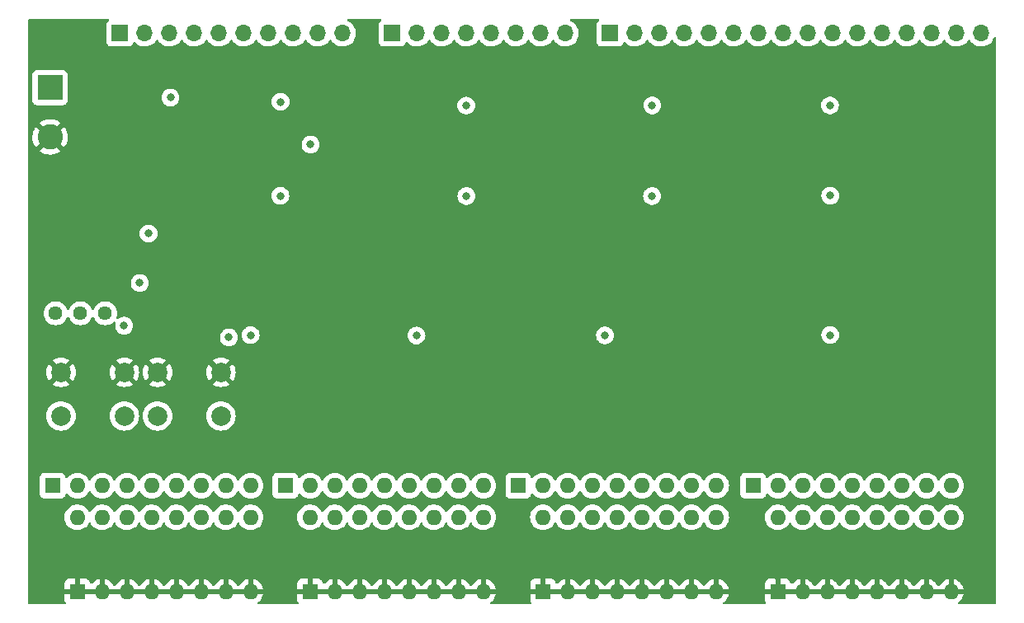
<source format=gbr>
%TF.GenerationSoftware,KiCad,Pcbnew,(6.0.0-0)*%
%TF.CreationDate,2022-03-08T07:21:27-05:00*%
%TF.ProjectId,Module-Tester,4d6f6475-6c65-42d5-9465-737465722e6b,rev?*%
%TF.SameCoordinates,Original*%
%TF.FileFunction,Copper,L2,Inr*%
%TF.FilePolarity,Positive*%
%FSLAX46Y46*%
G04 Gerber Fmt 4.6, Leading zero omitted, Abs format (unit mm)*
G04 Created by KiCad (PCBNEW (6.0.0-0)) date 2022-03-08 07:21:27*
%MOMM*%
%LPD*%
G01*
G04 APERTURE LIST*
%TA.AperFunction,ComponentPad*%
%ADD10R,1.600000X1.600000*%
%TD*%
%TA.AperFunction,ComponentPad*%
%ADD11O,1.600000X1.600000*%
%TD*%
%TA.AperFunction,ComponentPad*%
%ADD12R,1.700000X1.700000*%
%TD*%
%TA.AperFunction,ComponentPad*%
%ADD13O,1.700000X1.700000*%
%TD*%
%TA.AperFunction,ComponentPad*%
%ADD14C,2.000000*%
%TD*%
%TA.AperFunction,ComponentPad*%
%ADD15C,1.440000*%
%TD*%
%TA.AperFunction,ComponentPad*%
%ADD16R,2.600000X2.600000*%
%TD*%
%TA.AperFunction,ComponentPad*%
%ADD17C,2.600000*%
%TD*%
%TA.AperFunction,ViaPad*%
%ADD18C,0.800000*%
%TD*%
G04 APERTURE END LIST*
D10*
%TO.N,VCC*%
%TO.C,RN3*%
X175874000Y-120002000D03*
D11*
%TO.N,/S23*%
X178414000Y-120002000D03*
%TO.N,/S22*%
X180954000Y-120002000D03*
%TO.N,/S21*%
X183494000Y-120002000D03*
%TO.N,/S20*%
X186034000Y-120002000D03*
%TO.N,/S19*%
X188574000Y-120002000D03*
%TO.N,/S18*%
X191114000Y-120002000D03*
%TO.N,/S17*%
X193654000Y-120002000D03*
%TO.N,/S16*%
X196194000Y-120002000D03*
%TD*%
D12*
%TO.N,D7*%
%TO.C,J3*%
X138830000Y-73520000D03*
D13*
%TO.N,D6*%
X141370000Y-73520000D03*
%TO.N,D5*%
X143910000Y-73520000D03*
%TO.N,D4*%
X146450000Y-73520000D03*
%TO.N,D3*%
X148990000Y-73520000D03*
%TO.N,D2*%
X151530000Y-73520000D03*
%TO.N,D1*%
X154070000Y-73520000D03*
%TO.N,D0*%
X156610000Y-73520000D03*
%TD*%
D10*
%TO.N,GND*%
%TO.C,SW4*%
X154299000Y-130881500D03*
D11*
X156839000Y-130881500D03*
X159379000Y-130881500D03*
X161919000Y-130881500D03*
X164459000Y-130881500D03*
X166999000Y-130881500D03*
X169539000Y-130881500D03*
X172079000Y-130881500D03*
%TO.N,/S24*%
X172079000Y-123261500D03*
%TO.N,/S25*%
X169539000Y-123261500D03*
%TO.N,/S26*%
X166999000Y-123261500D03*
%TO.N,/S27*%
X164459000Y-123261500D03*
%TO.N,/S28*%
X161919000Y-123261500D03*
%TO.N,/S29*%
X159379000Y-123261500D03*
%TO.N,/S30*%
X156839000Y-123261500D03*
%TO.N,/S31*%
X154299000Y-123261500D03*
%TD*%
D10*
%TO.N,GND*%
%TO.C,SW1*%
X106522000Y-130881500D03*
D11*
X109062000Y-130881500D03*
X111602000Y-130881500D03*
X114142000Y-130881500D03*
X116682000Y-130881500D03*
X119222000Y-130881500D03*
X121762000Y-130881500D03*
X124302000Y-130881500D03*
%TO.N,/S0*%
X124302000Y-123261500D03*
%TO.N,/S1*%
X121762000Y-123261500D03*
%TO.N,/S2*%
X119222000Y-123261500D03*
%TO.N,/S3*%
X116682000Y-123261500D03*
%TO.N,/S4*%
X114142000Y-123261500D03*
%TO.N,/S5*%
X111602000Y-123261500D03*
%TO.N,/S6*%
X109062000Y-123261500D03*
%TO.N,/S7*%
X106522000Y-123261500D03*
%TD*%
D14*
%TO.N,GND*%
%TO.C,SW6*%
X121252000Y-108354000D03*
X114752000Y-108354000D03*
%TO.N,Net-(R36-Pad2)*%
X114752000Y-112854000D03*
X121252000Y-112854000D03*
%TD*%
%TO.N,GND*%
%TO.C,SW5*%
X111346000Y-108354000D03*
X104846000Y-108354000D03*
%TO.N,~{OE}*%
X111346000Y-112854000D03*
X104846000Y-112854000D03*
%TD*%
D10*
%TO.N,GND*%
%TO.C,SW3*%
X178389000Y-130881500D03*
D11*
X180929000Y-130881500D03*
X183469000Y-130881500D03*
X186009000Y-130881500D03*
X188549000Y-130881500D03*
X191089000Y-130881500D03*
X193629000Y-130881500D03*
X196169000Y-130881500D03*
%TO.N,/S16*%
X196169000Y-123261500D03*
%TO.N,/S17*%
X193629000Y-123261500D03*
%TO.N,/S18*%
X191089000Y-123261500D03*
%TO.N,/S19*%
X188549000Y-123261500D03*
%TO.N,/S20*%
X186009000Y-123261500D03*
%TO.N,/S21*%
X183469000Y-123261500D03*
%TO.N,/S22*%
X180929000Y-123261500D03*
%TO.N,/S23*%
X178389000Y-123261500D03*
%TD*%
D15*
%TO.N,Net-(RV1-Pad1)*%
%TO.C,RV1*%
X104301000Y-102297000D03*
%TO.N,VCC*%
X106841000Y-102297000D03*
%TO.N,unconnected-(RV1-Pad3)*%
X109381000Y-102297000D03*
%TD*%
D16*
%TO.N,VCC*%
%TO.C,J1*%
X103727000Y-79103000D03*
D17*
%TO.N,GND*%
X103727000Y-84183000D03*
%TD*%
D12*
%TO.N,~{CLOCK}*%
%TO.C,J2*%
X110890000Y-73520000D03*
D13*
%TO.N,CLOCK*%
X113430000Y-73520000D03*
%TO.N,CTL7*%
X115970000Y-73520000D03*
%TO.N,CTL6*%
X118510000Y-73520000D03*
%TO.N,CTL5*%
X121050000Y-73520000D03*
%TO.N,CTL4*%
X123590000Y-73520000D03*
%TO.N,CTL3*%
X126130000Y-73520000D03*
%TO.N,CTL2*%
X128670000Y-73520000D03*
%TO.N,CTL1*%
X131210000Y-73520000D03*
%TO.N,CTL0*%
X133750000Y-73520000D03*
%TD*%
D10*
%TO.N,VCC*%
%TO.C,RN1*%
X103992000Y-120002000D03*
D11*
%TO.N,/S7*%
X106532000Y-120002000D03*
%TO.N,/S6*%
X109072000Y-120002000D03*
%TO.N,/S5*%
X111612000Y-120002000D03*
%TO.N,/S4*%
X114152000Y-120002000D03*
%TO.N,/S3*%
X116692000Y-120002000D03*
%TO.N,/S2*%
X119232000Y-120002000D03*
%TO.N,/S1*%
X121772000Y-120002000D03*
%TO.N,/S0*%
X124312000Y-120002000D03*
%TD*%
D10*
%TO.N,VCC*%
%TO.C,RN2*%
X127868000Y-120002000D03*
D11*
%TO.N,/S15*%
X130408000Y-120002000D03*
%TO.N,/S14*%
X132948000Y-120002000D03*
%TO.N,/S13*%
X135488000Y-120002000D03*
%TO.N,/S12*%
X138028000Y-120002000D03*
%TO.N,/S11*%
X140568000Y-120002000D03*
%TO.N,/S10*%
X143108000Y-120002000D03*
%TO.N,/S9*%
X145648000Y-120002000D03*
%TO.N,/S8*%
X148188000Y-120002000D03*
%TD*%
D10*
%TO.N,GND*%
%TO.C,SW2*%
X130398000Y-130881500D03*
D11*
X132938000Y-130881500D03*
X135478000Y-130881500D03*
X138018000Y-130881500D03*
X140558000Y-130881500D03*
X143098000Y-130881500D03*
X145638000Y-130881500D03*
X148178000Y-130881500D03*
%TO.N,/S8*%
X148178000Y-123261500D03*
%TO.N,/S9*%
X145638000Y-123261500D03*
%TO.N,/S10*%
X143098000Y-123261500D03*
%TO.N,/S11*%
X140558000Y-123261500D03*
%TO.N,/S12*%
X138018000Y-123261500D03*
%TO.N,/S13*%
X135478000Y-123261500D03*
%TO.N,/S14*%
X132938000Y-123261500D03*
%TO.N,/S15*%
X130398000Y-123261500D03*
%TD*%
D12*
%TO.N,A15*%
%TO.C,J4*%
X161182000Y-73520000D03*
D13*
%TO.N,A14*%
X163722000Y-73520000D03*
%TO.N,A13*%
X166262000Y-73520000D03*
%TO.N,A12*%
X168802000Y-73520000D03*
%TO.N,A11*%
X171342000Y-73520000D03*
%TO.N,A10*%
X173882000Y-73520000D03*
%TO.N,A9*%
X176422000Y-73520000D03*
%TO.N,A8*%
X178962000Y-73520000D03*
%TO.N,A7*%
X181502000Y-73520000D03*
%TO.N,A6*%
X184042000Y-73520000D03*
%TO.N,A5*%
X186582000Y-73520000D03*
%TO.N,A4*%
X189122000Y-73520000D03*
%TO.N,A3*%
X191662000Y-73520000D03*
%TO.N,A2*%
X194202000Y-73520000D03*
%TO.N,A1*%
X196742000Y-73520000D03*
%TO.N,A0*%
X199282000Y-73520000D03*
%TD*%
D10*
%TO.N,VCC*%
%TO.C,RN4*%
X151759000Y-120002000D03*
D11*
%TO.N,/S31*%
X154299000Y-120002000D03*
%TO.N,/S30*%
X156839000Y-120002000D03*
%TO.N,/S29*%
X159379000Y-120002000D03*
%TO.N,/S28*%
X161919000Y-120002000D03*
%TO.N,/S27*%
X164459000Y-120002000D03*
%TO.N,/S26*%
X166999000Y-120002000D03*
%TO.N,/S25*%
X169539000Y-120002000D03*
%TO.N,/S24*%
X172079000Y-120002000D03*
%TD*%
D18*
%TO.N,VCC*%
X146443000Y-90248000D03*
X183773000Y-104528000D03*
X146423000Y-80948000D03*
X127374000Y-80568000D03*
X112922000Y-99174000D03*
X122066000Y-104762000D03*
X116074000Y-80138000D03*
X165493000Y-90248000D03*
X183773000Y-90218000D03*
X160654000Y-104558000D03*
X183753000Y-80938000D03*
X124313000Y-104548000D03*
X165513000Y-80938000D03*
X141323000Y-104578000D03*
X113824000Y-94098000D03*
X127363000Y-90228000D03*
%TO.N,GND*%
X169304000Y-100178000D03*
X141335000Y-114238000D03*
X199024000Y-100248000D03*
X136044000Y-100308000D03*
X192164000Y-100268000D03*
X129174000Y-100318000D03*
X178484000Y-100258000D03*
X183745000Y-114238000D03*
X147974000Y-100288000D03*
X140608000Y-100298000D03*
X157124000Y-100248000D03*
X124744000Y-94088000D03*
X164734000Y-100218000D03*
X126884000Y-100328000D03*
X167024000Y-100218000D03*
X139244000Y-114168000D03*
X120054000Y-82498000D03*
X133754000Y-100318000D03*
X124606000Y-101206000D03*
X185314000Y-100238000D03*
X145688000Y-100298000D03*
X112194000Y-94078000D03*
X183004000Y-100228000D03*
X173884000Y-100248000D03*
X171604000Y-100188000D03*
X180374000Y-90498000D03*
X180734000Y-100258000D03*
X124284000Y-114248000D03*
X121354000Y-84018000D03*
X198674000Y-114178000D03*
X138334000Y-100308000D03*
X196744000Y-100228000D03*
X113434000Y-89098000D03*
X152574000Y-100308000D03*
X131474000Y-100298000D03*
X123764000Y-84028000D03*
X198634000Y-90568000D03*
X142904000Y-100298000D03*
X176184000Y-100228000D03*
X175514000Y-114208000D03*
X160595000Y-114248000D03*
X189884000Y-100258000D03*
X161324000Y-90548000D03*
X110924000Y-89128000D03*
X187584000Y-100248000D03*
X154824000Y-100228000D03*
X194444000Y-100258000D03*
X159414000Y-100228000D03*
X150274000Y-100288000D03*
X156244000Y-114178000D03*
X161694000Y-100218000D03*
X142264000Y-90588000D03*
X122814000Y-82428000D03*
%TO.N,~{OE}*%
X130448000Y-84950000D03*
X111318000Y-103572000D03*
%TD*%
%TA.AperFunction,Conductor*%
%TO.N,GND*%
G36*
X109735894Y-72050002D02*
G01*
X109782387Y-72103658D01*
X109792491Y-72173932D01*
X109762997Y-72238512D01*
X109743339Y-72256825D01*
X109676739Y-72306739D01*
X109589385Y-72423295D01*
X109538255Y-72559684D01*
X109531500Y-72621866D01*
X109531500Y-74418134D01*
X109538255Y-74480316D01*
X109589385Y-74616705D01*
X109676739Y-74733261D01*
X109793295Y-74820615D01*
X109929684Y-74871745D01*
X109991866Y-74878500D01*
X111788134Y-74878500D01*
X111850316Y-74871745D01*
X111986705Y-74820615D01*
X112103261Y-74733261D01*
X112190615Y-74616705D01*
X112212799Y-74557529D01*
X112234598Y-74499382D01*
X112277240Y-74442618D01*
X112343802Y-74417918D01*
X112413150Y-74433126D01*
X112447817Y-74461114D01*
X112476250Y-74493938D01*
X112648126Y-74636632D01*
X112841000Y-74749338D01*
X113049692Y-74829030D01*
X113054760Y-74830061D01*
X113054763Y-74830062D01*
X113162017Y-74851883D01*
X113268597Y-74873567D01*
X113273772Y-74873757D01*
X113273774Y-74873757D01*
X113486673Y-74881564D01*
X113486677Y-74881564D01*
X113491837Y-74881753D01*
X113496957Y-74881097D01*
X113496959Y-74881097D01*
X113708288Y-74854025D01*
X113708289Y-74854025D01*
X113713416Y-74853368D01*
X113718366Y-74851883D01*
X113922429Y-74790661D01*
X113922434Y-74790659D01*
X113927384Y-74789174D01*
X114127994Y-74690896D01*
X114309860Y-74561173D01*
X114468096Y-74403489D01*
X114598453Y-74222077D01*
X114599776Y-74223028D01*
X114646645Y-74179857D01*
X114716580Y-74167625D01*
X114782026Y-74195144D01*
X114809875Y-74226994D01*
X114869987Y-74325088D01*
X115016250Y-74493938D01*
X115188126Y-74636632D01*
X115381000Y-74749338D01*
X115589692Y-74829030D01*
X115594760Y-74830061D01*
X115594763Y-74830062D01*
X115702017Y-74851883D01*
X115808597Y-74873567D01*
X115813772Y-74873757D01*
X115813774Y-74873757D01*
X116026673Y-74881564D01*
X116026677Y-74881564D01*
X116031837Y-74881753D01*
X116036957Y-74881097D01*
X116036959Y-74881097D01*
X116248288Y-74854025D01*
X116248289Y-74854025D01*
X116253416Y-74853368D01*
X116258366Y-74851883D01*
X116462429Y-74790661D01*
X116462434Y-74790659D01*
X116467384Y-74789174D01*
X116667994Y-74690896D01*
X116849860Y-74561173D01*
X117008096Y-74403489D01*
X117138453Y-74222077D01*
X117139776Y-74223028D01*
X117186645Y-74179857D01*
X117256580Y-74167625D01*
X117322026Y-74195144D01*
X117349875Y-74226994D01*
X117409987Y-74325088D01*
X117556250Y-74493938D01*
X117728126Y-74636632D01*
X117921000Y-74749338D01*
X118129692Y-74829030D01*
X118134760Y-74830061D01*
X118134763Y-74830062D01*
X118242017Y-74851883D01*
X118348597Y-74873567D01*
X118353772Y-74873757D01*
X118353774Y-74873757D01*
X118566673Y-74881564D01*
X118566677Y-74881564D01*
X118571837Y-74881753D01*
X118576957Y-74881097D01*
X118576959Y-74881097D01*
X118788288Y-74854025D01*
X118788289Y-74854025D01*
X118793416Y-74853368D01*
X118798366Y-74851883D01*
X119002429Y-74790661D01*
X119002434Y-74790659D01*
X119007384Y-74789174D01*
X119207994Y-74690896D01*
X119389860Y-74561173D01*
X119548096Y-74403489D01*
X119678453Y-74222077D01*
X119679776Y-74223028D01*
X119726645Y-74179857D01*
X119796580Y-74167625D01*
X119862026Y-74195144D01*
X119889875Y-74226994D01*
X119949987Y-74325088D01*
X120096250Y-74493938D01*
X120268126Y-74636632D01*
X120461000Y-74749338D01*
X120669692Y-74829030D01*
X120674760Y-74830061D01*
X120674763Y-74830062D01*
X120782017Y-74851883D01*
X120888597Y-74873567D01*
X120893772Y-74873757D01*
X120893774Y-74873757D01*
X121106673Y-74881564D01*
X121106677Y-74881564D01*
X121111837Y-74881753D01*
X121116957Y-74881097D01*
X121116959Y-74881097D01*
X121328288Y-74854025D01*
X121328289Y-74854025D01*
X121333416Y-74853368D01*
X121338366Y-74851883D01*
X121542429Y-74790661D01*
X121542434Y-74790659D01*
X121547384Y-74789174D01*
X121747994Y-74690896D01*
X121929860Y-74561173D01*
X122088096Y-74403489D01*
X122218453Y-74222077D01*
X122219776Y-74223028D01*
X122266645Y-74179857D01*
X122336580Y-74167625D01*
X122402026Y-74195144D01*
X122429875Y-74226994D01*
X122489987Y-74325088D01*
X122636250Y-74493938D01*
X122808126Y-74636632D01*
X123001000Y-74749338D01*
X123209692Y-74829030D01*
X123214760Y-74830061D01*
X123214763Y-74830062D01*
X123322017Y-74851883D01*
X123428597Y-74873567D01*
X123433772Y-74873757D01*
X123433774Y-74873757D01*
X123646673Y-74881564D01*
X123646677Y-74881564D01*
X123651837Y-74881753D01*
X123656957Y-74881097D01*
X123656959Y-74881097D01*
X123868288Y-74854025D01*
X123868289Y-74854025D01*
X123873416Y-74853368D01*
X123878366Y-74851883D01*
X124082429Y-74790661D01*
X124082434Y-74790659D01*
X124087384Y-74789174D01*
X124287994Y-74690896D01*
X124469860Y-74561173D01*
X124628096Y-74403489D01*
X124758453Y-74222077D01*
X124759776Y-74223028D01*
X124806645Y-74179857D01*
X124876580Y-74167625D01*
X124942026Y-74195144D01*
X124969875Y-74226994D01*
X125029987Y-74325088D01*
X125176250Y-74493938D01*
X125348126Y-74636632D01*
X125541000Y-74749338D01*
X125749692Y-74829030D01*
X125754760Y-74830061D01*
X125754763Y-74830062D01*
X125862017Y-74851883D01*
X125968597Y-74873567D01*
X125973772Y-74873757D01*
X125973774Y-74873757D01*
X126186673Y-74881564D01*
X126186677Y-74881564D01*
X126191837Y-74881753D01*
X126196957Y-74881097D01*
X126196959Y-74881097D01*
X126408288Y-74854025D01*
X126408289Y-74854025D01*
X126413416Y-74853368D01*
X126418366Y-74851883D01*
X126622429Y-74790661D01*
X126622434Y-74790659D01*
X126627384Y-74789174D01*
X126827994Y-74690896D01*
X127009860Y-74561173D01*
X127168096Y-74403489D01*
X127298453Y-74222077D01*
X127299776Y-74223028D01*
X127346645Y-74179857D01*
X127416580Y-74167625D01*
X127482026Y-74195144D01*
X127509875Y-74226994D01*
X127569987Y-74325088D01*
X127716250Y-74493938D01*
X127888126Y-74636632D01*
X128081000Y-74749338D01*
X128289692Y-74829030D01*
X128294760Y-74830061D01*
X128294763Y-74830062D01*
X128402017Y-74851883D01*
X128508597Y-74873567D01*
X128513772Y-74873757D01*
X128513774Y-74873757D01*
X128726673Y-74881564D01*
X128726677Y-74881564D01*
X128731837Y-74881753D01*
X128736957Y-74881097D01*
X128736959Y-74881097D01*
X128948288Y-74854025D01*
X128948289Y-74854025D01*
X128953416Y-74853368D01*
X128958366Y-74851883D01*
X129162429Y-74790661D01*
X129162434Y-74790659D01*
X129167384Y-74789174D01*
X129367994Y-74690896D01*
X129549860Y-74561173D01*
X129708096Y-74403489D01*
X129838453Y-74222077D01*
X129839776Y-74223028D01*
X129886645Y-74179857D01*
X129956580Y-74167625D01*
X130022026Y-74195144D01*
X130049875Y-74226994D01*
X130109987Y-74325088D01*
X130256250Y-74493938D01*
X130428126Y-74636632D01*
X130621000Y-74749338D01*
X130829692Y-74829030D01*
X130834760Y-74830061D01*
X130834763Y-74830062D01*
X130942017Y-74851883D01*
X131048597Y-74873567D01*
X131053772Y-74873757D01*
X131053774Y-74873757D01*
X131266673Y-74881564D01*
X131266677Y-74881564D01*
X131271837Y-74881753D01*
X131276957Y-74881097D01*
X131276959Y-74881097D01*
X131488288Y-74854025D01*
X131488289Y-74854025D01*
X131493416Y-74853368D01*
X131498366Y-74851883D01*
X131702429Y-74790661D01*
X131702434Y-74790659D01*
X131707384Y-74789174D01*
X131907994Y-74690896D01*
X132089860Y-74561173D01*
X132248096Y-74403489D01*
X132378453Y-74222077D01*
X132379776Y-74223028D01*
X132426645Y-74179857D01*
X132496580Y-74167625D01*
X132562026Y-74195144D01*
X132589875Y-74226994D01*
X132649987Y-74325088D01*
X132796250Y-74493938D01*
X132968126Y-74636632D01*
X133161000Y-74749338D01*
X133369692Y-74829030D01*
X133374760Y-74830061D01*
X133374763Y-74830062D01*
X133482017Y-74851883D01*
X133588597Y-74873567D01*
X133593772Y-74873757D01*
X133593774Y-74873757D01*
X133806673Y-74881564D01*
X133806677Y-74881564D01*
X133811837Y-74881753D01*
X133816957Y-74881097D01*
X133816959Y-74881097D01*
X134028288Y-74854025D01*
X134028289Y-74854025D01*
X134033416Y-74853368D01*
X134038366Y-74851883D01*
X134242429Y-74790661D01*
X134242434Y-74790659D01*
X134247384Y-74789174D01*
X134447994Y-74690896D01*
X134629860Y-74561173D01*
X134788096Y-74403489D01*
X134918453Y-74222077D01*
X134939320Y-74179857D01*
X135015136Y-74026453D01*
X135015137Y-74026451D01*
X135017430Y-74021811D01*
X135082370Y-73808069D01*
X135111529Y-73586590D01*
X135113156Y-73520000D01*
X135094852Y-73297361D01*
X135040431Y-73080702D01*
X134951354Y-72875840D01*
X134830014Y-72688277D01*
X134679670Y-72523051D01*
X134675619Y-72519852D01*
X134675615Y-72519848D01*
X134508414Y-72387800D01*
X134508410Y-72387798D01*
X134504359Y-72384598D01*
X134308789Y-72276638D01*
X134303525Y-72274774D01*
X134303388Y-72274675D01*
X134299198Y-72272792D01*
X134299587Y-72271927D01*
X134245988Y-72233181D01*
X134220070Y-72167084D01*
X134234002Y-72097468D01*
X134283360Y-72046435D01*
X134345582Y-72030000D01*
X137607773Y-72030000D01*
X137675894Y-72050002D01*
X137722387Y-72103658D01*
X137732491Y-72173932D01*
X137702997Y-72238512D01*
X137683339Y-72256825D01*
X137616739Y-72306739D01*
X137529385Y-72423295D01*
X137478255Y-72559684D01*
X137471500Y-72621866D01*
X137471500Y-74418134D01*
X137478255Y-74480316D01*
X137529385Y-74616705D01*
X137616739Y-74733261D01*
X137733295Y-74820615D01*
X137869684Y-74871745D01*
X137931866Y-74878500D01*
X139728134Y-74878500D01*
X139790316Y-74871745D01*
X139926705Y-74820615D01*
X140043261Y-74733261D01*
X140130615Y-74616705D01*
X140152799Y-74557529D01*
X140174598Y-74499382D01*
X140217240Y-74442618D01*
X140283802Y-74417918D01*
X140353150Y-74433126D01*
X140387817Y-74461114D01*
X140416250Y-74493938D01*
X140588126Y-74636632D01*
X140781000Y-74749338D01*
X140989692Y-74829030D01*
X140994760Y-74830061D01*
X140994763Y-74830062D01*
X141102017Y-74851883D01*
X141208597Y-74873567D01*
X141213772Y-74873757D01*
X141213774Y-74873757D01*
X141426673Y-74881564D01*
X141426677Y-74881564D01*
X141431837Y-74881753D01*
X141436957Y-74881097D01*
X141436959Y-74881097D01*
X141648288Y-74854025D01*
X141648289Y-74854025D01*
X141653416Y-74853368D01*
X141658366Y-74851883D01*
X141862429Y-74790661D01*
X141862434Y-74790659D01*
X141867384Y-74789174D01*
X142067994Y-74690896D01*
X142249860Y-74561173D01*
X142408096Y-74403489D01*
X142538453Y-74222077D01*
X142539776Y-74223028D01*
X142586645Y-74179857D01*
X142656580Y-74167625D01*
X142722026Y-74195144D01*
X142749875Y-74226994D01*
X142809987Y-74325088D01*
X142956250Y-74493938D01*
X143128126Y-74636632D01*
X143321000Y-74749338D01*
X143529692Y-74829030D01*
X143534760Y-74830061D01*
X143534763Y-74830062D01*
X143642017Y-74851883D01*
X143748597Y-74873567D01*
X143753772Y-74873757D01*
X143753774Y-74873757D01*
X143966673Y-74881564D01*
X143966677Y-74881564D01*
X143971837Y-74881753D01*
X143976957Y-74881097D01*
X143976959Y-74881097D01*
X144188288Y-74854025D01*
X144188289Y-74854025D01*
X144193416Y-74853368D01*
X144198366Y-74851883D01*
X144402429Y-74790661D01*
X144402434Y-74790659D01*
X144407384Y-74789174D01*
X144607994Y-74690896D01*
X144789860Y-74561173D01*
X144948096Y-74403489D01*
X145078453Y-74222077D01*
X145079776Y-74223028D01*
X145126645Y-74179857D01*
X145196580Y-74167625D01*
X145262026Y-74195144D01*
X145289875Y-74226994D01*
X145349987Y-74325088D01*
X145496250Y-74493938D01*
X145668126Y-74636632D01*
X145861000Y-74749338D01*
X146069692Y-74829030D01*
X146074760Y-74830061D01*
X146074763Y-74830062D01*
X146182017Y-74851883D01*
X146288597Y-74873567D01*
X146293772Y-74873757D01*
X146293774Y-74873757D01*
X146506673Y-74881564D01*
X146506677Y-74881564D01*
X146511837Y-74881753D01*
X146516957Y-74881097D01*
X146516959Y-74881097D01*
X146728288Y-74854025D01*
X146728289Y-74854025D01*
X146733416Y-74853368D01*
X146738366Y-74851883D01*
X146942429Y-74790661D01*
X146942434Y-74790659D01*
X146947384Y-74789174D01*
X147147994Y-74690896D01*
X147329860Y-74561173D01*
X147488096Y-74403489D01*
X147618453Y-74222077D01*
X147619776Y-74223028D01*
X147666645Y-74179857D01*
X147736580Y-74167625D01*
X147802026Y-74195144D01*
X147829875Y-74226994D01*
X147889987Y-74325088D01*
X148036250Y-74493938D01*
X148208126Y-74636632D01*
X148401000Y-74749338D01*
X148609692Y-74829030D01*
X148614760Y-74830061D01*
X148614763Y-74830062D01*
X148722017Y-74851883D01*
X148828597Y-74873567D01*
X148833772Y-74873757D01*
X148833774Y-74873757D01*
X149046673Y-74881564D01*
X149046677Y-74881564D01*
X149051837Y-74881753D01*
X149056957Y-74881097D01*
X149056959Y-74881097D01*
X149268288Y-74854025D01*
X149268289Y-74854025D01*
X149273416Y-74853368D01*
X149278366Y-74851883D01*
X149482429Y-74790661D01*
X149482434Y-74790659D01*
X149487384Y-74789174D01*
X149687994Y-74690896D01*
X149869860Y-74561173D01*
X150028096Y-74403489D01*
X150158453Y-74222077D01*
X150159776Y-74223028D01*
X150206645Y-74179857D01*
X150276580Y-74167625D01*
X150342026Y-74195144D01*
X150369875Y-74226994D01*
X150429987Y-74325088D01*
X150576250Y-74493938D01*
X150748126Y-74636632D01*
X150941000Y-74749338D01*
X151149692Y-74829030D01*
X151154760Y-74830061D01*
X151154763Y-74830062D01*
X151262017Y-74851883D01*
X151368597Y-74873567D01*
X151373772Y-74873757D01*
X151373774Y-74873757D01*
X151586673Y-74881564D01*
X151586677Y-74881564D01*
X151591837Y-74881753D01*
X151596957Y-74881097D01*
X151596959Y-74881097D01*
X151808288Y-74854025D01*
X151808289Y-74854025D01*
X151813416Y-74853368D01*
X151818366Y-74851883D01*
X152022429Y-74790661D01*
X152022434Y-74790659D01*
X152027384Y-74789174D01*
X152227994Y-74690896D01*
X152409860Y-74561173D01*
X152568096Y-74403489D01*
X152698453Y-74222077D01*
X152699776Y-74223028D01*
X152746645Y-74179857D01*
X152816580Y-74167625D01*
X152882026Y-74195144D01*
X152909875Y-74226994D01*
X152969987Y-74325088D01*
X153116250Y-74493938D01*
X153288126Y-74636632D01*
X153481000Y-74749338D01*
X153689692Y-74829030D01*
X153694760Y-74830061D01*
X153694763Y-74830062D01*
X153802017Y-74851883D01*
X153908597Y-74873567D01*
X153913772Y-74873757D01*
X153913774Y-74873757D01*
X154126673Y-74881564D01*
X154126677Y-74881564D01*
X154131837Y-74881753D01*
X154136957Y-74881097D01*
X154136959Y-74881097D01*
X154348288Y-74854025D01*
X154348289Y-74854025D01*
X154353416Y-74853368D01*
X154358366Y-74851883D01*
X154562429Y-74790661D01*
X154562434Y-74790659D01*
X154567384Y-74789174D01*
X154767994Y-74690896D01*
X154949860Y-74561173D01*
X155108096Y-74403489D01*
X155238453Y-74222077D01*
X155239776Y-74223028D01*
X155286645Y-74179857D01*
X155356580Y-74167625D01*
X155422026Y-74195144D01*
X155449875Y-74226994D01*
X155509987Y-74325088D01*
X155656250Y-74493938D01*
X155828126Y-74636632D01*
X156021000Y-74749338D01*
X156229692Y-74829030D01*
X156234760Y-74830061D01*
X156234763Y-74830062D01*
X156342017Y-74851883D01*
X156448597Y-74873567D01*
X156453772Y-74873757D01*
X156453774Y-74873757D01*
X156666673Y-74881564D01*
X156666677Y-74881564D01*
X156671837Y-74881753D01*
X156676957Y-74881097D01*
X156676959Y-74881097D01*
X156888288Y-74854025D01*
X156888289Y-74854025D01*
X156893416Y-74853368D01*
X156898366Y-74851883D01*
X157102429Y-74790661D01*
X157102434Y-74790659D01*
X157107384Y-74789174D01*
X157307994Y-74690896D01*
X157489860Y-74561173D01*
X157648096Y-74403489D01*
X157778453Y-74222077D01*
X157799320Y-74179857D01*
X157875136Y-74026453D01*
X157875137Y-74026451D01*
X157877430Y-74021811D01*
X157942370Y-73808069D01*
X157971529Y-73586590D01*
X157973156Y-73520000D01*
X157954852Y-73297361D01*
X157900431Y-73080702D01*
X157811354Y-72875840D01*
X157690014Y-72688277D01*
X157539670Y-72523051D01*
X157535619Y-72519852D01*
X157535615Y-72519848D01*
X157368414Y-72387800D01*
X157368410Y-72387798D01*
X157364359Y-72384598D01*
X157168789Y-72276638D01*
X157163525Y-72274774D01*
X157163388Y-72274675D01*
X157159198Y-72272792D01*
X157159587Y-72271927D01*
X157105988Y-72233181D01*
X157080070Y-72167084D01*
X157094002Y-72097468D01*
X157143360Y-72046435D01*
X157205582Y-72030000D01*
X159959773Y-72030000D01*
X160027894Y-72050002D01*
X160074387Y-72103658D01*
X160084491Y-72173932D01*
X160054997Y-72238512D01*
X160035339Y-72256825D01*
X159968739Y-72306739D01*
X159881385Y-72423295D01*
X159830255Y-72559684D01*
X159823500Y-72621866D01*
X159823500Y-74418134D01*
X159830255Y-74480316D01*
X159881385Y-74616705D01*
X159968739Y-74733261D01*
X160085295Y-74820615D01*
X160221684Y-74871745D01*
X160283866Y-74878500D01*
X162080134Y-74878500D01*
X162142316Y-74871745D01*
X162278705Y-74820615D01*
X162395261Y-74733261D01*
X162482615Y-74616705D01*
X162504799Y-74557529D01*
X162526598Y-74499382D01*
X162569240Y-74442618D01*
X162635802Y-74417918D01*
X162705150Y-74433126D01*
X162739817Y-74461114D01*
X162768250Y-74493938D01*
X162940126Y-74636632D01*
X163133000Y-74749338D01*
X163341692Y-74829030D01*
X163346760Y-74830061D01*
X163346763Y-74830062D01*
X163454017Y-74851883D01*
X163560597Y-74873567D01*
X163565772Y-74873757D01*
X163565774Y-74873757D01*
X163778673Y-74881564D01*
X163778677Y-74881564D01*
X163783837Y-74881753D01*
X163788957Y-74881097D01*
X163788959Y-74881097D01*
X164000288Y-74854025D01*
X164000289Y-74854025D01*
X164005416Y-74853368D01*
X164010366Y-74851883D01*
X164214429Y-74790661D01*
X164214434Y-74790659D01*
X164219384Y-74789174D01*
X164419994Y-74690896D01*
X164601860Y-74561173D01*
X164760096Y-74403489D01*
X164890453Y-74222077D01*
X164891776Y-74223028D01*
X164938645Y-74179857D01*
X165008580Y-74167625D01*
X165074026Y-74195144D01*
X165101875Y-74226994D01*
X165161987Y-74325088D01*
X165308250Y-74493938D01*
X165480126Y-74636632D01*
X165673000Y-74749338D01*
X165881692Y-74829030D01*
X165886760Y-74830061D01*
X165886763Y-74830062D01*
X165994017Y-74851883D01*
X166100597Y-74873567D01*
X166105772Y-74873757D01*
X166105774Y-74873757D01*
X166318673Y-74881564D01*
X166318677Y-74881564D01*
X166323837Y-74881753D01*
X166328957Y-74881097D01*
X166328959Y-74881097D01*
X166540288Y-74854025D01*
X166540289Y-74854025D01*
X166545416Y-74853368D01*
X166550366Y-74851883D01*
X166754429Y-74790661D01*
X166754434Y-74790659D01*
X166759384Y-74789174D01*
X166959994Y-74690896D01*
X167141860Y-74561173D01*
X167300096Y-74403489D01*
X167430453Y-74222077D01*
X167431776Y-74223028D01*
X167478645Y-74179857D01*
X167548580Y-74167625D01*
X167614026Y-74195144D01*
X167641875Y-74226994D01*
X167701987Y-74325088D01*
X167848250Y-74493938D01*
X168020126Y-74636632D01*
X168213000Y-74749338D01*
X168421692Y-74829030D01*
X168426760Y-74830061D01*
X168426763Y-74830062D01*
X168534017Y-74851883D01*
X168640597Y-74873567D01*
X168645772Y-74873757D01*
X168645774Y-74873757D01*
X168858673Y-74881564D01*
X168858677Y-74881564D01*
X168863837Y-74881753D01*
X168868957Y-74881097D01*
X168868959Y-74881097D01*
X169080288Y-74854025D01*
X169080289Y-74854025D01*
X169085416Y-74853368D01*
X169090366Y-74851883D01*
X169294429Y-74790661D01*
X169294434Y-74790659D01*
X169299384Y-74789174D01*
X169499994Y-74690896D01*
X169681860Y-74561173D01*
X169840096Y-74403489D01*
X169970453Y-74222077D01*
X169971776Y-74223028D01*
X170018645Y-74179857D01*
X170088580Y-74167625D01*
X170154026Y-74195144D01*
X170181875Y-74226994D01*
X170241987Y-74325088D01*
X170388250Y-74493938D01*
X170560126Y-74636632D01*
X170753000Y-74749338D01*
X170961692Y-74829030D01*
X170966760Y-74830061D01*
X170966763Y-74830062D01*
X171074017Y-74851883D01*
X171180597Y-74873567D01*
X171185772Y-74873757D01*
X171185774Y-74873757D01*
X171398673Y-74881564D01*
X171398677Y-74881564D01*
X171403837Y-74881753D01*
X171408957Y-74881097D01*
X171408959Y-74881097D01*
X171620288Y-74854025D01*
X171620289Y-74854025D01*
X171625416Y-74853368D01*
X171630366Y-74851883D01*
X171834429Y-74790661D01*
X171834434Y-74790659D01*
X171839384Y-74789174D01*
X172039994Y-74690896D01*
X172221860Y-74561173D01*
X172380096Y-74403489D01*
X172510453Y-74222077D01*
X172511776Y-74223028D01*
X172558645Y-74179857D01*
X172628580Y-74167625D01*
X172694026Y-74195144D01*
X172721875Y-74226994D01*
X172781987Y-74325088D01*
X172928250Y-74493938D01*
X173100126Y-74636632D01*
X173293000Y-74749338D01*
X173501692Y-74829030D01*
X173506760Y-74830061D01*
X173506763Y-74830062D01*
X173614017Y-74851883D01*
X173720597Y-74873567D01*
X173725772Y-74873757D01*
X173725774Y-74873757D01*
X173938673Y-74881564D01*
X173938677Y-74881564D01*
X173943837Y-74881753D01*
X173948957Y-74881097D01*
X173948959Y-74881097D01*
X174160288Y-74854025D01*
X174160289Y-74854025D01*
X174165416Y-74853368D01*
X174170366Y-74851883D01*
X174374429Y-74790661D01*
X174374434Y-74790659D01*
X174379384Y-74789174D01*
X174579994Y-74690896D01*
X174761860Y-74561173D01*
X174920096Y-74403489D01*
X175050453Y-74222077D01*
X175051776Y-74223028D01*
X175098645Y-74179857D01*
X175168580Y-74167625D01*
X175234026Y-74195144D01*
X175261875Y-74226994D01*
X175321987Y-74325088D01*
X175468250Y-74493938D01*
X175640126Y-74636632D01*
X175833000Y-74749338D01*
X176041692Y-74829030D01*
X176046760Y-74830061D01*
X176046763Y-74830062D01*
X176154017Y-74851883D01*
X176260597Y-74873567D01*
X176265772Y-74873757D01*
X176265774Y-74873757D01*
X176478673Y-74881564D01*
X176478677Y-74881564D01*
X176483837Y-74881753D01*
X176488957Y-74881097D01*
X176488959Y-74881097D01*
X176700288Y-74854025D01*
X176700289Y-74854025D01*
X176705416Y-74853368D01*
X176710366Y-74851883D01*
X176914429Y-74790661D01*
X176914434Y-74790659D01*
X176919384Y-74789174D01*
X177119994Y-74690896D01*
X177301860Y-74561173D01*
X177460096Y-74403489D01*
X177590453Y-74222077D01*
X177591776Y-74223028D01*
X177638645Y-74179857D01*
X177708580Y-74167625D01*
X177774026Y-74195144D01*
X177801875Y-74226994D01*
X177861987Y-74325088D01*
X178008250Y-74493938D01*
X178180126Y-74636632D01*
X178373000Y-74749338D01*
X178581692Y-74829030D01*
X178586760Y-74830061D01*
X178586763Y-74830062D01*
X178694017Y-74851883D01*
X178800597Y-74873567D01*
X178805772Y-74873757D01*
X178805774Y-74873757D01*
X179018673Y-74881564D01*
X179018677Y-74881564D01*
X179023837Y-74881753D01*
X179028957Y-74881097D01*
X179028959Y-74881097D01*
X179240288Y-74854025D01*
X179240289Y-74854025D01*
X179245416Y-74853368D01*
X179250366Y-74851883D01*
X179454429Y-74790661D01*
X179454434Y-74790659D01*
X179459384Y-74789174D01*
X179659994Y-74690896D01*
X179841860Y-74561173D01*
X180000096Y-74403489D01*
X180130453Y-74222077D01*
X180131776Y-74223028D01*
X180178645Y-74179857D01*
X180248580Y-74167625D01*
X180314026Y-74195144D01*
X180341875Y-74226994D01*
X180401987Y-74325088D01*
X180548250Y-74493938D01*
X180720126Y-74636632D01*
X180913000Y-74749338D01*
X181121692Y-74829030D01*
X181126760Y-74830061D01*
X181126763Y-74830062D01*
X181234017Y-74851883D01*
X181340597Y-74873567D01*
X181345772Y-74873757D01*
X181345774Y-74873757D01*
X181558673Y-74881564D01*
X181558677Y-74881564D01*
X181563837Y-74881753D01*
X181568957Y-74881097D01*
X181568959Y-74881097D01*
X181780288Y-74854025D01*
X181780289Y-74854025D01*
X181785416Y-74853368D01*
X181790366Y-74851883D01*
X181994429Y-74790661D01*
X181994434Y-74790659D01*
X181999384Y-74789174D01*
X182199994Y-74690896D01*
X182381860Y-74561173D01*
X182540096Y-74403489D01*
X182670453Y-74222077D01*
X182671776Y-74223028D01*
X182718645Y-74179857D01*
X182788580Y-74167625D01*
X182854026Y-74195144D01*
X182881875Y-74226994D01*
X182941987Y-74325088D01*
X183088250Y-74493938D01*
X183260126Y-74636632D01*
X183453000Y-74749338D01*
X183661692Y-74829030D01*
X183666760Y-74830061D01*
X183666763Y-74830062D01*
X183774017Y-74851883D01*
X183880597Y-74873567D01*
X183885772Y-74873757D01*
X183885774Y-74873757D01*
X184098673Y-74881564D01*
X184098677Y-74881564D01*
X184103837Y-74881753D01*
X184108957Y-74881097D01*
X184108959Y-74881097D01*
X184320288Y-74854025D01*
X184320289Y-74854025D01*
X184325416Y-74853368D01*
X184330366Y-74851883D01*
X184534429Y-74790661D01*
X184534434Y-74790659D01*
X184539384Y-74789174D01*
X184739994Y-74690896D01*
X184921860Y-74561173D01*
X185080096Y-74403489D01*
X185210453Y-74222077D01*
X185211776Y-74223028D01*
X185258645Y-74179857D01*
X185328580Y-74167625D01*
X185394026Y-74195144D01*
X185421875Y-74226994D01*
X185481987Y-74325088D01*
X185628250Y-74493938D01*
X185800126Y-74636632D01*
X185993000Y-74749338D01*
X186201692Y-74829030D01*
X186206760Y-74830061D01*
X186206763Y-74830062D01*
X186314017Y-74851883D01*
X186420597Y-74873567D01*
X186425772Y-74873757D01*
X186425774Y-74873757D01*
X186638673Y-74881564D01*
X186638677Y-74881564D01*
X186643837Y-74881753D01*
X186648957Y-74881097D01*
X186648959Y-74881097D01*
X186860288Y-74854025D01*
X186860289Y-74854025D01*
X186865416Y-74853368D01*
X186870366Y-74851883D01*
X187074429Y-74790661D01*
X187074434Y-74790659D01*
X187079384Y-74789174D01*
X187279994Y-74690896D01*
X187461860Y-74561173D01*
X187620096Y-74403489D01*
X187750453Y-74222077D01*
X187751776Y-74223028D01*
X187798645Y-74179857D01*
X187868580Y-74167625D01*
X187934026Y-74195144D01*
X187961875Y-74226994D01*
X188021987Y-74325088D01*
X188168250Y-74493938D01*
X188340126Y-74636632D01*
X188533000Y-74749338D01*
X188741692Y-74829030D01*
X188746760Y-74830061D01*
X188746763Y-74830062D01*
X188854017Y-74851883D01*
X188960597Y-74873567D01*
X188965772Y-74873757D01*
X188965774Y-74873757D01*
X189178673Y-74881564D01*
X189178677Y-74881564D01*
X189183837Y-74881753D01*
X189188957Y-74881097D01*
X189188959Y-74881097D01*
X189400288Y-74854025D01*
X189400289Y-74854025D01*
X189405416Y-74853368D01*
X189410366Y-74851883D01*
X189614429Y-74790661D01*
X189614434Y-74790659D01*
X189619384Y-74789174D01*
X189819994Y-74690896D01*
X190001860Y-74561173D01*
X190160096Y-74403489D01*
X190290453Y-74222077D01*
X190291776Y-74223028D01*
X190338645Y-74179857D01*
X190408580Y-74167625D01*
X190474026Y-74195144D01*
X190501875Y-74226994D01*
X190561987Y-74325088D01*
X190708250Y-74493938D01*
X190880126Y-74636632D01*
X191073000Y-74749338D01*
X191281692Y-74829030D01*
X191286760Y-74830061D01*
X191286763Y-74830062D01*
X191394017Y-74851883D01*
X191500597Y-74873567D01*
X191505772Y-74873757D01*
X191505774Y-74873757D01*
X191718673Y-74881564D01*
X191718677Y-74881564D01*
X191723837Y-74881753D01*
X191728957Y-74881097D01*
X191728959Y-74881097D01*
X191940288Y-74854025D01*
X191940289Y-74854025D01*
X191945416Y-74853368D01*
X191950366Y-74851883D01*
X192154429Y-74790661D01*
X192154434Y-74790659D01*
X192159384Y-74789174D01*
X192359994Y-74690896D01*
X192541860Y-74561173D01*
X192700096Y-74403489D01*
X192830453Y-74222077D01*
X192831776Y-74223028D01*
X192878645Y-74179857D01*
X192948580Y-74167625D01*
X193014026Y-74195144D01*
X193041875Y-74226994D01*
X193101987Y-74325088D01*
X193248250Y-74493938D01*
X193420126Y-74636632D01*
X193613000Y-74749338D01*
X193821692Y-74829030D01*
X193826760Y-74830061D01*
X193826763Y-74830062D01*
X193934017Y-74851883D01*
X194040597Y-74873567D01*
X194045772Y-74873757D01*
X194045774Y-74873757D01*
X194258673Y-74881564D01*
X194258677Y-74881564D01*
X194263837Y-74881753D01*
X194268957Y-74881097D01*
X194268959Y-74881097D01*
X194480288Y-74854025D01*
X194480289Y-74854025D01*
X194485416Y-74853368D01*
X194490366Y-74851883D01*
X194694429Y-74790661D01*
X194694434Y-74790659D01*
X194699384Y-74789174D01*
X194899994Y-74690896D01*
X195081860Y-74561173D01*
X195240096Y-74403489D01*
X195370453Y-74222077D01*
X195371776Y-74223028D01*
X195418645Y-74179857D01*
X195488580Y-74167625D01*
X195554026Y-74195144D01*
X195581875Y-74226994D01*
X195641987Y-74325088D01*
X195788250Y-74493938D01*
X195960126Y-74636632D01*
X196153000Y-74749338D01*
X196361692Y-74829030D01*
X196366760Y-74830061D01*
X196366763Y-74830062D01*
X196474017Y-74851883D01*
X196580597Y-74873567D01*
X196585772Y-74873757D01*
X196585774Y-74873757D01*
X196798673Y-74881564D01*
X196798677Y-74881564D01*
X196803837Y-74881753D01*
X196808957Y-74881097D01*
X196808959Y-74881097D01*
X197020288Y-74854025D01*
X197020289Y-74854025D01*
X197025416Y-74853368D01*
X197030366Y-74851883D01*
X197234429Y-74790661D01*
X197234434Y-74790659D01*
X197239384Y-74789174D01*
X197439994Y-74690896D01*
X197621860Y-74561173D01*
X197780096Y-74403489D01*
X197910453Y-74222077D01*
X197911776Y-74223028D01*
X197958645Y-74179857D01*
X198028580Y-74167625D01*
X198094026Y-74195144D01*
X198121875Y-74226994D01*
X198181987Y-74325088D01*
X198328250Y-74493938D01*
X198500126Y-74636632D01*
X198693000Y-74749338D01*
X198901692Y-74829030D01*
X198906760Y-74830061D01*
X198906763Y-74830062D01*
X199014017Y-74851883D01*
X199120597Y-74873567D01*
X199125772Y-74873757D01*
X199125774Y-74873757D01*
X199338673Y-74881564D01*
X199338677Y-74881564D01*
X199343837Y-74881753D01*
X199348957Y-74881097D01*
X199348959Y-74881097D01*
X199560288Y-74854025D01*
X199560289Y-74854025D01*
X199565416Y-74853368D01*
X199570366Y-74851883D01*
X199774429Y-74790661D01*
X199774434Y-74790659D01*
X199779384Y-74789174D01*
X199979994Y-74690896D01*
X200161860Y-74561173D01*
X200320096Y-74403489D01*
X200450453Y-74222077D01*
X200471320Y-74179857D01*
X200547136Y-74026453D01*
X200547137Y-74026451D01*
X200549430Y-74021811D01*
X200559442Y-73988858D01*
X200598383Y-73929494D01*
X200663237Y-73900607D01*
X200733413Y-73911369D01*
X200786631Y-73958362D01*
X200806000Y-74025487D01*
X200806000Y-132068000D01*
X200785998Y-132136121D01*
X200732342Y-132182614D01*
X200680000Y-132194000D01*
X196974605Y-132194000D01*
X196906484Y-132173998D01*
X196859991Y-132120342D01*
X196849887Y-132050068D01*
X196879381Y-131985488D01*
X196902334Y-131964787D01*
X197008467Y-131890472D01*
X197016875Y-131883416D01*
X197170916Y-131729375D01*
X197177972Y-131720967D01*
X197302931Y-131542507D01*
X197308414Y-131533011D01*
X197400490Y-131335553D01*
X197404236Y-131325261D01*
X197450394Y-131152997D01*
X197450058Y-131138901D01*
X197442116Y-131135500D01*
X177099116Y-131135500D01*
X177083877Y-131139975D01*
X177082672Y-131141365D01*
X177081001Y-131149048D01*
X177081001Y-131726169D01*
X177081371Y-131732990D01*
X177086895Y-131783852D01*
X177090521Y-131799104D01*
X177135676Y-131919554D01*
X177144214Y-131935148D01*
X177187148Y-131992435D01*
X177211996Y-132058941D01*
X177196943Y-132128324D01*
X177146769Y-132178554D01*
X177086322Y-132194000D01*
X172884605Y-132194000D01*
X172816484Y-132173998D01*
X172769991Y-132120342D01*
X172759887Y-132050068D01*
X172789381Y-131985488D01*
X172812334Y-131964787D01*
X172918467Y-131890472D01*
X172926875Y-131883416D01*
X173080916Y-131729375D01*
X173087972Y-131720967D01*
X173212931Y-131542507D01*
X173218414Y-131533011D01*
X173310490Y-131335553D01*
X173314236Y-131325261D01*
X173360394Y-131152997D01*
X173360058Y-131138901D01*
X173352116Y-131135500D01*
X153009116Y-131135500D01*
X152993877Y-131139975D01*
X152992672Y-131141365D01*
X152991001Y-131149048D01*
X152991001Y-131726169D01*
X152991371Y-131732990D01*
X152996895Y-131783852D01*
X153000521Y-131799104D01*
X153045676Y-131919554D01*
X153054214Y-131935148D01*
X153097148Y-131992435D01*
X153121996Y-132058941D01*
X153106943Y-132128324D01*
X153056769Y-132178554D01*
X152996322Y-132194000D01*
X148983605Y-132194000D01*
X148915484Y-132173998D01*
X148868991Y-132120342D01*
X148858887Y-132050068D01*
X148888381Y-131985488D01*
X148911334Y-131964787D01*
X149017467Y-131890472D01*
X149025875Y-131883416D01*
X149179916Y-131729375D01*
X149186972Y-131720967D01*
X149311931Y-131542507D01*
X149317414Y-131533011D01*
X149409490Y-131335553D01*
X149413236Y-131325261D01*
X149459394Y-131152997D01*
X149459058Y-131138901D01*
X149451116Y-131135500D01*
X129108116Y-131135500D01*
X129092877Y-131139975D01*
X129091672Y-131141365D01*
X129090001Y-131149048D01*
X129090001Y-131726169D01*
X129090371Y-131732990D01*
X129095895Y-131783852D01*
X129099521Y-131799104D01*
X129144676Y-131919554D01*
X129153214Y-131935148D01*
X129196148Y-131992435D01*
X129220996Y-132058941D01*
X129205943Y-132128324D01*
X129155769Y-132178554D01*
X129095322Y-132194000D01*
X125107605Y-132194000D01*
X125039484Y-132173998D01*
X124992991Y-132120342D01*
X124982887Y-132050068D01*
X125012381Y-131985488D01*
X125035334Y-131964787D01*
X125141467Y-131890472D01*
X125149875Y-131883416D01*
X125303916Y-131729375D01*
X125310972Y-131720967D01*
X125435931Y-131542507D01*
X125441414Y-131533011D01*
X125533490Y-131335553D01*
X125537236Y-131325261D01*
X125583394Y-131152997D01*
X125583058Y-131138901D01*
X125575116Y-131135500D01*
X105232116Y-131135500D01*
X105216877Y-131139975D01*
X105215672Y-131141365D01*
X105214001Y-131149048D01*
X105214001Y-131726169D01*
X105214371Y-131732990D01*
X105219895Y-131783852D01*
X105223521Y-131799104D01*
X105268676Y-131919554D01*
X105277214Y-131935148D01*
X105320148Y-131992435D01*
X105344996Y-132058941D01*
X105329943Y-132128324D01*
X105279769Y-132178554D01*
X105219322Y-132194000D01*
X101618000Y-132194000D01*
X101549879Y-132173998D01*
X101503386Y-132120342D01*
X101492000Y-132068000D01*
X101492000Y-130609385D01*
X105214000Y-130609385D01*
X105218475Y-130624624D01*
X105219865Y-130625829D01*
X105227548Y-130627500D01*
X106249885Y-130627500D01*
X106265124Y-130623025D01*
X106266329Y-130621635D01*
X106268000Y-130613952D01*
X106268000Y-130609385D01*
X106776000Y-130609385D01*
X106780475Y-130624624D01*
X106781865Y-130625829D01*
X106789548Y-130627500D01*
X108789885Y-130627500D01*
X108805124Y-130623025D01*
X108806329Y-130621635D01*
X108808000Y-130613952D01*
X108808000Y-130609385D01*
X109316000Y-130609385D01*
X109320475Y-130624624D01*
X109321865Y-130625829D01*
X109329548Y-130627500D01*
X111329885Y-130627500D01*
X111345124Y-130623025D01*
X111346329Y-130621635D01*
X111348000Y-130613952D01*
X111348000Y-130609385D01*
X111856000Y-130609385D01*
X111860475Y-130624624D01*
X111861865Y-130625829D01*
X111869548Y-130627500D01*
X113869885Y-130627500D01*
X113885124Y-130623025D01*
X113886329Y-130621635D01*
X113888000Y-130613952D01*
X113888000Y-130609385D01*
X114396000Y-130609385D01*
X114400475Y-130624624D01*
X114401865Y-130625829D01*
X114409548Y-130627500D01*
X116409885Y-130627500D01*
X116425124Y-130623025D01*
X116426329Y-130621635D01*
X116428000Y-130613952D01*
X116428000Y-130609385D01*
X116936000Y-130609385D01*
X116940475Y-130624624D01*
X116941865Y-130625829D01*
X116949548Y-130627500D01*
X118949885Y-130627500D01*
X118965124Y-130623025D01*
X118966329Y-130621635D01*
X118968000Y-130613952D01*
X118968000Y-130609385D01*
X119476000Y-130609385D01*
X119480475Y-130624624D01*
X119481865Y-130625829D01*
X119489548Y-130627500D01*
X121489885Y-130627500D01*
X121505124Y-130623025D01*
X121506329Y-130621635D01*
X121508000Y-130613952D01*
X121508000Y-130609385D01*
X122016000Y-130609385D01*
X122020475Y-130624624D01*
X122021865Y-130625829D01*
X122029548Y-130627500D01*
X124029885Y-130627500D01*
X124045124Y-130623025D01*
X124046329Y-130621635D01*
X124048000Y-130613952D01*
X124048000Y-130609385D01*
X124556000Y-130609385D01*
X124560475Y-130624624D01*
X124561865Y-130625829D01*
X124569548Y-130627500D01*
X125569967Y-130627500D01*
X125583498Y-130623527D01*
X125584727Y-130614978D01*
X125583228Y-130609385D01*
X129090000Y-130609385D01*
X129094475Y-130624624D01*
X129095865Y-130625829D01*
X129103548Y-130627500D01*
X130125885Y-130627500D01*
X130141124Y-130623025D01*
X130142329Y-130621635D01*
X130144000Y-130613952D01*
X130144000Y-130609385D01*
X130652000Y-130609385D01*
X130656475Y-130624624D01*
X130657865Y-130625829D01*
X130665548Y-130627500D01*
X132665885Y-130627500D01*
X132681124Y-130623025D01*
X132682329Y-130621635D01*
X132684000Y-130613952D01*
X132684000Y-130609385D01*
X133192000Y-130609385D01*
X133196475Y-130624624D01*
X133197865Y-130625829D01*
X133205548Y-130627500D01*
X135205885Y-130627500D01*
X135221124Y-130623025D01*
X135222329Y-130621635D01*
X135224000Y-130613952D01*
X135224000Y-130609385D01*
X135732000Y-130609385D01*
X135736475Y-130624624D01*
X135737865Y-130625829D01*
X135745548Y-130627500D01*
X137745885Y-130627500D01*
X137761124Y-130623025D01*
X137762329Y-130621635D01*
X137764000Y-130613952D01*
X137764000Y-130609385D01*
X138272000Y-130609385D01*
X138276475Y-130624624D01*
X138277865Y-130625829D01*
X138285548Y-130627500D01*
X140285885Y-130627500D01*
X140301124Y-130623025D01*
X140302329Y-130621635D01*
X140304000Y-130613952D01*
X140304000Y-130609385D01*
X140812000Y-130609385D01*
X140816475Y-130624624D01*
X140817865Y-130625829D01*
X140825548Y-130627500D01*
X142825885Y-130627500D01*
X142841124Y-130623025D01*
X142842329Y-130621635D01*
X142844000Y-130613952D01*
X142844000Y-130609385D01*
X143352000Y-130609385D01*
X143356475Y-130624624D01*
X143357865Y-130625829D01*
X143365548Y-130627500D01*
X145365885Y-130627500D01*
X145381124Y-130623025D01*
X145382329Y-130621635D01*
X145384000Y-130613952D01*
X145384000Y-130609385D01*
X145892000Y-130609385D01*
X145896475Y-130624624D01*
X145897865Y-130625829D01*
X145905548Y-130627500D01*
X147905885Y-130627500D01*
X147921124Y-130623025D01*
X147922329Y-130621635D01*
X147924000Y-130613952D01*
X147924000Y-130609385D01*
X148432000Y-130609385D01*
X148436475Y-130624624D01*
X148437865Y-130625829D01*
X148445548Y-130627500D01*
X149445967Y-130627500D01*
X149459498Y-130623527D01*
X149460727Y-130614978D01*
X149459228Y-130609385D01*
X152991000Y-130609385D01*
X152995475Y-130624624D01*
X152996865Y-130625829D01*
X153004548Y-130627500D01*
X154026885Y-130627500D01*
X154042124Y-130623025D01*
X154043329Y-130621635D01*
X154045000Y-130613952D01*
X154045000Y-130609385D01*
X154553000Y-130609385D01*
X154557475Y-130624624D01*
X154558865Y-130625829D01*
X154566548Y-130627500D01*
X156566885Y-130627500D01*
X156582124Y-130623025D01*
X156583329Y-130621635D01*
X156585000Y-130613952D01*
X156585000Y-130609385D01*
X157093000Y-130609385D01*
X157097475Y-130624624D01*
X157098865Y-130625829D01*
X157106548Y-130627500D01*
X159106885Y-130627500D01*
X159122124Y-130623025D01*
X159123329Y-130621635D01*
X159125000Y-130613952D01*
X159125000Y-130609385D01*
X159633000Y-130609385D01*
X159637475Y-130624624D01*
X159638865Y-130625829D01*
X159646548Y-130627500D01*
X161646885Y-130627500D01*
X161662124Y-130623025D01*
X161663329Y-130621635D01*
X161665000Y-130613952D01*
X161665000Y-130609385D01*
X162173000Y-130609385D01*
X162177475Y-130624624D01*
X162178865Y-130625829D01*
X162186548Y-130627500D01*
X164186885Y-130627500D01*
X164202124Y-130623025D01*
X164203329Y-130621635D01*
X164205000Y-130613952D01*
X164205000Y-130609385D01*
X164713000Y-130609385D01*
X164717475Y-130624624D01*
X164718865Y-130625829D01*
X164726548Y-130627500D01*
X166726885Y-130627500D01*
X166742124Y-130623025D01*
X166743329Y-130621635D01*
X166745000Y-130613952D01*
X166745000Y-130609385D01*
X167253000Y-130609385D01*
X167257475Y-130624624D01*
X167258865Y-130625829D01*
X167266548Y-130627500D01*
X169266885Y-130627500D01*
X169282124Y-130623025D01*
X169283329Y-130621635D01*
X169285000Y-130613952D01*
X169285000Y-130609385D01*
X169793000Y-130609385D01*
X169797475Y-130624624D01*
X169798865Y-130625829D01*
X169806548Y-130627500D01*
X171806885Y-130627500D01*
X171822124Y-130623025D01*
X171823329Y-130621635D01*
X171825000Y-130613952D01*
X171825000Y-130609385D01*
X172333000Y-130609385D01*
X172337475Y-130624624D01*
X172338865Y-130625829D01*
X172346548Y-130627500D01*
X173346967Y-130627500D01*
X173360498Y-130623527D01*
X173361727Y-130614978D01*
X173360228Y-130609385D01*
X177081000Y-130609385D01*
X177085475Y-130624624D01*
X177086865Y-130625829D01*
X177094548Y-130627500D01*
X178116885Y-130627500D01*
X178132124Y-130623025D01*
X178133329Y-130621635D01*
X178135000Y-130613952D01*
X178135000Y-130609385D01*
X178643000Y-130609385D01*
X178647475Y-130624624D01*
X178648865Y-130625829D01*
X178656548Y-130627500D01*
X180656885Y-130627500D01*
X180672124Y-130623025D01*
X180673329Y-130621635D01*
X180675000Y-130613952D01*
X180675000Y-130609385D01*
X181183000Y-130609385D01*
X181187475Y-130624624D01*
X181188865Y-130625829D01*
X181196548Y-130627500D01*
X183196885Y-130627500D01*
X183212124Y-130623025D01*
X183213329Y-130621635D01*
X183215000Y-130613952D01*
X183215000Y-130609385D01*
X183723000Y-130609385D01*
X183727475Y-130624624D01*
X183728865Y-130625829D01*
X183736548Y-130627500D01*
X185736885Y-130627500D01*
X185752124Y-130623025D01*
X185753329Y-130621635D01*
X185755000Y-130613952D01*
X185755000Y-130609385D01*
X186263000Y-130609385D01*
X186267475Y-130624624D01*
X186268865Y-130625829D01*
X186276548Y-130627500D01*
X188276885Y-130627500D01*
X188292124Y-130623025D01*
X188293329Y-130621635D01*
X188295000Y-130613952D01*
X188295000Y-130609385D01*
X188803000Y-130609385D01*
X188807475Y-130624624D01*
X188808865Y-130625829D01*
X188816548Y-130627500D01*
X190816885Y-130627500D01*
X190832124Y-130623025D01*
X190833329Y-130621635D01*
X190835000Y-130613952D01*
X190835000Y-130609385D01*
X191343000Y-130609385D01*
X191347475Y-130624624D01*
X191348865Y-130625829D01*
X191356548Y-130627500D01*
X193356885Y-130627500D01*
X193372124Y-130623025D01*
X193373329Y-130621635D01*
X193375000Y-130613952D01*
X193375000Y-130609385D01*
X193883000Y-130609385D01*
X193887475Y-130624624D01*
X193888865Y-130625829D01*
X193896548Y-130627500D01*
X195896885Y-130627500D01*
X195912124Y-130623025D01*
X195913329Y-130621635D01*
X195915000Y-130613952D01*
X195915000Y-130609385D01*
X196423000Y-130609385D01*
X196427475Y-130624624D01*
X196428865Y-130625829D01*
X196436548Y-130627500D01*
X197436967Y-130627500D01*
X197450498Y-130623527D01*
X197451727Y-130614978D01*
X197404236Y-130437739D01*
X197400490Y-130427447D01*
X197308414Y-130229989D01*
X197302931Y-130220493D01*
X197177972Y-130042033D01*
X197170916Y-130033625D01*
X197016875Y-129879584D01*
X197008467Y-129872528D01*
X196830007Y-129747569D01*
X196820511Y-129742086D01*
X196623053Y-129650010D01*
X196612761Y-129646264D01*
X196440497Y-129600106D01*
X196426401Y-129600442D01*
X196423000Y-129608384D01*
X196423000Y-130609385D01*
X195915000Y-130609385D01*
X195915000Y-129613533D01*
X195911027Y-129600002D01*
X195902478Y-129598773D01*
X195725239Y-129646264D01*
X195714947Y-129650010D01*
X195517489Y-129742086D01*
X195507993Y-129747569D01*
X195329533Y-129872528D01*
X195321125Y-129879584D01*
X195167084Y-130033625D01*
X195160028Y-130042033D01*
X195035069Y-130220493D01*
X195029586Y-130229989D01*
X195013195Y-130265141D01*
X194966278Y-130318426D01*
X194898001Y-130337887D01*
X194830041Y-130317345D01*
X194784805Y-130265141D01*
X194768414Y-130229989D01*
X194762931Y-130220493D01*
X194637972Y-130042033D01*
X194630916Y-130033625D01*
X194476875Y-129879584D01*
X194468467Y-129872528D01*
X194290007Y-129747569D01*
X194280511Y-129742086D01*
X194083053Y-129650010D01*
X194072761Y-129646264D01*
X193900497Y-129600106D01*
X193886401Y-129600442D01*
X193883000Y-129608384D01*
X193883000Y-130609385D01*
X193375000Y-130609385D01*
X193375000Y-129613533D01*
X193371027Y-129600002D01*
X193362478Y-129598773D01*
X193185239Y-129646264D01*
X193174947Y-129650010D01*
X192977489Y-129742086D01*
X192967993Y-129747569D01*
X192789533Y-129872528D01*
X192781125Y-129879584D01*
X192627084Y-130033625D01*
X192620028Y-130042033D01*
X192495069Y-130220493D01*
X192489586Y-130229989D01*
X192473195Y-130265141D01*
X192426278Y-130318426D01*
X192358001Y-130337887D01*
X192290041Y-130317345D01*
X192244805Y-130265141D01*
X192228414Y-130229989D01*
X192222931Y-130220493D01*
X192097972Y-130042033D01*
X192090916Y-130033625D01*
X191936875Y-129879584D01*
X191928467Y-129872528D01*
X191750007Y-129747569D01*
X191740511Y-129742086D01*
X191543053Y-129650010D01*
X191532761Y-129646264D01*
X191360497Y-129600106D01*
X191346401Y-129600442D01*
X191343000Y-129608384D01*
X191343000Y-130609385D01*
X190835000Y-130609385D01*
X190835000Y-129613533D01*
X190831027Y-129600002D01*
X190822478Y-129598773D01*
X190645239Y-129646264D01*
X190634947Y-129650010D01*
X190437489Y-129742086D01*
X190427993Y-129747569D01*
X190249533Y-129872528D01*
X190241125Y-129879584D01*
X190087084Y-130033625D01*
X190080028Y-130042033D01*
X189955069Y-130220493D01*
X189949586Y-130229989D01*
X189933195Y-130265141D01*
X189886278Y-130318426D01*
X189818001Y-130337887D01*
X189750041Y-130317345D01*
X189704805Y-130265141D01*
X189688414Y-130229989D01*
X189682931Y-130220493D01*
X189557972Y-130042033D01*
X189550916Y-130033625D01*
X189396875Y-129879584D01*
X189388467Y-129872528D01*
X189210007Y-129747569D01*
X189200511Y-129742086D01*
X189003053Y-129650010D01*
X188992761Y-129646264D01*
X188820497Y-129600106D01*
X188806401Y-129600442D01*
X188803000Y-129608384D01*
X188803000Y-130609385D01*
X188295000Y-130609385D01*
X188295000Y-129613533D01*
X188291027Y-129600002D01*
X188282478Y-129598773D01*
X188105239Y-129646264D01*
X188094947Y-129650010D01*
X187897489Y-129742086D01*
X187887993Y-129747569D01*
X187709533Y-129872528D01*
X187701125Y-129879584D01*
X187547084Y-130033625D01*
X187540028Y-130042033D01*
X187415069Y-130220493D01*
X187409586Y-130229989D01*
X187393195Y-130265141D01*
X187346278Y-130318426D01*
X187278001Y-130337887D01*
X187210041Y-130317345D01*
X187164805Y-130265141D01*
X187148414Y-130229989D01*
X187142931Y-130220493D01*
X187017972Y-130042033D01*
X187010916Y-130033625D01*
X186856875Y-129879584D01*
X186848467Y-129872528D01*
X186670007Y-129747569D01*
X186660511Y-129742086D01*
X186463053Y-129650010D01*
X186452761Y-129646264D01*
X186280497Y-129600106D01*
X186266401Y-129600442D01*
X186263000Y-129608384D01*
X186263000Y-130609385D01*
X185755000Y-130609385D01*
X185755000Y-129613533D01*
X185751027Y-129600002D01*
X185742478Y-129598773D01*
X185565239Y-129646264D01*
X185554947Y-129650010D01*
X185357489Y-129742086D01*
X185347993Y-129747569D01*
X185169533Y-129872528D01*
X185161125Y-129879584D01*
X185007084Y-130033625D01*
X185000028Y-130042033D01*
X184875069Y-130220493D01*
X184869586Y-130229989D01*
X184853195Y-130265141D01*
X184806278Y-130318426D01*
X184738001Y-130337887D01*
X184670041Y-130317345D01*
X184624805Y-130265141D01*
X184608414Y-130229989D01*
X184602931Y-130220493D01*
X184477972Y-130042033D01*
X184470916Y-130033625D01*
X184316875Y-129879584D01*
X184308467Y-129872528D01*
X184130007Y-129747569D01*
X184120511Y-129742086D01*
X183923053Y-129650010D01*
X183912761Y-129646264D01*
X183740497Y-129600106D01*
X183726401Y-129600442D01*
X183723000Y-129608384D01*
X183723000Y-130609385D01*
X183215000Y-130609385D01*
X183215000Y-129613533D01*
X183211027Y-129600002D01*
X183202478Y-129598773D01*
X183025239Y-129646264D01*
X183014947Y-129650010D01*
X182817489Y-129742086D01*
X182807993Y-129747569D01*
X182629533Y-129872528D01*
X182621125Y-129879584D01*
X182467084Y-130033625D01*
X182460028Y-130042033D01*
X182335069Y-130220493D01*
X182329586Y-130229989D01*
X182313195Y-130265141D01*
X182266278Y-130318426D01*
X182198001Y-130337887D01*
X182130041Y-130317345D01*
X182084805Y-130265141D01*
X182068414Y-130229989D01*
X182062931Y-130220493D01*
X181937972Y-130042033D01*
X181930916Y-130033625D01*
X181776875Y-129879584D01*
X181768467Y-129872528D01*
X181590007Y-129747569D01*
X181580511Y-129742086D01*
X181383053Y-129650010D01*
X181372761Y-129646264D01*
X181200497Y-129600106D01*
X181186401Y-129600442D01*
X181183000Y-129608384D01*
X181183000Y-130609385D01*
X180675000Y-130609385D01*
X180675000Y-129613533D01*
X180671027Y-129600002D01*
X180662478Y-129598773D01*
X180485239Y-129646264D01*
X180474947Y-129650010D01*
X180277489Y-129742086D01*
X180267993Y-129747569D01*
X180089533Y-129872528D01*
X180081125Y-129879584D01*
X179927084Y-130033625D01*
X179916493Y-130046246D01*
X179915643Y-130045532D01*
X179864578Y-130086348D01*
X179793959Y-130093656D01*
X179730599Y-130061623D01*
X179694615Y-130000421D01*
X179691562Y-129983355D01*
X179691105Y-129979147D01*
X179687479Y-129963896D01*
X179642324Y-129843446D01*
X179633786Y-129827851D01*
X179557285Y-129725776D01*
X179544724Y-129713215D01*
X179442649Y-129636714D01*
X179427054Y-129628176D01*
X179306606Y-129583022D01*
X179291351Y-129579395D01*
X179240486Y-129573869D01*
X179233672Y-129573500D01*
X178661115Y-129573500D01*
X178645876Y-129577975D01*
X178644671Y-129579365D01*
X178643000Y-129587048D01*
X178643000Y-130609385D01*
X178135000Y-130609385D01*
X178135000Y-129591616D01*
X178130525Y-129576377D01*
X178129135Y-129575172D01*
X178121452Y-129573501D01*
X177544331Y-129573501D01*
X177537510Y-129573871D01*
X177486648Y-129579395D01*
X177471396Y-129583021D01*
X177350946Y-129628176D01*
X177335351Y-129636714D01*
X177233276Y-129713215D01*
X177220715Y-129725776D01*
X177144214Y-129827851D01*
X177135676Y-129843446D01*
X177090522Y-129963894D01*
X177086895Y-129979149D01*
X177081369Y-130030014D01*
X177081000Y-130036828D01*
X177081000Y-130609385D01*
X173360228Y-130609385D01*
X173314236Y-130437739D01*
X173310490Y-130427447D01*
X173218414Y-130229989D01*
X173212931Y-130220493D01*
X173087972Y-130042033D01*
X173080916Y-130033625D01*
X172926875Y-129879584D01*
X172918467Y-129872528D01*
X172740007Y-129747569D01*
X172730511Y-129742086D01*
X172533053Y-129650010D01*
X172522761Y-129646264D01*
X172350497Y-129600106D01*
X172336401Y-129600442D01*
X172333000Y-129608384D01*
X172333000Y-130609385D01*
X171825000Y-130609385D01*
X171825000Y-129613533D01*
X171821027Y-129600002D01*
X171812478Y-129598773D01*
X171635239Y-129646264D01*
X171624947Y-129650010D01*
X171427489Y-129742086D01*
X171417993Y-129747569D01*
X171239533Y-129872528D01*
X171231125Y-129879584D01*
X171077084Y-130033625D01*
X171070028Y-130042033D01*
X170945069Y-130220493D01*
X170939586Y-130229989D01*
X170923195Y-130265141D01*
X170876278Y-130318426D01*
X170808001Y-130337887D01*
X170740041Y-130317345D01*
X170694805Y-130265141D01*
X170678414Y-130229989D01*
X170672931Y-130220493D01*
X170547972Y-130042033D01*
X170540916Y-130033625D01*
X170386875Y-129879584D01*
X170378467Y-129872528D01*
X170200007Y-129747569D01*
X170190511Y-129742086D01*
X169993053Y-129650010D01*
X169982761Y-129646264D01*
X169810497Y-129600106D01*
X169796401Y-129600442D01*
X169793000Y-129608384D01*
X169793000Y-130609385D01*
X169285000Y-130609385D01*
X169285000Y-129613533D01*
X169281027Y-129600002D01*
X169272478Y-129598773D01*
X169095239Y-129646264D01*
X169084947Y-129650010D01*
X168887489Y-129742086D01*
X168877993Y-129747569D01*
X168699533Y-129872528D01*
X168691125Y-129879584D01*
X168537084Y-130033625D01*
X168530028Y-130042033D01*
X168405069Y-130220493D01*
X168399586Y-130229989D01*
X168383195Y-130265141D01*
X168336278Y-130318426D01*
X168268001Y-130337887D01*
X168200041Y-130317345D01*
X168154805Y-130265141D01*
X168138414Y-130229989D01*
X168132931Y-130220493D01*
X168007972Y-130042033D01*
X168000916Y-130033625D01*
X167846875Y-129879584D01*
X167838467Y-129872528D01*
X167660007Y-129747569D01*
X167650511Y-129742086D01*
X167453053Y-129650010D01*
X167442761Y-129646264D01*
X167270497Y-129600106D01*
X167256401Y-129600442D01*
X167253000Y-129608384D01*
X167253000Y-130609385D01*
X166745000Y-130609385D01*
X166745000Y-129613533D01*
X166741027Y-129600002D01*
X166732478Y-129598773D01*
X166555239Y-129646264D01*
X166544947Y-129650010D01*
X166347489Y-129742086D01*
X166337993Y-129747569D01*
X166159533Y-129872528D01*
X166151125Y-129879584D01*
X165997084Y-130033625D01*
X165990028Y-130042033D01*
X165865069Y-130220493D01*
X165859586Y-130229989D01*
X165843195Y-130265141D01*
X165796278Y-130318426D01*
X165728001Y-130337887D01*
X165660041Y-130317345D01*
X165614805Y-130265141D01*
X165598414Y-130229989D01*
X165592931Y-130220493D01*
X165467972Y-130042033D01*
X165460916Y-130033625D01*
X165306875Y-129879584D01*
X165298467Y-129872528D01*
X165120007Y-129747569D01*
X165110511Y-129742086D01*
X164913053Y-129650010D01*
X164902761Y-129646264D01*
X164730497Y-129600106D01*
X164716401Y-129600442D01*
X164713000Y-129608384D01*
X164713000Y-130609385D01*
X164205000Y-130609385D01*
X164205000Y-129613533D01*
X164201027Y-129600002D01*
X164192478Y-129598773D01*
X164015239Y-129646264D01*
X164004947Y-129650010D01*
X163807489Y-129742086D01*
X163797993Y-129747569D01*
X163619533Y-129872528D01*
X163611125Y-129879584D01*
X163457084Y-130033625D01*
X163450028Y-130042033D01*
X163325069Y-130220493D01*
X163319586Y-130229989D01*
X163303195Y-130265141D01*
X163256278Y-130318426D01*
X163188001Y-130337887D01*
X163120041Y-130317345D01*
X163074805Y-130265141D01*
X163058414Y-130229989D01*
X163052931Y-130220493D01*
X162927972Y-130042033D01*
X162920916Y-130033625D01*
X162766875Y-129879584D01*
X162758467Y-129872528D01*
X162580007Y-129747569D01*
X162570511Y-129742086D01*
X162373053Y-129650010D01*
X162362761Y-129646264D01*
X162190497Y-129600106D01*
X162176401Y-129600442D01*
X162173000Y-129608384D01*
X162173000Y-130609385D01*
X161665000Y-130609385D01*
X161665000Y-129613533D01*
X161661027Y-129600002D01*
X161652478Y-129598773D01*
X161475239Y-129646264D01*
X161464947Y-129650010D01*
X161267489Y-129742086D01*
X161257993Y-129747569D01*
X161079533Y-129872528D01*
X161071125Y-129879584D01*
X160917084Y-130033625D01*
X160910028Y-130042033D01*
X160785069Y-130220493D01*
X160779586Y-130229989D01*
X160763195Y-130265141D01*
X160716278Y-130318426D01*
X160648001Y-130337887D01*
X160580041Y-130317345D01*
X160534805Y-130265141D01*
X160518414Y-130229989D01*
X160512931Y-130220493D01*
X160387972Y-130042033D01*
X160380916Y-130033625D01*
X160226875Y-129879584D01*
X160218467Y-129872528D01*
X160040007Y-129747569D01*
X160030511Y-129742086D01*
X159833053Y-129650010D01*
X159822761Y-129646264D01*
X159650497Y-129600106D01*
X159636401Y-129600442D01*
X159633000Y-129608384D01*
X159633000Y-130609385D01*
X159125000Y-130609385D01*
X159125000Y-129613533D01*
X159121027Y-129600002D01*
X159112478Y-129598773D01*
X158935239Y-129646264D01*
X158924947Y-129650010D01*
X158727489Y-129742086D01*
X158717993Y-129747569D01*
X158539533Y-129872528D01*
X158531125Y-129879584D01*
X158377084Y-130033625D01*
X158370028Y-130042033D01*
X158245069Y-130220493D01*
X158239586Y-130229989D01*
X158223195Y-130265141D01*
X158176278Y-130318426D01*
X158108001Y-130337887D01*
X158040041Y-130317345D01*
X157994805Y-130265141D01*
X157978414Y-130229989D01*
X157972931Y-130220493D01*
X157847972Y-130042033D01*
X157840916Y-130033625D01*
X157686875Y-129879584D01*
X157678467Y-129872528D01*
X157500007Y-129747569D01*
X157490511Y-129742086D01*
X157293053Y-129650010D01*
X157282761Y-129646264D01*
X157110497Y-129600106D01*
X157096401Y-129600442D01*
X157093000Y-129608384D01*
X157093000Y-130609385D01*
X156585000Y-130609385D01*
X156585000Y-129613533D01*
X156581027Y-129600002D01*
X156572478Y-129598773D01*
X156395239Y-129646264D01*
X156384947Y-129650010D01*
X156187489Y-129742086D01*
X156177993Y-129747569D01*
X155999533Y-129872528D01*
X155991125Y-129879584D01*
X155837084Y-130033625D01*
X155826493Y-130046246D01*
X155825643Y-130045532D01*
X155774578Y-130086348D01*
X155703959Y-130093656D01*
X155640599Y-130061623D01*
X155604615Y-130000421D01*
X155601562Y-129983355D01*
X155601105Y-129979147D01*
X155597479Y-129963896D01*
X155552324Y-129843446D01*
X155543786Y-129827851D01*
X155467285Y-129725776D01*
X155454724Y-129713215D01*
X155352649Y-129636714D01*
X155337054Y-129628176D01*
X155216606Y-129583022D01*
X155201351Y-129579395D01*
X155150486Y-129573869D01*
X155143672Y-129573500D01*
X154571115Y-129573500D01*
X154555876Y-129577975D01*
X154554671Y-129579365D01*
X154553000Y-129587048D01*
X154553000Y-130609385D01*
X154045000Y-130609385D01*
X154045000Y-129591616D01*
X154040525Y-129576377D01*
X154039135Y-129575172D01*
X154031452Y-129573501D01*
X153454331Y-129573501D01*
X153447510Y-129573871D01*
X153396648Y-129579395D01*
X153381396Y-129583021D01*
X153260946Y-129628176D01*
X153245351Y-129636714D01*
X153143276Y-129713215D01*
X153130715Y-129725776D01*
X153054214Y-129827851D01*
X153045676Y-129843446D01*
X153000522Y-129963894D01*
X152996895Y-129979149D01*
X152991369Y-130030014D01*
X152991000Y-130036828D01*
X152991000Y-130609385D01*
X149459228Y-130609385D01*
X149413236Y-130437739D01*
X149409490Y-130427447D01*
X149317414Y-130229989D01*
X149311931Y-130220493D01*
X149186972Y-130042033D01*
X149179916Y-130033625D01*
X149025875Y-129879584D01*
X149017467Y-129872528D01*
X148839007Y-129747569D01*
X148829511Y-129742086D01*
X148632053Y-129650010D01*
X148621761Y-129646264D01*
X148449497Y-129600106D01*
X148435401Y-129600442D01*
X148432000Y-129608384D01*
X148432000Y-130609385D01*
X147924000Y-130609385D01*
X147924000Y-129613533D01*
X147920027Y-129600002D01*
X147911478Y-129598773D01*
X147734239Y-129646264D01*
X147723947Y-129650010D01*
X147526489Y-129742086D01*
X147516993Y-129747569D01*
X147338533Y-129872528D01*
X147330125Y-129879584D01*
X147176084Y-130033625D01*
X147169028Y-130042033D01*
X147044069Y-130220493D01*
X147038586Y-130229989D01*
X147022195Y-130265141D01*
X146975278Y-130318426D01*
X146907001Y-130337887D01*
X146839041Y-130317345D01*
X146793805Y-130265141D01*
X146777414Y-130229989D01*
X146771931Y-130220493D01*
X146646972Y-130042033D01*
X146639916Y-130033625D01*
X146485875Y-129879584D01*
X146477467Y-129872528D01*
X146299007Y-129747569D01*
X146289511Y-129742086D01*
X146092053Y-129650010D01*
X146081761Y-129646264D01*
X145909497Y-129600106D01*
X145895401Y-129600442D01*
X145892000Y-129608384D01*
X145892000Y-130609385D01*
X145384000Y-130609385D01*
X145384000Y-129613533D01*
X145380027Y-129600002D01*
X145371478Y-129598773D01*
X145194239Y-129646264D01*
X145183947Y-129650010D01*
X144986489Y-129742086D01*
X144976993Y-129747569D01*
X144798533Y-129872528D01*
X144790125Y-129879584D01*
X144636084Y-130033625D01*
X144629028Y-130042033D01*
X144504069Y-130220493D01*
X144498586Y-130229989D01*
X144482195Y-130265141D01*
X144435278Y-130318426D01*
X144367001Y-130337887D01*
X144299041Y-130317345D01*
X144253805Y-130265141D01*
X144237414Y-130229989D01*
X144231931Y-130220493D01*
X144106972Y-130042033D01*
X144099916Y-130033625D01*
X143945875Y-129879584D01*
X143937467Y-129872528D01*
X143759007Y-129747569D01*
X143749511Y-129742086D01*
X143552053Y-129650010D01*
X143541761Y-129646264D01*
X143369497Y-129600106D01*
X143355401Y-129600442D01*
X143352000Y-129608384D01*
X143352000Y-130609385D01*
X142844000Y-130609385D01*
X142844000Y-129613533D01*
X142840027Y-129600002D01*
X142831478Y-129598773D01*
X142654239Y-129646264D01*
X142643947Y-129650010D01*
X142446489Y-129742086D01*
X142436993Y-129747569D01*
X142258533Y-129872528D01*
X142250125Y-129879584D01*
X142096084Y-130033625D01*
X142089028Y-130042033D01*
X141964069Y-130220493D01*
X141958586Y-130229989D01*
X141942195Y-130265141D01*
X141895278Y-130318426D01*
X141827001Y-130337887D01*
X141759041Y-130317345D01*
X141713805Y-130265141D01*
X141697414Y-130229989D01*
X141691931Y-130220493D01*
X141566972Y-130042033D01*
X141559916Y-130033625D01*
X141405875Y-129879584D01*
X141397467Y-129872528D01*
X141219007Y-129747569D01*
X141209511Y-129742086D01*
X141012053Y-129650010D01*
X141001761Y-129646264D01*
X140829497Y-129600106D01*
X140815401Y-129600442D01*
X140812000Y-129608384D01*
X140812000Y-130609385D01*
X140304000Y-130609385D01*
X140304000Y-129613533D01*
X140300027Y-129600002D01*
X140291478Y-129598773D01*
X140114239Y-129646264D01*
X140103947Y-129650010D01*
X139906489Y-129742086D01*
X139896993Y-129747569D01*
X139718533Y-129872528D01*
X139710125Y-129879584D01*
X139556084Y-130033625D01*
X139549028Y-130042033D01*
X139424069Y-130220493D01*
X139418586Y-130229989D01*
X139402195Y-130265141D01*
X139355278Y-130318426D01*
X139287001Y-130337887D01*
X139219041Y-130317345D01*
X139173805Y-130265141D01*
X139157414Y-130229989D01*
X139151931Y-130220493D01*
X139026972Y-130042033D01*
X139019916Y-130033625D01*
X138865875Y-129879584D01*
X138857467Y-129872528D01*
X138679007Y-129747569D01*
X138669511Y-129742086D01*
X138472053Y-129650010D01*
X138461761Y-129646264D01*
X138289497Y-129600106D01*
X138275401Y-129600442D01*
X138272000Y-129608384D01*
X138272000Y-130609385D01*
X137764000Y-130609385D01*
X137764000Y-129613533D01*
X137760027Y-129600002D01*
X137751478Y-129598773D01*
X137574239Y-129646264D01*
X137563947Y-129650010D01*
X137366489Y-129742086D01*
X137356993Y-129747569D01*
X137178533Y-129872528D01*
X137170125Y-129879584D01*
X137016084Y-130033625D01*
X137009028Y-130042033D01*
X136884069Y-130220493D01*
X136878586Y-130229989D01*
X136862195Y-130265141D01*
X136815278Y-130318426D01*
X136747001Y-130337887D01*
X136679041Y-130317345D01*
X136633805Y-130265141D01*
X136617414Y-130229989D01*
X136611931Y-130220493D01*
X136486972Y-130042033D01*
X136479916Y-130033625D01*
X136325875Y-129879584D01*
X136317467Y-129872528D01*
X136139007Y-129747569D01*
X136129511Y-129742086D01*
X135932053Y-129650010D01*
X135921761Y-129646264D01*
X135749497Y-129600106D01*
X135735401Y-129600442D01*
X135732000Y-129608384D01*
X135732000Y-130609385D01*
X135224000Y-130609385D01*
X135224000Y-129613533D01*
X135220027Y-129600002D01*
X135211478Y-129598773D01*
X135034239Y-129646264D01*
X135023947Y-129650010D01*
X134826489Y-129742086D01*
X134816993Y-129747569D01*
X134638533Y-129872528D01*
X134630125Y-129879584D01*
X134476084Y-130033625D01*
X134469028Y-130042033D01*
X134344069Y-130220493D01*
X134338586Y-130229989D01*
X134322195Y-130265141D01*
X134275278Y-130318426D01*
X134207001Y-130337887D01*
X134139041Y-130317345D01*
X134093805Y-130265141D01*
X134077414Y-130229989D01*
X134071931Y-130220493D01*
X133946972Y-130042033D01*
X133939916Y-130033625D01*
X133785875Y-129879584D01*
X133777467Y-129872528D01*
X133599007Y-129747569D01*
X133589511Y-129742086D01*
X133392053Y-129650010D01*
X133381761Y-129646264D01*
X133209497Y-129600106D01*
X133195401Y-129600442D01*
X133192000Y-129608384D01*
X133192000Y-130609385D01*
X132684000Y-130609385D01*
X132684000Y-129613533D01*
X132680027Y-129600002D01*
X132671478Y-129598773D01*
X132494239Y-129646264D01*
X132483947Y-129650010D01*
X132286489Y-129742086D01*
X132276993Y-129747569D01*
X132098533Y-129872528D01*
X132090125Y-129879584D01*
X131936084Y-130033625D01*
X131925493Y-130046246D01*
X131924643Y-130045532D01*
X131873578Y-130086348D01*
X131802959Y-130093656D01*
X131739599Y-130061623D01*
X131703615Y-130000421D01*
X131700562Y-129983355D01*
X131700105Y-129979147D01*
X131696479Y-129963896D01*
X131651324Y-129843446D01*
X131642786Y-129827851D01*
X131566285Y-129725776D01*
X131553724Y-129713215D01*
X131451649Y-129636714D01*
X131436054Y-129628176D01*
X131315606Y-129583022D01*
X131300351Y-129579395D01*
X131249486Y-129573869D01*
X131242672Y-129573500D01*
X130670115Y-129573500D01*
X130654876Y-129577975D01*
X130653671Y-129579365D01*
X130652000Y-129587048D01*
X130652000Y-130609385D01*
X130144000Y-130609385D01*
X130144000Y-129591616D01*
X130139525Y-129576377D01*
X130138135Y-129575172D01*
X130130452Y-129573501D01*
X129553331Y-129573501D01*
X129546510Y-129573871D01*
X129495648Y-129579395D01*
X129480396Y-129583021D01*
X129359946Y-129628176D01*
X129344351Y-129636714D01*
X129242276Y-129713215D01*
X129229715Y-129725776D01*
X129153214Y-129827851D01*
X129144676Y-129843446D01*
X129099522Y-129963894D01*
X129095895Y-129979149D01*
X129090369Y-130030014D01*
X129090000Y-130036828D01*
X129090000Y-130609385D01*
X125583228Y-130609385D01*
X125537236Y-130437739D01*
X125533490Y-130427447D01*
X125441414Y-130229989D01*
X125435931Y-130220493D01*
X125310972Y-130042033D01*
X125303916Y-130033625D01*
X125149875Y-129879584D01*
X125141467Y-129872528D01*
X124963007Y-129747569D01*
X124953511Y-129742086D01*
X124756053Y-129650010D01*
X124745761Y-129646264D01*
X124573497Y-129600106D01*
X124559401Y-129600442D01*
X124556000Y-129608384D01*
X124556000Y-130609385D01*
X124048000Y-130609385D01*
X124048000Y-129613533D01*
X124044027Y-129600002D01*
X124035478Y-129598773D01*
X123858239Y-129646264D01*
X123847947Y-129650010D01*
X123650489Y-129742086D01*
X123640993Y-129747569D01*
X123462533Y-129872528D01*
X123454125Y-129879584D01*
X123300084Y-130033625D01*
X123293028Y-130042033D01*
X123168069Y-130220493D01*
X123162586Y-130229989D01*
X123146195Y-130265141D01*
X123099278Y-130318426D01*
X123031001Y-130337887D01*
X122963041Y-130317345D01*
X122917805Y-130265141D01*
X122901414Y-130229989D01*
X122895931Y-130220493D01*
X122770972Y-130042033D01*
X122763916Y-130033625D01*
X122609875Y-129879584D01*
X122601467Y-129872528D01*
X122423007Y-129747569D01*
X122413511Y-129742086D01*
X122216053Y-129650010D01*
X122205761Y-129646264D01*
X122033497Y-129600106D01*
X122019401Y-129600442D01*
X122016000Y-129608384D01*
X122016000Y-130609385D01*
X121508000Y-130609385D01*
X121508000Y-129613533D01*
X121504027Y-129600002D01*
X121495478Y-129598773D01*
X121318239Y-129646264D01*
X121307947Y-129650010D01*
X121110489Y-129742086D01*
X121100993Y-129747569D01*
X120922533Y-129872528D01*
X120914125Y-129879584D01*
X120760084Y-130033625D01*
X120753028Y-130042033D01*
X120628069Y-130220493D01*
X120622586Y-130229989D01*
X120606195Y-130265141D01*
X120559278Y-130318426D01*
X120491001Y-130337887D01*
X120423041Y-130317345D01*
X120377805Y-130265141D01*
X120361414Y-130229989D01*
X120355931Y-130220493D01*
X120230972Y-130042033D01*
X120223916Y-130033625D01*
X120069875Y-129879584D01*
X120061467Y-129872528D01*
X119883007Y-129747569D01*
X119873511Y-129742086D01*
X119676053Y-129650010D01*
X119665761Y-129646264D01*
X119493497Y-129600106D01*
X119479401Y-129600442D01*
X119476000Y-129608384D01*
X119476000Y-130609385D01*
X118968000Y-130609385D01*
X118968000Y-129613533D01*
X118964027Y-129600002D01*
X118955478Y-129598773D01*
X118778239Y-129646264D01*
X118767947Y-129650010D01*
X118570489Y-129742086D01*
X118560993Y-129747569D01*
X118382533Y-129872528D01*
X118374125Y-129879584D01*
X118220084Y-130033625D01*
X118213028Y-130042033D01*
X118088069Y-130220493D01*
X118082586Y-130229989D01*
X118066195Y-130265141D01*
X118019278Y-130318426D01*
X117951001Y-130337887D01*
X117883041Y-130317345D01*
X117837805Y-130265141D01*
X117821414Y-130229989D01*
X117815931Y-130220493D01*
X117690972Y-130042033D01*
X117683916Y-130033625D01*
X117529875Y-129879584D01*
X117521467Y-129872528D01*
X117343007Y-129747569D01*
X117333511Y-129742086D01*
X117136053Y-129650010D01*
X117125761Y-129646264D01*
X116953497Y-129600106D01*
X116939401Y-129600442D01*
X116936000Y-129608384D01*
X116936000Y-130609385D01*
X116428000Y-130609385D01*
X116428000Y-129613533D01*
X116424027Y-129600002D01*
X116415478Y-129598773D01*
X116238239Y-129646264D01*
X116227947Y-129650010D01*
X116030489Y-129742086D01*
X116020993Y-129747569D01*
X115842533Y-129872528D01*
X115834125Y-129879584D01*
X115680084Y-130033625D01*
X115673028Y-130042033D01*
X115548069Y-130220493D01*
X115542586Y-130229989D01*
X115526195Y-130265141D01*
X115479278Y-130318426D01*
X115411001Y-130337887D01*
X115343041Y-130317345D01*
X115297805Y-130265141D01*
X115281414Y-130229989D01*
X115275931Y-130220493D01*
X115150972Y-130042033D01*
X115143916Y-130033625D01*
X114989875Y-129879584D01*
X114981467Y-129872528D01*
X114803007Y-129747569D01*
X114793511Y-129742086D01*
X114596053Y-129650010D01*
X114585761Y-129646264D01*
X114413497Y-129600106D01*
X114399401Y-129600442D01*
X114396000Y-129608384D01*
X114396000Y-130609385D01*
X113888000Y-130609385D01*
X113888000Y-129613533D01*
X113884027Y-129600002D01*
X113875478Y-129598773D01*
X113698239Y-129646264D01*
X113687947Y-129650010D01*
X113490489Y-129742086D01*
X113480993Y-129747569D01*
X113302533Y-129872528D01*
X113294125Y-129879584D01*
X113140084Y-130033625D01*
X113133028Y-130042033D01*
X113008069Y-130220493D01*
X113002586Y-130229989D01*
X112986195Y-130265141D01*
X112939278Y-130318426D01*
X112871001Y-130337887D01*
X112803041Y-130317345D01*
X112757805Y-130265141D01*
X112741414Y-130229989D01*
X112735931Y-130220493D01*
X112610972Y-130042033D01*
X112603916Y-130033625D01*
X112449875Y-129879584D01*
X112441467Y-129872528D01*
X112263007Y-129747569D01*
X112253511Y-129742086D01*
X112056053Y-129650010D01*
X112045761Y-129646264D01*
X111873497Y-129600106D01*
X111859401Y-129600442D01*
X111856000Y-129608384D01*
X111856000Y-130609385D01*
X111348000Y-130609385D01*
X111348000Y-129613533D01*
X111344027Y-129600002D01*
X111335478Y-129598773D01*
X111158239Y-129646264D01*
X111147947Y-129650010D01*
X110950489Y-129742086D01*
X110940993Y-129747569D01*
X110762533Y-129872528D01*
X110754125Y-129879584D01*
X110600084Y-130033625D01*
X110593028Y-130042033D01*
X110468069Y-130220493D01*
X110462586Y-130229989D01*
X110446195Y-130265141D01*
X110399278Y-130318426D01*
X110331001Y-130337887D01*
X110263041Y-130317345D01*
X110217805Y-130265141D01*
X110201414Y-130229989D01*
X110195931Y-130220493D01*
X110070972Y-130042033D01*
X110063916Y-130033625D01*
X109909875Y-129879584D01*
X109901467Y-129872528D01*
X109723007Y-129747569D01*
X109713511Y-129742086D01*
X109516053Y-129650010D01*
X109505761Y-129646264D01*
X109333497Y-129600106D01*
X109319401Y-129600442D01*
X109316000Y-129608384D01*
X109316000Y-130609385D01*
X108808000Y-130609385D01*
X108808000Y-129613533D01*
X108804027Y-129600002D01*
X108795478Y-129598773D01*
X108618239Y-129646264D01*
X108607947Y-129650010D01*
X108410489Y-129742086D01*
X108400993Y-129747569D01*
X108222533Y-129872528D01*
X108214125Y-129879584D01*
X108060084Y-130033625D01*
X108049493Y-130046246D01*
X108048643Y-130045532D01*
X107997578Y-130086348D01*
X107926959Y-130093656D01*
X107863599Y-130061623D01*
X107827615Y-130000421D01*
X107824562Y-129983355D01*
X107824105Y-129979147D01*
X107820479Y-129963896D01*
X107775324Y-129843446D01*
X107766786Y-129827851D01*
X107690285Y-129725776D01*
X107677724Y-129713215D01*
X107575649Y-129636714D01*
X107560054Y-129628176D01*
X107439606Y-129583022D01*
X107424351Y-129579395D01*
X107373486Y-129573869D01*
X107366672Y-129573500D01*
X106794115Y-129573500D01*
X106778876Y-129577975D01*
X106777671Y-129579365D01*
X106776000Y-129587048D01*
X106776000Y-130609385D01*
X106268000Y-130609385D01*
X106268000Y-129591616D01*
X106263525Y-129576377D01*
X106262135Y-129575172D01*
X106254452Y-129573501D01*
X105677331Y-129573501D01*
X105670510Y-129573871D01*
X105619648Y-129579395D01*
X105604396Y-129583021D01*
X105483946Y-129628176D01*
X105468351Y-129636714D01*
X105366276Y-129713215D01*
X105353715Y-129725776D01*
X105277214Y-129827851D01*
X105268676Y-129843446D01*
X105223522Y-129963894D01*
X105219895Y-129979149D01*
X105214369Y-130030014D01*
X105214000Y-130036828D01*
X105214000Y-130609385D01*
X101492000Y-130609385D01*
X101492000Y-123261500D01*
X105208502Y-123261500D01*
X105228457Y-123489587D01*
X105287716Y-123710743D01*
X105290039Y-123715724D01*
X105290039Y-123715725D01*
X105382151Y-123913262D01*
X105382154Y-123913267D01*
X105384477Y-123918249D01*
X105515802Y-124105800D01*
X105677700Y-124267698D01*
X105682208Y-124270855D01*
X105682211Y-124270857D01*
X105760389Y-124325598D01*
X105865251Y-124399023D01*
X105870233Y-124401346D01*
X105870238Y-124401349D01*
X106067775Y-124493461D01*
X106072757Y-124495784D01*
X106078065Y-124497206D01*
X106078067Y-124497207D01*
X106288598Y-124553619D01*
X106288600Y-124553619D01*
X106293913Y-124555043D01*
X106522000Y-124574998D01*
X106750087Y-124555043D01*
X106755400Y-124553619D01*
X106755402Y-124553619D01*
X106965933Y-124497207D01*
X106965935Y-124497206D01*
X106971243Y-124495784D01*
X106976225Y-124493461D01*
X107173762Y-124401349D01*
X107173767Y-124401346D01*
X107178749Y-124399023D01*
X107283611Y-124325598D01*
X107361789Y-124270857D01*
X107361792Y-124270855D01*
X107366300Y-124267698D01*
X107528198Y-124105800D01*
X107659523Y-123918249D01*
X107661846Y-123913267D01*
X107661849Y-123913262D01*
X107677805Y-123879043D01*
X107724722Y-123825758D01*
X107792999Y-123806297D01*
X107860959Y-123826839D01*
X107906195Y-123879043D01*
X107922151Y-123913262D01*
X107922154Y-123913267D01*
X107924477Y-123918249D01*
X108055802Y-124105800D01*
X108217700Y-124267698D01*
X108222208Y-124270855D01*
X108222211Y-124270857D01*
X108300389Y-124325598D01*
X108405251Y-124399023D01*
X108410233Y-124401346D01*
X108410238Y-124401349D01*
X108607775Y-124493461D01*
X108612757Y-124495784D01*
X108618065Y-124497206D01*
X108618067Y-124497207D01*
X108828598Y-124553619D01*
X108828600Y-124553619D01*
X108833913Y-124555043D01*
X109062000Y-124574998D01*
X109290087Y-124555043D01*
X109295400Y-124553619D01*
X109295402Y-124553619D01*
X109505933Y-124497207D01*
X109505935Y-124497206D01*
X109511243Y-124495784D01*
X109516225Y-124493461D01*
X109713762Y-124401349D01*
X109713767Y-124401346D01*
X109718749Y-124399023D01*
X109823611Y-124325598D01*
X109901789Y-124270857D01*
X109901792Y-124270855D01*
X109906300Y-124267698D01*
X110068198Y-124105800D01*
X110199523Y-123918249D01*
X110201846Y-123913267D01*
X110201849Y-123913262D01*
X110217805Y-123879043D01*
X110264722Y-123825758D01*
X110332999Y-123806297D01*
X110400959Y-123826839D01*
X110446195Y-123879043D01*
X110462151Y-123913262D01*
X110462154Y-123913267D01*
X110464477Y-123918249D01*
X110595802Y-124105800D01*
X110757700Y-124267698D01*
X110762208Y-124270855D01*
X110762211Y-124270857D01*
X110840389Y-124325598D01*
X110945251Y-124399023D01*
X110950233Y-124401346D01*
X110950238Y-124401349D01*
X111147775Y-124493461D01*
X111152757Y-124495784D01*
X111158065Y-124497206D01*
X111158067Y-124497207D01*
X111368598Y-124553619D01*
X111368600Y-124553619D01*
X111373913Y-124555043D01*
X111602000Y-124574998D01*
X111830087Y-124555043D01*
X111835400Y-124553619D01*
X111835402Y-124553619D01*
X112045933Y-124497207D01*
X112045935Y-124497206D01*
X112051243Y-124495784D01*
X112056225Y-124493461D01*
X112253762Y-124401349D01*
X112253767Y-124401346D01*
X112258749Y-124399023D01*
X112363611Y-124325598D01*
X112441789Y-124270857D01*
X112441792Y-124270855D01*
X112446300Y-124267698D01*
X112608198Y-124105800D01*
X112739523Y-123918249D01*
X112741846Y-123913267D01*
X112741849Y-123913262D01*
X112757805Y-123879043D01*
X112804722Y-123825758D01*
X112872999Y-123806297D01*
X112940959Y-123826839D01*
X112986195Y-123879043D01*
X113002151Y-123913262D01*
X113002154Y-123913267D01*
X113004477Y-123918249D01*
X113135802Y-124105800D01*
X113297700Y-124267698D01*
X113302208Y-124270855D01*
X113302211Y-124270857D01*
X113380389Y-124325598D01*
X113485251Y-124399023D01*
X113490233Y-124401346D01*
X113490238Y-124401349D01*
X113687775Y-124493461D01*
X113692757Y-124495784D01*
X113698065Y-124497206D01*
X113698067Y-124497207D01*
X113908598Y-124553619D01*
X113908600Y-124553619D01*
X113913913Y-124555043D01*
X114142000Y-124574998D01*
X114370087Y-124555043D01*
X114375400Y-124553619D01*
X114375402Y-124553619D01*
X114585933Y-124497207D01*
X114585935Y-124497206D01*
X114591243Y-124495784D01*
X114596225Y-124493461D01*
X114793762Y-124401349D01*
X114793767Y-124401346D01*
X114798749Y-124399023D01*
X114903611Y-124325598D01*
X114981789Y-124270857D01*
X114981792Y-124270855D01*
X114986300Y-124267698D01*
X115148198Y-124105800D01*
X115279523Y-123918249D01*
X115281846Y-123913267D01*
X115281849Y-123913262D01*
X115297805Y-123879043D01*
X115344722Y-123825758D01*
X115412999Y-123806297D01*
X115480959Y-123826839D01*
X115526195Y-123879043D01*
X115542151Y-123913262D01*
X115542154Y-123913267D01*
X115544477Y-123918249D01*
X115675802Y-124105800D01*
X115837700Y-124267698D01*
X115842208Y-124270855D01*
X115842211Y-124270857D01*
X115920389Y-124325598D01*
X116025251Y-124399023D01*
X116030233Y-124401346D01*
X116030238Y-124401349D01*
X116227775Y-124493461D01*
X116232757Y-124495784D01*
X116238065Y-124497206D01*
X116238067Y-124497207D01*
X116448598Y-124553619D01*
X116448600Y-124553619D01*
X116453913Y-124555043D01*
X116682000Y-124574998D01*
X116910087Y-124555043D01*
X116915400Y-124553619D01*
X116915402Y-124553619D01*
X117125933Y-124497207D01*
X117125935Y-124497206D01*
X117131243Y-124495784D01*
X117136225Y-124493461D01*
X117333762Y-124401349D01*
X117333767Y-124401346D01*
X117338749Y-124399023D01*
X117443611Y-124325598D01*
X117521789Y-124270857D01*
X117521792Y-124270855D01*
X117526300Y-124267698D01*
X117688198Y-124105800D01*
X117819523Y-123918249D01*
X117821846Y-123913267D01*
X117821849Y-123913262D01*
X117837805Y-123879043D01*
X117884722Y-123825758D01*
X117952999Y-123806297D01*
X118020959Y-123826839D01*
X118066195Y-123879043D01*
X118082151Y-123913262D01*
X118082154Y-123913267D01*
X118084477Y-123918249D01*
X118215802Y-124105800D01*
X118377700Y-124267698D01*
X118382208Y-124270855D01*
X118382211Y-124270857D01*
X118460389Y-124325598D01*
X118565251Y-124399023D01*
X118570233Y-124401346D01*
X118570238Y-124401349D01*
X118767775Y-124493461D01*
X118772757Y-124495784D01*
X118778065Y-124497206D01*
X118778067Y-124497207D01*
X118988598Y-124553619D01*
X118988600Y-124553619D01*
X118993913Y-124555043D01*
X119222000Y-124574998D01*
X119450087Y-124555043D01*
X119455400Y-124553619D01*
X119455402Y-124553619D01*
X119665933Y-124497207D01*
X119665935Y-124497206D01*
X119671243Y-124495784D01*
X119676225Y-124493461D01*
X119873762Y-124401349D01*
X119873767Y-124401346D01*
X119878749Y-124399023D01*
X119983611Y-124325598D01*
X120061789Y-124270857D01*
X120061792Y-124270855D01*
X120066300Y-124267698D01*
X120228198Y-124105800D01*
X120359523Y-123918249D01*
X120361846Y-123913267D01*
X120361849Y-123913262D01*
X120377805Y-123879043D01*
X120424722Y-123825758D01*
X120492999Y-123806297D01*
X120560959Y-123826839D01*
X120606195Y-123879043D01*
X120622151Y-123913262D01*
X120622154Y-123913267D01*
X120624477Y-123918249D01*
X120755802Y-124105800D01*
X120917700Y-124267698D01*
X120922208Y-124270855D01*
X120922211Y-124270857D01*
X121000389Y-124325598D01*
X121105251Y-124399023D01*
X121110233Y-124401346D01*
X121110238Y-124401349D01*
X121307775Y-124493461D01*
X121312757Y-124495784D01*
X121318065Y-124497206D01*
X121318067Y-124497207D01*
X121528598Y-124553619D01*
X121528600Y-124553619D01*
X121533913Y-124555043D01*
X121762000Y-124574998D01*
X121990087Y-124555043D01*
X121995400Y-124553619D01*
X121995402Y-124553619D01*
X122205933Y-124497207D01*
X122205935Y-124497206D01*
X122211243Y-124495784D01*
X122216225Y-124493461D01*
X122413762Y-124401349D01*
X122413767Y-124401346D01*
X122418749Y-124399023D01*
X122523611Y-124325598D01*
X122601789Y-124270857D01*
X122601792Y-124270855D01*
X122606300Y-124267698D01*
X122768198Y-124105800D01*
X122899523Y-123918249D01*
X122901846Y-123913267D01*
X122901849Y-123913262D01*
X122917805Y-123879043D01*
X122964722Y-123825758D01*
X123032999Y-123806297D01*
X123100959Y-123826839D01*
X123146195Y-123879043D01*
X123162151Y-123913262D01*
X123162154Y-123913267D01*
X123164477Y-123918249D01*
X123295802Y-124105800D01*
X123457700Y-124267698D01*
X123462208Y-124270855D01*
X123462211Y-124270857D01*
X123540389Y-124325598D01*
X123645251Y-124399023D01*
X123650233Y-124401346D01*
X123650238Y-124401349D01*
X123847775Y-124493461D01*
X123852757Y-124495784D01*
X123858065Y-124497206D01*
X123858067Y-124497207D01*
X124068598Y-124553619D01*
X124068600Y-124553619D01*
X124073913Y-124555043D01*
X124302000Y-124574998D01*
X124530087Y-124555043D01*
X124535400Y-124553619D01*
X124535402Y-124553619D01*
X124745933Y-124497207D01*
X124745935Y-124497206D01*
X124751243Y-124495784D01*
X124756225Y-124493461D01*
X124953762Y-124401349D01*
X124953767Y-124401346D01*
X124958749Y-124399023D01*
X125063611Y-124325598D01*
X125141789Y-124270857D01*
X125141792Y-124270855D01*
X125146300Y-124267698D01*
X125308198Y-124105800D01*
X125439523Y-123918249D01*
X125441846Y-123913267D01*
X125441849Y-123913262D01*
X125533961Y-123715725D01*
X125533961Y-123715724D01*
X125536284Y-123710743D01*
X125595543Y-123489587D01*
X125615498Y-123261500D01*
X129084502Y-123261500D01*
X129104457Y-123489587D01*
X129163716Y-123710743D01*
X129166039Y-123715724D01*
X129166039Y-123715725D01*
X129258151Y-123913262D01*
X129258154Y-123913267D01*
X129260477Y-123918249D01*
X129391802Y-124105800D01*
X129553700Y-124267698D01*
X129558208Y-124270855D01*
X129558211Y-124270857D01*
X129636389Y-124325598D01*
X129741251Y-124399023D01*
X129746233Y-124401346D01*
X129746238Y-124401349D01*
X129943775Y-124493461D01*
X129948757Y-124495784D01*
X129954065Y-124497206D01*
X129954067Y-124497207D01*
X130164598Y-124553619D01*
X130164600Y-124553619D01*
X130169913Y-124555043D01*
X130398000Y-124574998D01*
X130626087Y-124555043D01*
X130631400Y-124553619D01*
X130631402Y-124553619D01*
X130841933Y-124497207D01*
X130841935Y-124497206D01*
X130847243Y-124495784D01*
X130852225Y-124493461D01*
X131049762Y-124401349D01*
X131049767Y-124401346D01*
X131054749Y-124399023D01*
X131159611Y-124325598D01*
X131237789Y-124270857D01*
X131237792Y-124270855D01*
X131242300Y-124267698D01*
X131404198Y-124105800D01*
X131535523Y-123918249D01*
X131537846Y-123913267D01*
X131537849Y-123913262D01*
X131553805Y-123879043D01*
X131600722Y-123825758D01*
X131668999Y-123806297D01*
X131736959Y-123826839D01*
X131782195Y-123879043D01*
X131798151Y-123913262D01*
X131798154Y-123913267D01*
X131800477Y-123918249D01*
X131931802Y-124105800D01*
X132093700Y-124267698D01*
X132098208Y-124270855D01*
X132098211Y-124270857D01*
X132176389Y-124325598D01*
X132281251Y-124399023D01*
X132286233Y-124401346D01*
X132286238Y-124401349D01*
X132483775Y-124493461D01*
X132488757Y-124495784D01*
X132494065Y-124497206D01*
X132494067Y-124497207D01*
X132704598Y-124553619D01*
X132704600Y-124553619D01*
X132709913Y-124555043D01*
X132938000Y-124574998D01*
X133166087Y-124555043D01*
X133171400Y-124553619D01*
X133171402Y-124553619D01*
X133381933Y-124497207D01*
X133381935Y-124497206D01*
X133387243Y-124495784D01*
X133392225Y-124493461D01*
X133589762Y-124401349D01*
X133589767Y-124401346D01*
X133594749Y-124399023D01*
X133699611Y-124325598D01*
X133777789Y-124270857D01*
X133777792Y-124270855D01*
X133782300Y-124267698D01*
X133944198Y-124105800D01*
X134075523Y-123918249D01*
X134077846Y-123913267D01*
X134077849Y-123913262D01*
X134093805Y-123879043D01*
X134140722Y-123825758D01*
X134208999Y-123806297D01*
X134276959Y-123826839D01*
X134322195Y-123879043D01*
X134338151Y-123913262D01*
X134338154Y-123913267D01*
X134340477Y-123918249D01*
X134471802Y-124105800D01*
X134633700Y-124267698D01*
X134638208Y-124270855D01*
X134638211Y-124270857D01*
X134716389Y-124325598D01*
X134821251Y-124399023D01*
X134826233Y-124401346D01*
X134826238Y-124401349D01*
X135023775Y-124493461D01*
X135028757Y-124495784D01*
X135034065Y-124497206D01*
X135034067Y-124497207D01*
X135244598Y-124553619D01*
X135244600Y-124553619D01*
X135249913Y-124555043D01*
X135478000Y-124574998D01*
X135706087Y-124555043D01*
X135711400Y-124553619D01*
X135711402Y-124553619D01*
X135921933Y-124497207D01*
X135921935Y-124497206D01*
X135927243Y-124495784D01*
X135932225Y-124493461D01*
X136129762Y-124401349D01*
X136129767Y-124401346D01*
X136134749Y-124399023D01*
X136239611Y-124325598D01*
X136317789Y-124270857D01*
X136317792Y-124270855D01*
X136322300Y-124267698D01*
X136484198Y-124105800D01*
X136615523Y-123918249D01*
X136617846Y-123913267D01*
X136617849Y-123913262D01*
X136633805Y-123879043D01*
X136680722Y-123825758D01*
X136748999Y-123806297D01*
X136816959Y-123826839D01*
X136862195Y-123879043D01*
X136878151Y-123913262D01*
X136878154Y-123913267D01*
X136880477Y-123918249D01*
X137011802Y-124105800D01*
X137173700Y-124267698D01*
X137178208Y-124270855D01*
X137178211Y-124270857D01*
X137256389Y-124325598D01*
X137361251Y-124399023D01*
X137366233Y-124401346D01*
X137366238Y-124401349D01*
X137563775Y-124493461D01*
X137568757Y-124495784D01*
X137574065Y-124497206D01*
X137574067Y-124497207D01*
X137784598Y-124553619D01*
X137784600Y-124553619D01*
X137789913Y-124555043D01*
X138018000Y-124574998D01*
X138246087Y-124555043D01*
X138251400Y-124553619D01*
X138251402Y-124553619D01*
X138461933Y-124497207D01*
X138461935Y-124497206D01*
X138467243Y-124495784D01*
X138472225Y-124493461D01*
X138669762Y-124401349D01*
X138669767Y-124401346D01*
X138674749Y-124399023D01*
X138779611Y-124325598D01*
X138857789Y-124270857D01*
X138857792Y-124270855D01*
X138862300Y-124267698D01*
X139024198Y-124105800D01*
X139155523Y-123918249D01*
X139157846Y-123913267D01*
X139157849Y-123913262D01*
X139173805Y-123879043D01*
X139220722Y-123825758D01*
X139288999Y-123806297D01*
X139356959Y-123826839D01*
X139402195Y-123879043D01*
X139418151Y-123913262D01*
X139418154Y-123913267D01*
X139420477Y-123918249D01*
X139551802Y-124105800D01*
X139713700Y-124267698D01*
X139718208Y-124270855D01*
X139718211Y-124270857D01*
X139796389Y-124325598D01*
X139901251Y-124399023D01*
X139906233Y-124401346D01*
X139906238Y-124401349D01*
X140103775Y-124493461D01*
X140108757Y-124495784D01*
X140114065Y-124497206D01*
X140114067Y-124497207D01*
X140324598Y-124553619D01*
X140324600Y-124553619D01*
X140329913Y-124555043D01*
X140558000Y-124574998D01*
X140786087Y-124555043D01*
X140791400Y-124553619D01*
X140791402Y-124553619D01*
X141001933Y-124497207D01*
X141001935Y-124497206D01*
X141007243Y-124495784D01*
X141012225Y-124493461D01*
X141209762Y-124401349D01*
X141209767Y-124401346D01*
X141214749Y-124399023D01*
X141319611Y-124325598D01*
X141397789Y-124270857D01*
X141397792Y-124270855D01*
X141402300Y-124267698D01*
X141564198Y-124105800D01*
X141695523Y-123918249D01*
X141697846Y-123913267D01*
X141697849Y-123913262D01*
X141713805Y-123879043D01*
X141760722Y-123825758D01*
X141828999Y-123806297D01*
X141896959Y-123826839D01*
X141942195Y-123879043D01*
X141958151Y-123913262D01*
X141958154Y-123913267D01*
X141960477Y-123918249D01*
X142091802Y-124105800D01*
X142253700Y-124267698D01*
X142258208Y-124270855D01*
X142258211Y-124270857D01*
X142336389Y-124325598D01*
X142441251Y-124399023D01*
X142446233Y-124401346D01*
X142446238Y-124401349D01*
X142643775Y-124493461D01*
X142648757Y-124495784D01*
X142654065Y-124497206D01*
X142654067Y-124497207D01*
X142864598Y-124553619D01*
X142864600Y-124553619D01*
X142869913Y-124555043D01*
X143098000Y-124574998D01*
X143326087Y-124555043D01*
X143331400Y-124553619D01*
X143331402Y-124553619D01*
X143541933Y-124497207D01*
X143541935Y-124497206D01*
X143547243Y-124495784D01*
X143552225Y-124493461D01*
X143749762Y-124401349D01*
X143749767Y-124401346D01*
X143754749Y-124399023D01*
X143859611Y-124325598D01*
X143937789Y-124270857D01*
X143937792Y-124270855D01*
X143942300Y-124267698D01*
X144104198Y-124105800D01*
X144235523Y-123918249D01*
X144237846Y-123913267D01*
X144237849Y-123913262D01*
X144253805Y-123879043D01*
X144300722Y-123825758D01*
X144368999Y-123806297D01*
X144436959Y-123826839D01*
X144482195Y-123879043D01*
X144498151Y-123913262D01*
X144498154Y-123913267D01*
X144500477Y-123918249D01*
X144631802Y-124105800D01*
X144793700Y-124267698D01*
X144798208Y-124270855D01*
X144798211Y-124270857D01*
X144876389Y-124325598D01*
X144981251Y-124399023D01*
X144986233Y-124401346D01*
X144986238Y-124401349D01*
X145183775Y-124493461D01*
X145188757Y-124495784D01*
X145194065Y-124497206D01*
X145194067Y-124497207D01*
X145404598Y-124553619D01*
X145404600Y-124553619D01*
X145409913Y-124555043D01*
X145638000Y-124574998D01*
X145866087Y-124555043D01*
X145871400Y-124553619D01*
X145871402Y-124553619D01*
X146081933Y-124497207D01*
X146081935Y-124497206D01*
X146087243Y-124495784D01*
X146092225Y-124493461D01*
X146289762Y-124401349D01*
X146289767Y-124401346D01*
X146294749Y-124399023D01*
X146399611Y-124325598D01*
X146477789Y-124270857D01*
X146477792Y-124270855D01*
X146482300Y-124267698D01*
X146644198Y-124105800D01*
X146775523Y-123918249D01*
X146777846Y-123913267D01*
X146777849Y-123913262D01*
X146793805Y-123879043D01*
X146840722Y-123825758D01*
X146908999Y-123806297D01*
X146976959Y-123826839D01*
X147022195Y-123879043D01*
X147038151Y-123913262D01*
X147038154Y-123913267D01*
X147040477Y-123918249D01*
X147171802Y-124105800D01*
X147333700Y-124267698D01*
X147338208Y-124270855D01*
X147338211Y-124270857D01*
X147416389Y-124325598D01*
X147521251Y-124399023D01*
X147526233Y-124401346D01*
X147526238Y-124401349D01*
X147723775Y-124493461D01*
X147728757Y-124495784D01*
X147734065Y-124497206D01*
X147734067Y-124497207D01*
X147944598Y-124553619D01*
X147944600Y-124553619D01*
X147949913Y-124555043D01*
X148178000Y-124574998D01*
X148406087Y-124555043D01*
X148411400Y-124553619D01*
X148411402Y-124553619D01*
X148621933Y-124497207D01*
X148621935Y-124497206D01*
X148627243Y-124495784D01*
X148632225Y-124493461D01*
X148829762Y-124401349D01*
X148829767Y-124401346D01*
X148834749Y-124399023D01*
X148939611Y-124325598D01*
X149017789Y-124270857D01*
X149017792Y-124270855D01*
X149022300Y-124267698D01*
X149184198Y-124105800D01*
X149315523Y-123918249D01*
X149317846Y-123913267D01*
X149317849Y-123913262D01*
X149409961Y-123715725D01*
X149409961Y-123715724D01*
X149412284Y-123710743D01*
X149471543Y-123489587D01*
X149491498Y-123261500D01*
X152985502Y-123261500D01*
X153005457Y-123489587D01*
X153064716Y-123710743D01*
X153067039Y-123715724D01*
X153067039Y-123715725D01*
X153159151Y-123913262D01*
X153159154Y-123913267D01*
X153161477Y-123918249D01*
X153292802Y-124105800D01*
X153454700Y-124267698D01*
X153459208Y-124270855D01*
X153459211Y-124270857D01*
X153537389Y-124325598D01*
X153642251Y-124399023D01*
X153647233Y-124401346D01*
X153647238Y-124401349D01*
X153844775Y-124493461D01*
X153849757Y-124495784D01*
X153855065Y-124497206D01*
X153855067Y-124497207D01*
X154065598Y-124553619D01*
X154065600Y-124553619D01*
X154070913Y-124555043D01*
X154299000Y-124574998D01*
X154527087Y-124555043D01*
X154532400Y-124553619D01*
X154532402Y-124553619D01*
X154742933Y-124497207D01*
X154742935Y-124497206D01*
X154748243Y-124495784D01*
X154753225Y-124493461D01*
X154950762Y-124401349D01*
X154950767Y-124401346D01*
X154955749Y-124399023D01*
X155060611Y-124325598D01*
X155138789Y-124270857D01*
X155138792Y-124270855D01*
X155143300Y-124267698D01*
X155305198Y-124105800D01*
X155436523Y-123918249D01*
X155438846Y-123913267D01*
X155438849Y-123913262D01*
X155454805Y-123879043D01*
X155501722Y-123825758D01*
X155569999Y-123806297D01*
X155637959Y-123826839D01*
X155683195Y-123879043D01*
X155699151Y-123913262D01*
X155699154Y-123913267D01*
X155701477Y-123918249D01*
X155832802Y-124105800D01*
X155994700Y-124267698D01*
X155999208Y-124270855D01*
X155999211Y-124270857D01*
X156077389Y-124325598D01*
X156182251Y-124399023D01*
X156187233Y-124401346D01*
X156187238Y-124401349D01*
X156384775Y-124493461D01*
X156389757Y-124495784D01*
X156395065Y-124497206D01*
X156395067Y-124497207D01*
X156605598Y-124553619D01*
X156605600Y-124553619D01*
X156610913Y-124555043D01*
X156839000Y-124574998D01*
X157067087Y-124555043D01*
X157072400Y-124553619D01*
X157072402Y-124553619D01*
X157282933Y-124497207D01*
X157282935Y-124497206D01*
X157288243Y-124495784D01*
X157293225Y-124493461D01*
X157490762Y-124401349D01*
X157490767Y-124401346D01*
X157495749Y-124399023D01*
X157600611Y-124325598D01*
X157678789Y-124270857D01*
X157678792Y-124270855D01*
X157683300Y-124267698D01*
X157845198Y-124105800D01*
X157976523Y-123918249D01*
X157978846Y-123913267D01*
X157978849Y-123913262D01*
X157994805Y-123879043D01*
X158041722Y-123825758D01*
X158109999Y-123806297D01*
X158177959Y-123826839D01*
X158223195Y-123879043D01*
X158239151Y-123913262D01*
X158239154Y-123913267D01*
X158241477Y-123918249D01*
X158372802Y-124105800D01*
X158534700Y-124267698D01*
X158539208Y-124270855D01*
X158539211Y-124270857D01*
X158617389Y-124325598D01*
X158722251Y-124399023D01*
X158727233Y-124401346D01*
X158727238Y-124401349D01*
X158924775Y-124493461D01*
X158929757Y-124495784D01*
X158935065Y-124497206D01*
X158935067Y-124497207D01*
X159145598Y-124553619D01*
X159145600Y-124553619D01*
X159150913Y-124555043D01*
X159379000Y-124574998D01*
X159607087Y-124555043D01*
X159612400Y-124553619D01*
X159612402Y-124553619D01*
X159822933Y-124497207D01*
X159822935Y-124497206D01*
X159828243Y-124495784D01*
X159833225Y-124493461D01*
X160030762Y-124401349D01*
X160030767Y-124401346D01*
X160035749Y-124399023D01*
X160140611Y-124325598D01*
X160218789Y-124270857D01*
X160218792Y-124270855D01*
X160223300Y-124267698D01*
X160385198Y-124105800D01*
X160516523Y-123918249D01*
X160518846Y-123913267D01*
X160518849Y-123913262D01*
X160534805Y-123879043D01*
X160581722Y-123825758D01*
X160649999Y-123806297D01*
X160717959Y-123826839D01*
X160763195Y-123879043D01*
X160779151Y-123913262D01*
X160779154Y-123913267D01*
X160781477Y-123918249D01*
X160912802Y-124105800D01*
X161074700Y-124267698D01*
X161079208Y-124270855D01*
X161079211Y-124270857D01*
X161157389Y-124325598D01*
X161262251Y-124399023D01*
X161267233Y-124401346D01*
X161267238Y-124401349D01*
X161464775Y-124493461D01*
X161469757Y-124495784D01*
X161475065Y-124497206D01*
X161475067Y-124497207D01*
X161685598Y-124553619D01*
X161685600Y-124553619D01*
X161690913Y-124555043D01*
X161919000Y-124574998D01*
X162147087Y-124555043D01*
X162152400Y-124553619D01*
X162152402Y-124553619D01*
X162362933Y-124497207D01*
X162362935Y-124497206D01*
X162368243Y-124495784D01*
X162373225Y-124493461D01*
X162570762Y-124401349D01*
X162570767Y-124401346D01*
X162575749Y-124399023D01*
X162680611Y-124325598D01*
X162758789Y-124270857D01*
X162758792Y-124270855D01*
X162763300Y-124267698D01*
X162925198Y-124105800D01*
X163056523Y-123918249D01*
X163058846Y-123913267D01*
X163058849Y-123913262D01*
X163074805Y-123879043D01*
X163121722Y-123825758D01*
X163189999Y-123806297D01*
X163257959Y-123826839D01*
X163303195Y-123879043D01*
X163319151Y-123913262D01*
X163319154Y-123913267D01*
X163321477Y-123918249D01*
X163452802Y-124105800D01*
X163614700Y-124267698D01*
X163619208Y-124270855D01*
X163619211Y-124270857D01*
X163697389Y-124325598D01*
X163802251Y-124399023D01*
X163807233Y-124401346D01*
X163807238Y-124401349D01*
X164004775Y-124493461D01*
X164009757Y-124495784D01*
X164015065Y-124497206D01*
X164015067Y-124497207D01*
X164225598Y-124553619D01*
X164225600Y-124553619D01*
X164230913Y-124555043D01*
X164459000Y-124574998D01*
X164687087Y-124555043D01*
X164692400Y-124553619D01*
X164692402Y-124553619D01*
X164902933Y-124497207D01*
X164902935Y-124497206D01*
X164908243Y-124495784D01*
X164913225Y-124493461D01*
X165110762Y-124401349D01*
X165110767Y-124401346D01*
X165115749Y-124399023D01*
X165220611Y-124325598D01*
X165298789Y-124270857D01*
X165298792Y-124270855D01*
X165303300Y-124267698D01*
X165465198Y-124105800D01*
X165596523Y-123918249D01*
X165598846Y-123913267D01*
X165598849Y-123913262D01*
X165614805Y-123879043D01*
X165661722Y-123825758D01*
X165729999Y-123806297D01*
X165797959Y-123826839D01*
X165843195Y-123879043D01*
X165859151Y-123913262D01*
X165859154Y-123913267D01*
X165861477Y-123918249D01*
X165992802Y-124105800D01*
X166154700Y-124267698D01*
X166159208Y-124270855D01*
X166159211Y-124270857D01*
X166237389Y-124325598D01*
X166342251Y-124399023D01*
X166347233Y-124401346D01*
X166347238Y-124401349D01*
X166544775Y-124493461D01*
X166549757Y-124495784D01*
X166555065Y-124497206D01*
X166555067Y-124497207D01*
X166765598Y-124553619D01*
X166765600Y-124553619D01*
X166770913Y-124555043D01*
X166999000Y-124574998D01*
X167227087Y-124555043D01*
X167232400Y-124553619D01*
X167232402Y-124553619D01*
X167442933Y-124497207D01*
X167442935Y-124497206D01*
X167448243Y-124495784D01*
X167453225Y-124493461D01*
X167650762Y-124401349D01*
X167650767Y-124401346D01*
X167655749Y-124399023D01*
X167760611Y-124325598D01*
X167838789Y-124270857D01*
X167838792Y-124270855D01*
X167843300Y-124267698D01*
X168005198Y-124105800D01*
X168136523Y-123918249D01*
X168138846Y-123913267D01*
X168138849Y-123913262D01*
X168154805Y-123879043D01*
X168201722Y-123825758D01*
X168269999Y-123806297D01*
X168337959Y-123826839D01*
X168383195Y-123879043D01*
X168399151Y-123913262D01*
X168399154Y-123913267D01*
X168401477Y-123918249D01*
X168532802Y-124105800D01*
X168694700Y-124267698D01*
X168699208Y-124270855D01*
X168699211Y-124270857D01*
X168777389Y-124325598D01*
X168882251Y-124399023D01*
X168887233Y-124401346D01*
X168887238Y-124401349D01*
X169084775Y-124493461D01*
X169089757Y-124495784D01*
X169095065Y-124497206D01*
X169095067Y-124497207D01*
X169305598Y-124553619D01*
X169305600Y-124553619D01*
X169310913Y-124555043D01*
X169539000Y-124574998D01*
X169767087Y-124555043D01*
X169772400Y-124553619D01*
X169772402Y-124553619D01*
X169982933Y-124497207D01*
X169982935Y-124497206D01*
X169988243Y-124495784D01*
X169993225Y-124493461D01*
X170190762Y-124401349D01*
X170190767Y-124401346D01*
X170195749Y-124399023D01*
X170300611Y-124325598D01*
X170378789Y-124270857D01*
X170378792Y-124270855D01*
X170383300Y-124267698D01*
X170545198Y-124105800D01*
X170676523Y-123918249D01*
X170678846Y-123913267D01*
X170678849Y-123913262D01*
X170694805Y-123879043D01*
X170741722Y-123825758D01*
X170809999Y-123806297D01*
X170877959Y-123826839D01*
X170923195Y-123879043D01*
X170939151Y-123913262D01*
X170939154Y-123913267D01*
X170941477Y-123918249D01*
X171072802Y-124105800D01*
X171234700Y-124267698D01*
X171239208Y-124270855D01*
X171239211Y-124270857D01*
X171317389Y-124325598D01*
X171422251Y-124399023D01*
X171427233Y-124401346D01*
X171427238Y-124401349D01*
X171624775Y-124493461D01*
X171629757Y-124495784D01*
X171635065Y-124497206D01*
X171635067Y-124497207D01*
X171845598Y-124553619D01*
X171845600Y-124553619D01*
X171850913Y-124555043D01*
X172079000Y-124574998D01*
X172307087Y-124555043D01*
X172312400Y-124553619D01*
X172312402Y-124553619D01*
X172522933Y-124497207D01*
X172522935Y-124497206D01*
X172528243Y-124495784D01*
X172533225Y-124493461D01*
X172730762Y-124401349D01*
X172730767Y-124401346D01*
X172735749Y-124399023D01*
X172840611Y-124325598D01*
X172918789Y-124270857D01*
X172918792Y-124270855D01*
X172923300Y-124267698D01*
X173085198Y-124105800D01*
X173216523Y-123918249D01*
X173218846Y-123913267D01*
X173218849Y-123913262D01*
X173310961Y-123715725D01*
X173310961Y-123715724D01*
X173313284Y-123710743D01*
X173372543Y-123489587D01*
X173392498Y-123261500D01*
X177075502Y-123261500D01*
X177095457Y-123489587D01*
X177154716Y-123710743D01*
X177157039Y-123715724D01*
X177157039Y-123715725D01*
X177249151Y-123913262D01*
X177249154Y-123913267D01*
X177251477Y-123918249D01*
X177382802Y-124105800D01*
X177544700Y-124267698D01*
X177549208Y-124270855D01*
X177549211Y-124270857D01*
X177627389Y-124325598D01*
X177732251Y-124399023D01*
X177737233Y-124401346D01*
X177737238Y-124401349D01*
X177934775Y-124493461D01*
X177939757Y-124495784D01*
X177945065Y-124497206D01*
X177945067Y-124497207D01*
X178155598Y-124553619D01*
X178155600Y-124553619D01*
X178160913Y-124555043D01*
X178389000Y-124574998D01*
X178617087Y-124555043D01*
X178622400Y-124553619D01*
X178622402Y-124553619D01*
X178832933Y-124497207D01*
X178832935Y-124497206D01*
X178838243Y-124495784D01*
X178843225Y-124493461D01*
X179040762Y-124401349D01*
X179040767Y-124401346D01*
X179045749Y-124399023D01*
X179150611Y-124325598D01*
X179228789Y-124270857D01*
X179228792Y-124270855D01*
X179233300Y-124267698D01*
X179395198Y-124105800D01*
X179526523Y-123918249D01*
X179528846Y-123913267D01*
X179528849Y-123913262D01*
X179544805Y-123879043D01*
X179591722Y-123825758D01*
X179659999Y-123806297D01*
X179727959Y-123826839D01*
X179773195Y-123879043D01*
X179789151Y-123913262D01*
X179789154Y-123913267D01*
X179791477Y-123918249D01*
X179922802Y-124105800D01*
X180084700Y-124267698D01*
X180089208Y-124270855D01*
X180089211Y-124270857D01*
X180167389Y-124325598D01*
X180272251Y-124399023D01*
X180277233Y-124401346D01*
X180277238Y-124401349D01*
X180474775Y-124493461D01*
X180479757Y-124495784D01*
X180485065Y-124497206D01*
X180485067Y-124497207D01*
X180695598Y-124553619D01*
X180695600Y-124553619D01*
X180700913Y-124555043D01*
X180929000Y-124574998D01*
X181157087Y-124555043D01*
X181162400Y-124553619D01*
X181162402Y-124553619D01*
X181372933Y-124497207D01*
X181372935Y-124497206D01*
X181378243Y-124495784D01*
X181383225Y-124493461D01*
X181580762Y-124401349D01*
X181580767Y-124401346D01*
X181585749Y-124399023D01*
X181690611Y-124325598D01*
X181768789Y-124270857D01*
X181768792Y-124270855D01*
X181773300Y-124267698D01*
X181935198Y-124105800D01*
X182066523Y-123918249D01*
X182068846Y-123913267D01*
X182068849Y-123913262D01*
X182084805Y-123879043D01*
X182131722Y-123825758D01*
X182199999Y-123806297D01*
X182267959Y-123826839D01*
X182313195Y-123879043D01*
X182329151Y-123913262D01*
X182329154Y-123913267D01*
X182331477Y-123918249D01*
X182462802Y-124105800D01*
X182624700Y-124267698D01*
X182629208Y-124270855D01*
X182629211Y-124270857D01*
X182707389Y-124325598D01*
X182812251Y-124399023D01*
X182817233Y-124401346D01*
X182817238Y-124401349D01*
X183014775Y-124493461D01*
X183019757Y-124495784D01*
X183025065Y-124497206D01*
X183025067Y-124497207D01*
X183235598Y-124553619D01*
X183235600Y-124553619D01*
X183240913Y-124555043D01*
X183469000Y-124574998D01*
X183697087Y-124555043D01*
X183702400Y-124553619D01*
X183702402Y-124553619D01*
X183912933Y-124497207D01*
X183912935Y-124497206D01*
X183918243Y-124495784D01*
X183923225Y-124493461D01*
X184120762Y-124401349D01*
X184120767Y-124401346D01*
X184125749Y-124399023D01*
X184230611Y-124325598D01*
X184308789Y-124270857D01*
X184308792Y-124270855D01*
X184313300Y-124267698D01*
X184475198Y-124105800D01*
X184606523Y-123918249D01*
X184608846Y-123913267D01*
X184608849Y-123913262D01*
X184624805Y-123879043D01*
X184671722Y-123825758D01*
X184739999Y-123806297D01*
X184807959Y-123826839D01*
X184853195Y-123879043D01*
X184869151Y-123913262D01*
X184869154Y-123913267D01*
X184871477Y-123918249D01*
X185002802Y-124105800D01*
X185164700Y-124267698D01*
X185169208Y-124270855D01*
X185169211Y-124270857D01*
X185247389Y-124325598D01*
X185352251Y-124399023D01*
X185357233Y-124401346D01*
X185357238Y-124401349D01*
X185554775Y-124493461D01*
X185559757Y-124495784D01*
X185565065Y-124497206D01*
X185565067Y-124497207D01*
X185775598Y-124553619D01*
X185775600Y-124553619D01*
X185780913Y-124555043D01*
X186009000Y-124574998D01*
X186237087Y-124555043D01*
X186242400Y-124553619D01*
X186242402Y-124553619D01*
X186452933Y-124497207D01*
X186452935Y-124497206D01*
X186458243Y-124495784D01*
X186463225Y-124493461D01*
X186660762Y-124401349D01*
X186660767Y-124401346D01*
X186665749Y-124399023D01*
X186770611Y-124325598D01*
X186848789Y-124270857D01*
X186848792Y-124270855D01*
X186853300Y-124267698D01*
X187015198Y-124105800D01*
X187146523Y-123918249D01*
X187148846Y-123913267D01*
X187148849Y-123913262D01*
X187164805Y-123879043D01*
X187211722Y-123825758D01*
X187279999Y-123806297D01*
X187347959Y-123826839D01*
X187393195Y-123879043D01*
X187409151Y-123913262D01*
X187409154Y-123913267D01*
X187411477Y-123918249D01*
X187542802Y-124105800D01*
X187704700Y-124267698D01*
X187709208Y-124270855D01*
X187709211Y-124270857D01*
X187787389Y-124325598D01*
X187892251Y-124399023D01*
X187897233Y-124401346D01*
X187897238Y-124401349D01*
X188094775Y-124493461D01*
X188099757Y-124495784D01*
X188105065Y-124497206D01*
X188105067Y-124497207D01*
X188315598Y-124553619D01*
X188315600Y-124553619D01*
X188320913Y-124555043D01*
X188549000Y-124574998D01*
X188777087Y-124555043D01*
X188782400Y-124553619D01*
X188782402Y-124553619D01*
X188992933Y-124497207D01*
X188992935Y-124497206D01*
X188998243Y-124495784D01*
X189003225Y-124493461D01*
X189200762Y-124401349D01*
X189200767Y-124401346D01*
X189205749Y-124399023D01*
X189310611Y-124325598D01*
X189388789Y-124270857D01*
X189388792Y-124270855D01*
X189393300Y-124267698D01*
X189555198Y-124105800D01*
X189686523Y-123918249D01*
X189688846Y-123913267D01*
X189688849Y-123913262D01*
X189704805Y-123879043D01*
X189751722Y-123825758D01*
X189819999Y-123806297D01*
X189887959Y-123826839D01*
X189933195Y-123879043D01*
X189949151Y-123913262D01*
X189949154Y-123913267D01*
X189951477Y-123918249D01*
X190082802Y-124105800D01*
X190244700Y-124267698D01*
X190249208Y-124270855D01*
X190249211Y-124270857D01*
X190327389Y-124325598D01*
X190432251Y-124399023D01*
X190437233Y-124401346D01*
X190437238Y-124401349D01*
X190634775Y-124493461D01*
X190639757Y-124495784D01*
X190645065Y-124497206D01*
X190645067Y-124497207D01*
X190855598Y-124553619D01*
X190855600Y-124553619D01*
X190860913Y-124555043D01*
X191089000Y-124574998D01*
X191317087Y-124555043D01*
X191322400Y-124553619D01*
X191322402Y-124553619D01*
X191532933Y-124497207D01*
X191532935Y-124497206D01*
X191538243Y-124495784D01*
X191543225Y-124493461D01*
X191740762Y-124401349D01*
X191740767Y-124401346D01*
X191745749Y-124399023D01*
X191850611Y-124325598D01*
X191928789Y-124270857D01*
X191928792Y-124270855D01*
X191933300Y-124267698D01*
X192095198Y-124105800D01*
X192226523Y-123918249D01*
X192228846Y-123913267D01*
X192228849Y-123913262D01*
X192244805Y-123879043D01*
X192291722Y-123825758D01*
X192359999Y-123806297D01*
X192427959Y-123826839D01*
X192473195Y-123879043D01*
X192489151Y-123913262D01*
X192489154Y-123913267D01*
X192491477Y-123918249D01*
X192622802Y-124105800D01*
X192784700Y-124267698D01*
X192789208Y-124270855D01*
X192789211Y-124270857D01*
X192867389Y-124325598D01*
X192972251Y-124399023D01*
X192977233Y-124401346D01*
X192977238Y-124401349D01*
X193174775Y-124493461D01*
X193179757Y-124495784D01*
X193185065Y-124497206D01*
X193185067Y-124497207D01*
X193395598Y-124553619D01*
X193395600Y-124553619D01*
X193400913Y-124555043D01*
X193629000Y-124574998D01*
X193857087Y-124555043D01*
X193862400Y-124553619D01*
X193862402Y-124553619D01*
X194072933Y-124497207D01*
X194072935Y-124497206D01*
X194078243Y-124495784D01*
X194083225Y-124493461D01*
X194280762Y-124401349D01*
X194280767Y-124401346D01*
X194285749Y-124399023D01*
X194390611Y-124325598D01*
X194468789Y-124270857D01*
X194468792Y-124270855D01*
X194473300Y-124267698D01*
X194635198Y-124105800D01*
X194766523Y-123918249D01*
X194768846Y-123913267D01*
X194768849Y-123913262D01*
X194784805Y-123879043D01*
X194831722Y-123825758D01*
X194899999Y-123806297D01*
X194967959Y-123826839D01*
X195013195Y-123879043D01*
X195029151Y-123913262D01*
X195029154Y-123913267D01*
X195031477Y-123918249D01*
X195162802Y-124105800D01*
X195324700Y-124267698D01*
X195329208Y-124270855D01*
X195329211Y-124270857D01*
X195407389Y-124325598D01*
X195512251Y-124399023D01*
X195517233Y-124401346D01*
X195517238Y-124401349D01*
X195714775Y-124493461D01*
X195719757Y-124495784D01*
X195725065Y-124497206D01*
X195725067Y-124497207D01*
X195935598Y-124553619D01*
X195935600Y-124553619D01*
X195940913Y-124555043D01*
X196169000Y-124574998D01*
X196397087Y-124555043D01*
X196402400Y-124553619D01*
X196402402Y-124553619D01*
X196612933Y-124497207D01*
X196612935Y-124497206D01*
X196618243Y-124495784D01*
X196623225Y-124493461D01*
X196820762Y-124401349D01*
X196820767Y-124401346D01*
X196825749Y-124399023D01*
X196930611Y-124325598D01*
X197008789Y-124270857D01*
X197008792Y-124270855D01*
X197013300Y-124267698D01*
X197175198Y-124105800D01*
X197306523Y-123918249D01*
X197308846Y-123913267D01*
X197308849Y-123913262D01*
X197400961Y-123715725D01*
X197400961Y-123715724D01*
X197403284Y-123710743D01*
X197462543Y-123489587D01*
X197482498Y-123261500D01*
X197462543Y-123033413D01*
X197403284Y-122812257D01*
X197324805Y-122643957D01*
X197308849Y-122609738D01*
X197308846Y-122609733D01*
X197306523Y-122604751D01*
X197175198Y-122417200D01*
X197013300Y-122255302D01*
X197008792Y-122252145D01*
X197008789Y-122252143D01*
X196930611Y-122197402D01*
X196825749Y-122123977D01*
X196820767Y-122121654D01*
X196820762Y-122121651D01*
X196623225Y-122029539D01*
X196623224Y-122029539D01*
X196618243Y-122027216D01*
X196612935Y-122025794D01*
X196612933Y-122025793D01*
X196402402Y-121969381D01*
X196402400Y-121969381D01*
X196397087Y-121967957D01*
X196169000Y-121948002D01*
X195940913Y-121967957D01*
X195935600Y-121969381D01*
X195935598Y-121969381D01*
X195725067Y-122025793D01*
X195725065Y-122025794D01*
X195719757Y-122027216D01*
X195714776Y-122029539D01*
X195714775Y-122029539D01*
X195517238Y-122121651D01*
X195517233Y-122121654D01*
X195512251Y-122123977D01*
X195407389Y-122197402D01*
X195329211Y-122252143D01*
X195329208Y-122252145D01*
X195324700Y-122255302D01*
X195162802Y-122417200D01*
X195031477Y-122604751D01*
X195029154Y-122609733D01*
X195029151Y-122609738D01*
X195013195Y-122643957D01*
X194966278Y-122697242D01*
X194898001Y-122716703D01*
X194830041Y-122696161D01*
X194784805Y-122643957D01*
X194768849Y-122609738D01*
X194768846Y-122609733D01*
X194766523Y-122604751D01*
X194635198Y-122417200D01*
X194473300Y-122255302D01*
X194468792Y-122252145D01*
X194468789Y-122252143D01*
X194390611Y-122197402D01*
X194285749Y-122123977D01*
X194280767Y-122121654D01*
X194280762Y-122121651D01*
X194083225Y-122029539D01*
X194083224Y-122029539D01*
X194078243Y-122027216D01*
X194072935Y-122025794D01*
X194072933Y-122025793D01*
X193862402Y-121969381D01*
X193862400Y-121969381D01*
X193857087Y-121967957D01*
X193629000Y-121948002D01*
X193400913Y-121967957D01*
X193395600Y-121969381D01*
X193395598Y-121969381D01*
X193185067Y-122025793D01*
X193185065Y-122025794D01*
X193179757Y-122027216D01*
X193174776Y-122029539D01*
X193174775Y-122029539D01*
X192977238Y-122121651D01*
X192977233Y-122121654D01*
X192972251Y-122123977D01*
X192867389Y-122197402D01*
X192789211Y-122252143D01*
X192789208Y-122252145D01*
X192784700Y-122255302D01*
X192622802Y-122417200D01*
X192491477Y-122604751D01*
X192489154Y-122609733D01*
X192489151Y-122609738D01*
X192473195Y-122643957D01*
X192426278Y-122697242D01*
X192358001Y-122716703D01*
X192290041Y-122696161D01*
X192244805Y-122643957D01*
X192228849Y-122609738D01*
X192228846Y-122609733D01*
X192226523Y-122604751D01*
X192095198Y-122417200D01*
X191933300Y-122255302D01*
X191928792Y-122252145D01*
X191928789Y-122252143D01*
X191850611Y-122197402D01*
X191745749Y-122123977D01*
X191740767Y-122121654D01*
X191740762Y-122121651D01*
X191543225Y-122029539D01*
X191543224Y-122029539D01*
X191538243Y-122027216D01*
X191532935Y-122025794D01*
X191532933Y-122025793D01*
X191322402Y-121969381D01*
X191322400Y-121969381D01*
X191317087Y-121967957D01*
X191089000Y-121948002D01*
X190860913Y-121967957D01*
X190855600Y-121969381D01*
X190855598Y-121969381D01*
X190645067Y-122025793D01*
X190645065Y-122025794D01*
X190639757Y-122027216D01*
X190634776Y-122029539D01*
X190634775Y-122029539D01*
X190437238Y-122121651D01*
X190437233Y-122121654D01*
X190432251Y-122123977D01*
X190327389Y-122197402D01*
X190249211Y-122252143D01*
X190249208Y-122252145D01*
X190244700Y-122255302D01*
X190082802Y-122417200D01*
X189951477Y-122604751D01*
X189949154Y-122609733D01*
X189949151Y-122609738D01*
X189933195Y-122643957D01*
X189886278Y-122697242D01*
X189818001Y-122716703D01*
X189750041Y-122696161D01*
X189704805Y-122643957D01*
X189688849Y-122609738D01*
X189688846Y-122609733D01*
X189686523Y-122604751D01*
X189555198Y-122417200D01*
X189393300Y-122255302D01*
X189388792Y-122252145D01*
X189388789Y-122252143D01*
X189310611Y-122197402D01*
X189205749Y-122123977D01*
X189200767Y-122121654D01*
X189200762Y-122121651D01*
X189003225Y-122029539D01*
X189003224Y-122029539D01*
X188998243Y-122027216D01*
X188992935Y-122025794D01*
X188992933Y-122025793D01*
X188782402Y-121969381D01*
X188782400Y-121969381D01*
X188777087Y-121967957D01*
X188549000Y-121948002D01*
X188320913Y-121967957D01*
X188315600Y-121969381D01*
X188315598Y-121969381D01*
X188105067Y-122025793D01*
X188105065Y-122025794D01*
X188099757Y-122027216D01*
X188094776Y-122029539D01*
X188094775Y-122029539D01*
X187897238Y-122121651D01*
X187897233Y-122121654D01*
X187892251Y-122123977D01*
X187787389Y-122197402D01*
X187709211Y-122252143D01*
X187709208Y-122252145D01*
X187704700Y-122255302D01*
X187542802Y-122417200D01*
X187411477Y-122604751D01*
X187409154Y-122609733D01*
X187409151Y-122609738D01*
X187393195Y-122643957D01*
X187346278Y-122697242D01*
X187278001Y-122716703D01*
X187210041Y-122696161D01*
X187164805Y-122643957D01*
X187148849Y-122609738D01*
X187148846Y-122609733D01*
X187146523Y-122604751D01*
X187015198Y-122417200D01*
X186853300Y-122255302D01*
X186848792Y-122252145D01*
X186848789Y-122252143D01*
X186770611Y-122197402D01*
X186665749Y-122123977D01*
X186660767Y-122121654D01*
X186660762Y-122121651D01*
X186463225Y-122029539D01*
X186463224Y-122029539D01*
X186458243Y-122027216D01*
X186452935Y-122025794D01*
X186452933Y-122025793D01*
X186242402Y-121969381D01*
X186242400Y-121969381D01*
X186237087Y-121967957D01*
X186009000Y-121948002D01*
X185780913Y-121967957D01*
X185775600Y-121969381D01*
X185775598Y-121969381D01*
X185565067Y-122025793D01*
X185565065Y-122025794D01*
X185559757Y-122027216D01*
X185554776Y-122029539D01*
X185554775Y-122029539D01*
X185357238Y-122121651D01*
X185357233Y-122121654D01*
X185352251Y-122123977D01*
X185247389Y-122197402D01*
X185169211Y-122252143D01*
X185169208Y-122252145D01*
X185164700Y-122255302D01*
X185002802Y-122417200D01*
X184871477Y-122604751D01*
X184869154Y-122609733D01*
X184869151Y-122609738D01*
X184853195Y-122643957D01*
X184806278Y-122697242D01*
X184738001Y-122716703D01*
X184670041Y-122696161D01*
X184624805Y-122643957D01*
X184608849Y-122609738D01*
X184608846Y-122609733D01*
X184606523Y-122604751D01*
X184475198Y-122417200D01*
X184313300Y-122255302D01*
X184308792Y-122252145D01*
X184308789Y-122252143D01*
X184230611Y-122197402D01*
X184125749Y-122123977D01*
X184120767Y-122121654D01*
X184120762Y-122121651D01*
X183923225Y-122029539D01*
X183923224Y-122029539D01*
X183918243Y-122027216D01*
X183912935Y-122025794D01*
X183912933Y-122025793D01*
X183702402Y-121969381D01*
X183702400Y-121969381D01*
X183697087Y-121967957D01*
X183469000Y-121948002D01*
X183240913Y-121967957D01*
X183235600Y-121969381D01*
X183235598Y-121969381D01*
X183025067Y-122025793D01*
X183025065Y-122025794D01*
X183019757Y-122027216D01*
X183014776Y-122029539D01*
X183014775Y-122029539D01*
X182817238Y-122121651D01*
X182817233Y-122121654D01*
X182812251Y-122123977D01*
X182707389Y-122197402D01*
X182629211Y-122252143D01*
X182629208Y-122252145D01*
X182624700Y-122255302D01*
X182462802Y-122417200D01*
X182331477Y-122604751D01*
X182329154Y-122609733D01*
X182329151Y-122609738D01*
X182313195Y-122643957D01*
X182266278Y-122697242D01*
X182198001Y-122716703D01*
X182130041Y-122696161D01*
X182084805Y-122643957D01*
X182068849Y-122609738D01*
X182068846Y-122609733D01*
X182066523Y-122604751D01*
X181935198Y-122417200D01*
X181773300Y-122255302D01*
X181768792Y-122252145D01*
X181768789Y-122252143D01*
X181690611Y-122197402D01*
X181585749Y-122123977D01*
X181580767Y-122121654D01*
X181580762Y-122121651D01*
X181383225Y-122029539D01*
X181383224Y-122029539D01*
X181378243Y-122027216D01*
X181372935Y-122025794D01*
X181372933Y-122025793D01*
X181162402Y-121969381D01*
X181162400Y-121969381D01*
X181157087Y-121967957D01*
X180929000Y-121948002D01*
X180700913Y-121967957D01*
X180695600Y-121969381D01*
X180695598Y-121969381D01*
X180485067Y-122025793D01*
X180485065Y-122025794D01*
X180479757Y-122027216D01*
X180474776Y-122029539D01*
X180474775Y-122029539D01*
X180277238Y-122121651D01*
X180277233Y-122121654D01*
X180272251Y-122123977D01*
X180167389Y-122197402D01*
X180089211Y-122252143D01*
X180089208Y-122252145D01*
X180084700Y-122255302D01*
X179922802Y-122417200D01*
X179791477Y-122604751D01*
X179789154Y-122609733D01*
X179789151Y-122609738D01*
X179773195Y-122643957D01*
X179726278Y-122697242D01*
X179658001Y-122716703D01*
X179590041Y-122696161D01*
X179544805Y-122643957D01*
X179528849Y-122609738D01*
X179528846Y-122609733D01*
X179526523Y-122604751D01*
X179395198Y-122417200D01*
X179233300Y-122255302D01*
X179228792Y-122252145D01*
X179228789Y-122252143D01*
X179150611Y-122197402D01*
X179045749Y-122123977D01*
X179040767Y-122121654D01*
X179040762Y-122121651D01*
X178843225Y-122029539D01*
X178843224Y-122029539D01*
X178838243Y-122027216D01*
X178832935Y-122025794D01*
X178832933Y-122025793D01*
X178622402Y-121969381D01*
X178622400Y-121969381D01*
X178617087Y-121967957D01*
X178389000Y-121948002D01*
X178160913Y-121967957D01*
X178155600Y-121969381D01*
X178155598Y-121969381D01*
X177945067Y-122025793D01*
X177945065Y-122025794D01*
X177939757Y-122027216D01*
X177934776Y-122029539D01*
X177934775Y-122029539D01*
X177737238Y-122121651D01*
X177737233Y-122121654D01*
X177732251Y-122123977D01*
X177627389Y-122197402D01*
X177549211Y-122252143D01*
X177549208Y-122252145D01*
X177544700Y-122255302D01*
X177382802Y-122417200D01*
X177251477Y-122604751D01*
X177249154Y-122609733D01*
X177249151Y-122609738D01*
X177233195Y-122643957D01*
X177154716Y-122812257D01*
X177095457Y-123033413D01*
X177075502Y-123261500D01*
X173392498Y-123261500D01*
X173372543Y-123033413D01*
X173313284Y-122812257D01*
X173234805Y-122643957D01*
X173218849Y-122609738D01*
X173218846Y-122609733D01*
X173216523Y-122604751D01*
X173085198Y-122417200D01*
X172923300Y-122255302D01*
X172918792Y-122252145D01*
X172918789Y-122252143D01*
X172840611Y-122197402D01*
X172735749Y-122123977D01*
X172730767Y-122121654D01*
X172730762Y-122121651D01*
X172533225Y-122029539D01*
X172533224Y-122029539D01*
X172528243Y-122027216D01*
X172522935Y-122025794D01*
X172522933Y-122025793D01*
X172312402Y-121969381D01*
X172312400Y-121969381D01*
X172307087Y-121967957D01*
X172079000Y-121948002D01*
X171850913Y-121967957D01*
X171845600Y-121969381D01*
X171845598Y-121969381D01*
X171635067Y-122025793D01*
X171635065Y-122025794D01*
X171629757Y-122027216D01*
X171624776Y-122029539D01*
X171624775Y-122029539D01*
X171427238Y-122121651D01*
X171427233Y-122121654D01*
X171422251Y-122123977D01*
X171317389Y-122197402D01*
X171239211Y-122252143D01*
X171239208Y-122252145D01*
X171234700Y-122255302D01*
X171072802Y-122417200D01*
X170941477Y-122604751D01*
X170939154Y-122609733D01*
X170939151Y-122609738D01*
X170923195Y-122643957D01*
X170876278Y-122697242D01*
X170808001Y-122716703D01*
X170740041Y-122696161D01*
X170694805Y-122643957D01*
X170678849Y-122609738D01*
X170678846Y-122609733D01*
X170676523Y-122604751D01*
X170545198Y-122417200D01*
X170383300Y-122255302D01*
X170378792Y-122252145D01*
X170378789Y-122252143D01*
X170300611Y-122197402D01*
X170195749Y-122123977D01*
X170190767Y-122121654D01*
X170190762Y-122121651D01*
X169993225Y-122029539D01*
X169993224Y-122029539D01*
X169988243Y-122027216D01*
X169982935Y-122025794D01*
X169982933Y-122025793D01*
X169772402Y-121969381D01*
X169772400Y-121969381D01*
X169767087Y-121967957D01*
X169539000Y-121948002D01*
X169310913Y-121967957D01*
X169305600Y-121969381D01*
X169305598Y-121969381D01*
X169095067Y-122025793D01*
X169095065Y-122025794D01*
X169089757Y-122027216D01*
X169084776Y-122029539D01*
X169084775Y-122029539D01*
X168887238Y-122121651D01*
X168887233Y-122121654D01*
X168882251Y-122123977D01*
X168777389Y-122197402D01*
X168699211Y-122252143D01*
X168699208Y-122252145D01*
X168694700Y-122255302D01*
X168532802Y-122417200D01*
X168401477Y-122604751D01*
X168399154Y-122609733D01*
X168399151Y-122609738D01*
X168383195Y-122643957D01*
X168336278Y-122697242D01*
X168268001Y-122716703D01*
X168200041Y-122696161D01*
X168154805Y-122643957D01*
X168138849Y-122609738D01*
X168138846Y-122609733D01*
X168136523Y-122604751D01*
X168005198Y-122417200D01*
X167843300Y-122255302D01*
X167838792Y-122252145D01*
X167838789Y-122252143D01*
X167760611Y-122197402D01*
X167655749Y-122123977D01*
X167650767Y-122121654D01*
X167650762Y-122121651D01*
X167453225Y-122029539D01*
X167453224Y-122029539D01*
X167448243Y-122027216D01*
X167442935Y-122025794D01*
X167442933Y-122025793D01*
X167232402Y-121969381D01*
X167232400Y-121969381D01*
X167227087Y-121967957D01*
X166999000Y-121948002D01*
X166770913Y-121967957D01*
X166765600Y-121969381D01*
X166765598Y-121969381D01*
X166555067Y-122025793D01*
X166555065Y-122025794D01*
X166549757Y-122027216D01*
X166544776Y-122029539D01*
X166544775Y-122029539D01*
X166347238Y-122121651D01*
X166347233Y-122121654D01*
X166342251Y-122123977D01*
X166237389Y-122197402D01*
X166159211Y-122252143D01*
X166159208Y-122252145D01*
X166154700Y-122255302D01*
X165992802Y-122417200D01*
X165861477Y-122604751D01*
X165859154Y-122609733D01*
X165859151Y-122609738D01*
X165843195Y-122643957D01*
X165796278Y-122697242D01*
X165728001Y-122716703D01*
X165660041Y-122696161D01*
X165614805Y-122643957D01*
X165598849Y-122609738D01*
X165598846Y-122609733D01*
X165596523Y-122604751D01*
X165465198Y-122417200D01*
X165303300Y-122255302D01*
X165298792Y-122252145D01*
X165298789Y-122252143D01*
X165220611Y-122197402D01*
X165115749Y-122123977D01*
X165110767Y-122121654D01*
X165110762Y-122121651D01*
X164913225Y-122029539D01*
X164913224Y-122029539D01*
X164908243Y-122027216D01*
X164902935Y-122025794D01*
X164902933Y-122025793D01*
X164692402Y-121969381D01*
X164692400Y-121969381D01*
X164687087Y-121967957D01*
X164459000Y-121948002D01*
X164230913Y-121967957D01*
X164225600Y-121969381D01*
X164225598Y-121969381D01*
X164015067Y-122025793D01*
X164015065Y-122025794D01*
X164009757Y-122027216D01*
X164004776Y-122029539D01*
X164004775Y-122029539D01*
X163807238Y-122121651D01*
X163807233Y-122121654D01*
X163802251Y-122123977D01*
X163697389Y-122197402D01*
X163619211Y-122252143D01*
X163619208Y-122252145D01*
X163614700Y-122255302D01*
X163452802Y-122417200D01*
X163321477Y-122604751D01*
X163319154Y-122609733D01*
X163319151Y-122609738D01*
X163303195Y-122643957D01*
X163256278Y-122697242D01*
X163188001Y-122716703D01*
X163120041Y-122696161D01*
X163074805Y-122643957D01*
X163058849Y-122609738D01*
X163058846Y-122609733D01*
X163056523Y-122604751D01*
X162925198Y-122417200D01*
X162763300Y-122255302D01*
X162758792Y-122252145D01*
X162758789Y-122252143D01*
X162680611Y-122197402D01*
X162575749Y-122123977D01*
X162570767Y-122121654D01*
X162570762Y-122121651D01*
X162373225Y-122029539D01*
X162373224Y-122029539D01*
X162368243Y-122027216D01*
X162362935Y-122025794D01*
X162362933Y-122025793D01*
X162152402Y-121969381D01*
X162152400Y-121969381D01*
X162147087Y-121967957D01*
X161919000Y-121948002D01*
X161690913Y-121967957D01*
X161685600Y-121969381D01*
X161685598Y-121969381D01*
X161475067Y-122025793D01*
X161475065Y-122025794D01*
X161469757Y-122027216D01*
X161464776Y-122029539D01*
X161464775Y-122029539D01*
X161267238Y-122121651D01*
X161267233Y-122121654D01*
X161262251Y-122123977D01*
X161157389Y-122197402D01*
X161079211Y-122252143D01*
X161079208Y-122252145D01*
X161074700Y-122255302D01*
X160912802Y-122417200D01*
X160781477Y-122604751D01*
X160779154Y-122609733D01*
X160779151Y-122609738D01*
X160763195Y-122643957D01*
X160716278Y-122697242D01*
X160648001Y-122716703D01*
X160580041Y-122696161D01*
X160534805Y-122643957D01*
X160518849Y-122609738D01*
X160518846Y-122609733D01*
X160516523Y-122604751D01*
X160385198Y-122417200D01*
X160223300Y-122255302D01*
X160218792Y-122252145D01*
X160218789Y-122252143D01*
X160140611Y-122197402D01*
X160035749Y-122123977D01*
X160030767Y-122121654D01*
X160030762Y-122121651D01*
X159833225Y-122029539D01*
X159833224Y-122029539D01*
X159828243Y-122027216D01*
X159822935Y-122025794D01*
X159822933Y-122025793D01*
X159612402Y-121969381D01*
X159612400Y-121969381D01*
X159607087Y-121967957D01*
X159379000Y-121948002D01*
X159150913Y-121967957D01*
X159145600Y-121969381D01*
X159145598Y-121969381D01*
X158935067Y-122025793D01*
X158935065Y-122025794D01*
X158929757Y-122027216D01*
X158924776Y-122029539D01*
X158924775Y-122029539D01*
X158727238Y-122121651D01*
X158727233Y-122121654D01*
X158722251Y-122123977D01*
X158617389Y-122197402D01*
X158539211Y-122252143D01*
X158539208Y-122252145D01*
X158534700Y-122255302D01*
X158372802Y-122417200D01*
X158241477Y-122604751D01*
X158239154Y-122609733D01*
X158239151Y-122609738D01*
X158223195Y-122643957D01*
X158176278Y-122697242D01*
X158108001Y-122716703D01*
X158040041Y-122696161D01*
X157994805Y-122643957D01*
X157978849Y-122609738D01*
X157978846Y-122609733D01*
X157976523Y-122604751D01*
X157845198Y-122417200D01*
X157683300Y-122255302D01*
X157678792Y-122252145D01*
X157678789Y-122252143D01*
X157600611Y-122197402D01*
X157495749Y-122123977D01*
X157490767Y-122121654D01*
X157490762Y-122121651D01*
X157293225Y-122029539D01*
X157293224Y-122029539D01*
X157288243Y-122027216D01*
X157282935Y-122025794D01*
X157282933Y-122025793D01*
X157072402Y-121969381D01*
X157072400Y-121969381D01*
X157067087Y-121967957D01*
X156839000Y-121948002D01*
X156610913Y-121967957D01*
X156605600Y-121969381D01*
X156605598Y-121969381D01*
X156395067Y-122025793D01*
X156395065Y-122025794D01*
X156389757Y-122027216D01*
X156384776Y-122029539D01*
X156384775Y-122029539D01*
X156187238Y-122121651D01*
X156187233Y-122121654D01*
X156182251Y-122123977D01*
X156077389Y-122197402D01*
X155999211Y-122252143D01*
X155999208Y-122252145D01*
X155994700Y-122255302D01*
X155832802Y-122417200D01*
X155701477Y-122604751D01*
X155699154Y-122609733D01*
X155699151Y-122609738D01*
X155683195Y-122643957D01*
X155636278Y-122697242D01*
X155568001Y-122716703D01*
X155500041Y-122696161D01*
X155454805Y-122643957D01*
X155438849Y-122609738D01*
X155438846Y-122609733D01*
X155436523Y-122604751D01*
X155305198Y-122417200D01*
X155143300Y-122255302D01*
X155138792Y-122252145D01*
X155138789Y-122252143D01*
X155060611Y-122197402D01*
X154955749Y-122123977D01*
X154950767Y-122121654D01*
X154950762Y-122121651D01*
X154753225Y-122029539D01*
X154753224Y-122029539D01*
X154748243Y-122027216D01*
X154742935Y-122025794D01*
X154742933Y-122025793D01*
X154532402Y-121969381D01*
X154532400Y-121969381D01*
X154527087Y-121967957D01*
X154299000Y-121948002D01*
X154070913Y-121967957D01*
X154065600Y-121969381D01*
X154065598Y-121969381D01*
X153855067Y-122025793D01*
X153855065Y-122025794D01*
X153849757Y-122027216D01*
X153844776Y-122029539D01*
X153844775Y-122029539D01*
X153647238Y-122121651D01*
X153647233Y-122121654D01*
X153642251Y-122123977D01*
X153537389Y-122197402D01*
X153459211Y-122252143D01*
X153459208Y-122252145D01*
X153454700Y-122255302D01*
X153292802Y-122417200D01*
X153161477Y-122604751D01*
X153159154Y-122609733D01*
X153159151Y-122609738D01*
X153143195Y-122643957D01*
X153064716Y-122812257D01*
X153005457Y-123033413D01*
X152985502Y-123261500D01*
X149491498Y-123261500D01*
X149471543Y-123033413D01*
X149412284Y-122812257D01*
X149333805Y-122643957D01*
X149317849Y-122609738D01*
X149317846Y-122609733D01*
X149315523Y-122604751D01*
X149184198Y-122417200D01*
X149022300Y-122255302D01*
X149017792Y-122252145D01*
X149017789Y-122252143D01*
X148939611Y-122197402D01*
X148834749Y-122123977D01*
X148829767Y-122121654D01*
X148829762Y-122121651D01*
X148632225Y-122029539D01*
X148632224Y-122029539D01*
X148627243Y-122027216D01*
X148621935Y-122025794D01*
X148621933Y-122025793D01*
X148411402Y-121969381D01*
X148411400Y-121969381D01*
X148406087Y-121967957D01*
X148178000Y-121948002D01*
X147949913Y-121967957D01*
X147944600Y-121969381D01*
X147944598Y-121969381D01*
X147734067Y-122025793D01*
X147734065Y-122025794D01*
X147728757Y-122027216D01*
X147723776Y-122029539D01*
X147723775Y-122029539D01*
X147526238Y-122121651D01*
X147526233Y-122121654D01*
X147521251Y-122123977D01*
X147416389Y-122197402D01*
X147338211Y-122252143D01*
X147338208Y-122252145D01*
X147333700Y-122255302D01*
X147171802Y-122417200D01*
X147040477Y-122604751D01*
X147038154Y-122609733D01*
X147038151Y-122609738D01*
X147022195Y-122643957D01*
X146975278Y-122697242D01*
X146907001Y-122716703D01*
X146839041Y-122696161D01*
X146793805Y-122643957D01*
X146777849Y-122609738D01*
X146777846Y-122609733D01*
X146775523Y-122604751D01*
X146644198Y-122417200D01*
X146482300Y-122255302D01*
X146477792Y-122252145D01*
X146477789Y-122252143D01*
X146399611Y-122197402D01*
X146294749Y-122123977D01*
X146289767Y-122121654D01*
X146289762Y-122121651D01*
X146092225Y-122029539D01*
X146092224Y-122029539D01*
X146087243Y-122027216D01*
X146081935Y-122025794D01*
X146081933Y-122025793D01*
X145871402Y-121969381D01*
X145871400Y-121969381D01*
X145866087Y-121967957D01*
X145638000Y-121948002D01*
X145409913Y-121967957D01*
X145404600Y-121969381D01*
X145404598Y-121969381D01*
X145194067Y-122025793D01*
X145194065Y-122025794D01*
X145188757Y-122027216D01*
X145183776Y-122029539D01*
X145183775Y-122029539D01*
X144986238Y-122121651D01*
X144986233Y-122121654D01*
X144981251Y-122123977D01*
X144876389Y-122197402D01*
X144798211Y-122252143D01*
X144798208Y-122252145D01*
X144793700Y-122255302D01*
X144631802Y-122417200D01*
X144500477Y-122604751D01*
X144498154Y-122609733D01*
X144498151Y-122609738D01*
X144482195Y-122643957D01*
X144435278Y-122697242D01*
X144367001Y-122716703D01*
X144299041Y-122696161D01*
X144253805Y-122643957D01*
X144237849Y-122609738D01*
X144237846Y-122609733D01*
X144235523Y-122604751D01*
X144104198Y-122417200D01*
X143942300Y-122255302D01*
X143937792Y-122252145D01*
X143937789Y-122252143D01*
X143859611Y-122197402D01*
X143754749Y-122123977D01*
X143749767Y-122121654D01*
X143749762Y-122121651D01*
X143552225Y-122029539D01*
X143552224Y-122029539D01*
X143547243Y-122027216D01*
X143541935Y-122025794D01*
X143541933Y-122025793D01*
X143331402Y-121969381D01*
X143331400Y-121969381D01*
X143326087Y-121967957D01*
X143098000Y-121948002D01*
X142869913Y-121967957D01*
X142864600Y-121969381D01*
X142864598Y-121969381D01*
X142654067Y-122025793D01*
X142654065Y-122025794D01*
X142648757Y-122027216D01*
X142643776Y-122029539D01*
X142643775Y-122029539D01*
X142446238Y-122121651D01*
X142446233Y-122121654D01*
X142441251Y-122123977D01*
X142336389Y-122197402D01*
X142258211Y-122252143D01*
X142258208Y-122252145D01*
X142253700Y-122255302D01*
X142091802Y-122417200D01*
X141960477Y-122604751D01*
X141958154Y-122609733D01*
X141958151Y-122609738D01*
X141942195Y-122643957D01*
X141895278Y-122697242D01*
X141827001Y-122716703D01*
X141759041Y-122696161D01*
X141713805Y-122643957D01*
X141697849Y-122609738D01*
X141697846Y-122609733D01*
X141695523Y-122604751D01*
X141564198Y-122417200D01*
X141402300Y-122255302D01*
X141397792Y-122252145D01*
X141397789Y-122252143D01*
X141319611Y-122197402D01*
X141214749Y-122123977D01*
X141209767Y-122121654D01*
X141209762Y-122121651D01*
X141012225Y-122029539D01*
X141012224Y-122029539D01*
X141007243Y-122027216D01*
X141001935Y-122025794D01*
X141001933Y-122025793D01*
X140791402Y-121969381D01*
X140791400Y-121969381D01*
X140786087Y-121967957D01*
X140558000Y-121948002D01*
X140329913Y-121967957D01*
X140324600Y-121969381D01*
X140324598Y-121969381D01*
X140114067Y-122025793D01*
X140114065Y-122025794D01*
X140108757Y-122027216D01*
X140103776Y-122029539D01*
X140103775Y-122029539D01*
X139906238Y-122121651D01*
X139906233Y-122121654D01*
X139901251Y-122123977D01*
X139796389Y-122197402D01*
X139718211Y-122252143D01*
X139718208Y-122252145D01*
X139713700Y-122255302D01*
X139551802Y-122417200D01*
X139420477Y-122604751D01*
X139418154Y-122609733D01*
X139418151Y-122609738D01*
X139402195Y-122643957D01*
X139355278Y-122697242D01*
X139287001Y-122716703D01*
X139219041Y-122696161D01*
X139173805Y-122643957D01*
X139157849Y-122609738D01*
X139157846Y-122609733D01*
X139155523Y-122604751D01*
X139024198Y-122417200D01*
X138862300Y-122255302D01*
X138857792Y-122252145D01*
X138857789Y-122252143D01*
X138779611Y-122197402D01*
X138674749Y-122123977D01*
X138669767Y-122121654D01*
X138669762Y-122121651D01*
X138472225Y-122029539D01*
X138472224Y-122029539D01*
X138467243Y-122027216D01*
X138461935Y-122025794D01*
X138461933Y-122025793D01*
X138251402Y-121969381D01*
X138251400Y-121969381D01*
X138246087Y-121967957D01*
X138018000Y-121948002D01*
X137789913Y-121967957D01*
X137784600Y-121969381D01*
X137784598Y-121969381D01*
X137574067Y-122025793D01*
X137574065Y-122025794D01*
X137568757Y-122027216D01*
X137563776Y-122029539D01*
X137563775Y-122029539D01*
X137366238Y-122121651D01*
X137366233Y-122121654D01*
X137361251Y-122123977D01*
X137256389Y-122197402D01*
X137178211Y-122252143D01*
X137178208Y-122252145D01*
X137173700Y-122255302D01*
X137011802Y-122417200D01*
X136880477Y-122604751D01*
X136878154Y-122609733D01*
X136878151Y-122609738D01*
X136862195Y-122643957D01*
X136815278Y-122697242D01*
X136747001Y-122716703D01*
X136679041Y-122696161D01*
X136633805Y-122643957D01*
X136617849Y-122609738D01*
X136617846Y-122609733D01*
X136615523Y-122604751D01*
X136484198Y-122417200D01*
X136322300Y-122255302D01*
X136317792Y-122252145D01*
X136317789Y-122252143D01*
X136239611Y-122197402D01*
X136134749Y-122123977D01*
X136129767Y-122121654D01*
X136129762Y-122121651D01*
X135932225Y-122029539D01*
X135932224Y-122029539D01*
X135927243Y-122027216D01*
X135921935Y-122025794D01*
X135921933Y-122025793D01*
X135711402Y-121969381D01*
X135711400Y-121969381D01*
X135706087Y-121967957D01*
X135478000Y-121948002D01*
X135249913Y-121967957D01*
X135244600Y-121969381D01*
X135244598Y-121969381D01*
X135034067Y-122025793D01*
X135034065Y-122025794D01*
X135028757Y-122027216D01*
X135023776Y-122029539D01*
X135023775Y-122029539D01*
X134826238Y-122121651D01*
X134826233Y-122121654D01*
X134821251Y-122123977D01*
X134716389Y-122197402D01*
X134638211Y-122252143D01*
X134638208Y-122252145D01*
X134633700Y-122255302D01*
X134471802Y-122417200D01*
X134340477Y-122604751D01*
X134338154Y-122609733D01*
X134338151Y-122609738D01*
X134322195Y-122643957D01*
X134275278Y-122697242D01*
X134207001Y-122716703D01*
X134139041Y-122696161D01*
X134093805Y-122643957D01*
X134077849Y-122609738D01*
X134077846Y-122609733D01*
X134075523Y-122604751D01*
X133944198Y-122417200D01*
X133782300Y-122255302D01*
X133777792Y-122252145D01*
X133777789Y-122252143D01*
X133699611Y-122197402D01*
X133594749Y-122123977D01*
X133589767Y-122121654D01*
X133589762Y-122121651D01*
X133392225Y-122029539D01*
X133392224Y-122029539D01*
X133387243Y-122027216D01*
X133381935Y-122025794D01*
X133381933Y-122025793D01*
X133171402Y-121969381D01*
X133171400Y-121969381D01*
X133166087Y-121967957D01*
X132938000Y-121948002D01*
X132709913Y-121967957D01*
X132704600Y-121969381D01*
X132704598Y-121969381D01*
X132494067Y-122025793D01*
X132494065Y-122025794D01*
X132488757Y-122027216D01*
X132483776Y-122029539D01*
X132483775Y-122029539D01*
X132286238Y-122121651D01*
X132286233Y-122121654D01*
X132281251Y-122123977D01*
X132176389Y-122197402D01*
X132098211Y-122252143D01*
X132098208Y-122252145D01*
X132093700Y-122255302D01*
X131931802Y-122417200D01*
X131800477Y-122604751D01*
X131798154Y-122609733D01*
X131798151Y-122609738D01*
X131782195Y-122643957D01*
X131735278Y-122697242D01*
X131667001Y-122716703D01*
X131599041Y-122696161D01*
X131553805Y-122643957D01*
X131537849Y-122609738D01*
X131537846Y-122609733D01*
X131535523Y-122604751D01*
X131404198Y-122417200D01*
X131242300Y-122255302D01*
X131237792Y-122252145D01*
X131237789Y-122252143D01*
X131159611Y-122197402D01*
X131054749Y-122123977D01*
X131049767Y-122121654D01*
X131049762Y-122121651D01*
X130852225Y-122029539D01*
X130852224Y-122029539D01*
X130847243Y-122027216D01*
X130841935Y-122025794D01*
X130841933Y-122025793D01*
X130631402Y-121969381D01*
X130631400Y-121969381D01*
X130626087Y-121967957D01*
X130398000Y-121948002D01*
X130169913Y-121967957D01*
X130164600Y-121969381D01*
X130164598Y-121969381D01*
X129954067Y-122025793D01*
X129954065Y-122025794D01*
X129948757Y-122027216D01*
X129943776Y-122029539D01*
X129943775Y-122029539D01*
X129746238Y-122121651D01*
X129746233Y-122121654D01*
X129741251Y-122123977D01*
X129636389Y-122197402D01*
X129558211Y-122252143D01*
X129558208Y-122252145D01*
X129553700Y-122255302D01*
X129391802Y-122417200D01*
X129260477Y-122604751D01*
X129258154Y-122609733D01*
X129258151Y-122609738D01*
X129242195Y-122643957D01*
X129163716Y-122812257D01*
X129104457Y-123033413D01*
X129084502Y-123261500D01*
X125615498Y-123261500D01*
X125595543Y-123033413D01*
X125536284Y-122812257D01*
X125457805Y-122643957D01*
X125441849Y-122609738D01*
X125441846Y-122609733D01*
X125439523Y-122604751D01*
X125308198Y-122417200D01*
X125146300Y-122255302D01*
X125141792Y-122252145D01*
X125141789Y-122252143D01*
X125063611Y-122197402D01*
X124958749Y-122123977D01*
X124953767Y-122121654D01*
X124953762Y-122121651D01*
X124756225Y-122029539D01*
X124756224Y-122029539D01*
X124751243Y-122027216D01*
X124745935Y-122025794D01*
X124745933Y-122025793D01*
X124535402Y-121969381D01*
X124535400Y-121969381D01*
X124530087Y-121967957D01*
X124302000Y-121948002D01*
X124073913Y-121967957D01*
X124068600Y-121969381D01*
X124068598Y-121969381D01*
X123858067Y-122025793D01*
X123858065Y-122025794D01*
X123852757Y-122027216D01*
X123847776Y-122029539D01*
X123847775Y-122029539D01*
X123650238Y-122121651D01*
X123650233Y-122121654D01*
X123645251Y-122123977D01*
X123540389Y-122197402D01*
X123462211Y-122252143D01*
X123462208Y-122252145D01*
X123457700Y-122255302D01*
X123295802Y-122417200D01*
X123164477Y-122604751D01*
X123162154Y-122609733D01*
X123162151Y-122609738D01*
X123146195Y-122643957D01*
X123099278Y-122697242D01*
X123031001Y-122716703D01*
X122963041Y-122696161D01*
X122917805Y-122643957D01*
X122901849Y-122609738D01*
X122901846Y-122609733D01*
X122899523Y-122604751D01*
X122768198Y-122417200D01*
X122606300Y-122255302D01*
X122601792Y-122252145D01*
X122601789Y-122252143D01*
X122523611Y-122197402D01*
X122418749Y-122123977D01*
X122413767Y-122121654D01*
X122413762Y-122121651D01*
X122216225Y-122029539D01*
X122216224Y-122029539D01*
X122211243Y-122027216D01*
X122205935Y-122025794D01*
X122205933Y-122025793D01*
X121995402Y-121969381D01*
X121995400Y-121969381D01*
X121990087Y-121967957D01*
X121762000Y-121948002D01*
X121533913Y-121967957D01*
X121528600Y-121969381D01*
X121528598Y-121969381D01*
X121318067Y-122025793D01*
X121318065Y-122025794D01*
X121312757Y-122027216D01*
X121307776Y-122029539D01*
X121307775Y-122029539D01*
X121110238Y-122121651D01*
X121110233Y-122121654D01*
X121105251Y-122123977D01*
X121000389Y-122197402D01*
X120922211Y-122252143D01*
X120922208Y-122252145D01*
X120917700Y-122255302D01*
X120755802Y-122417200D01*
X120624477Y-122604751D01*
X120622154Y-122609733D01*
X120622151Y-122609738D01*
X120606195Y-122643957D01*
X120559278Y-122697242D01*
X120491001Y-122716703D01*
X120423041Y-122696161D01*
X120377805Y-122643957D01*
X120361849Y-122609738D01*
X120361846Y-122609733D01*
X120359523Y-122604751D01*
X120228198Y-122417200D01*
X120066300Y-122255302D01*
X120061792Y-122252145D01*
X120061789Y-122252143D01*
X119983611Y-122197402D01*
X119878749Y-122123977D01*
X119873767Y-122121654D01*
X119873762Y-122121651D01*
X119676225Y-122029539D01*
X119676224Y-122029539D01*
X119671243Y-122027216D01*
X119665935Y-122025794D01*
X119665933Y-122025793D01*
X119455402Y-121969381D01*
X119455400Y-121969381D01*
X119450087Y-121967957D01*
X119222000Y-121948002D01*
X118993913Y-121967957D01*
X118988600Y-121969381D01*
X118988598Y-121969381D01*
X118778067Y-122025793D01*
X118778065Y-122025794D01*
X118772757Y-122027216D01*
X118767776Y-122029539D01*
X118767775Y-122029539D01*
X118570238Y-122121651D01*
X118570233Y-122121654D01*
X118565251Y-122123977D01*
X118460389Y-122197402D01*
X118382211Y-122252143D01*
X118382208Y-122252145D01*
X118377700Y-122255302D01*
X118215802Y-122417200D01*
X118084477Y-122604751D01*
X118082154Y-122609733D01*
X118082151Y-122609738D01*
X118066195Y-122643957D01*
X118019278Y-122697242D01*
X117951001Y-122716703D01*
X117883041Y-122696161D01*
X117837805Y-122643957D01*
X117821849Y-122609738D01*
X117821846Y-122609733D01*
X117819523Y-122604751D01*
X117688198Y-122417200D01*
X117526300Y-122255302D01*
X117521792Y-122252145D01*
X117521789Y-122252143D01*
X117443611Y-122197402D01*
X117338749Y-122123977D01*
X117333767Y-122121654D01*
X117333762Y-122121651D01*
X117136225Y-122029539D01*
X117136224Y-122029539D01*
X117131243Y-122027216D01*
X117125935Y-122025794D01*
X117125933Y-122025793D01*
X116915402Y-121969381D01*
X116915400Y-121969381D01*
X116910087Y-121967957D01*
X116682000Y-121948002D01*
X116453913Y-121967957D01*
X116448600Y-121969381D01*
X116448598Y-121969381D01*
X116238067Y-122025793D01*
X116238065Y-122025794D01*
X116232757Y-122027216D01*
X116227776Y-122029539D01*
X116227775Y-122029539D01*
X116030238Y-122121651D01*
X116030233Y-122121654D01*
X116025251Y-122123977D01*
X115920389Y-122197402D01*
X115842211Y-122252143D01*
X115842208Y-122252145D01*
X115837700Y-122255302D01*
X115675802Y-122417200D01*
X115544477Y-122604751D01*
X115542154Y-122609733D01*
X115542151Y-122609738D01*
X115526195Y-122643957D01*
X115479278Y-122697242D01*
X115411001Y-122716703D01*
X115343041Y-122696161D01*
X115297805Y-122643957D01*
X115281849Y-122609738D01*
X115281846Y-122609733D01*
X115279523Y-122604751D01*
X115148198Y-122417200D01*
X114986300Y-122255302D01*
X114981792Y-122252145D01*
X114981789Y-122252143D01*
X114903611Y-122197402D01*
X114798749Y-122123977D01*
X114793767Y-122121654D01*
X114793762Y-122121651D01*
X114596225Y-122029539D01*
X114596224Y-122029539D01*
X114591243Y-122027216D01*
X114585935Y-122025794D01*
X114585933Y-122025793D01*
X114375402Y-121969381D01*
X114375400Y-121969381D01*
X114370087Y-121967957D01*
X114142000Y-121948002D01*
X113913913Y-121967957D01*
X113908600Y-121969381D01*
X113908598Y-121969381D01*
X113698067Y-122025793D01*
X113698065Y-122025794D01*
X113692757Y-122027216D01*
X113687776Y-122029539D01*
X113687775Y-122029539D01*
X113490238Y-122121651D01*
X113490233Y-122121654D01*
X113485251Y-122123977D01*
X113380389Y-122197402D01*
X113302211Y-122252143D01*
X113302208Y-122252145D01*
X113297700Y-122255302D01*
X113135802Y-122417200D01*
X113004477Y-122604751D01*
X113002154Y-122609733D01*
X113002151Y-122609738D01*
X112986195Y-122643957D01*
X112939278Y-122697242D01*
X112871001Y-122716703D01*
X112803041Y-122696161D01*
X112757805Y-122643957D01*
X112741849Y-122609738D01*
X112741846Y-122609733D01*
X112739523Y-122604751D01*
X112608198Y-122417200D01*
X112446300Y-122255302D01*
X112441792Y-122252145D01*
X112441789Y-122252143D01*
X112363611Y-122197402D01*
X112258749Y-122123977D01*
X112253767Y-122121654D01*
X112253762Y-122121651D01*
X112056225Y-122029539D01*
X112056224Y-122029539D01*
X112051243Y-122027216D01*
X112045935Y-122025794D01*
X112045933Y-122025793D01*
X111835402Y-121969381D01*
X111835400Y-121969381D01*
X111830087Y-121967957D01*
X111602000Y-121948002D01*
X111373913Y-121967957D01*
X111368600Y-121969381D01*
X111368598Y-121969381D01*
X111158067Y-122025793D01*
X111158065Y-122025794D01*
X111152757Y-122027216D01*
X111147776Y-122029539D01*
X111147775Y-122029539D01*
X110950238Y-122121651D01*
X110950233Y-122121654D01*
X110945251Y-122123977D01*
X110840389Y-122197402D01*
X110762211Y-122252143D01*
X110762208Y-122252145D01*
X110757700Y-122255302D01*
X110595802Y-122417200D01*
X110464477Y-122604751D01*
X110462154Y-122609733D01*
X110462151Y-122609738D01*
X110446195Y-122643957D01*
X110399278Y-122697242D01*
X110331001Y-122716703D01*
X110263041Y-122696161D01*
X110217805Y-122643957D01*
X110201849Y-122609738D01*
X110201846Y-122609733D01*
X110199523Y-122604751D01*
X110068198Y-122417200D01*
X109906300Y-122255302D01*
X109901792Y-122252145D01*
X109901789Y-122252143D01*
X109823611Y-122197402D01*
X109718749Y-122123977D01*
X109713767Y-122121654D01*
X109713762Y-122121651D01*
X109516225Y-122029539D01*
X109516224Y-122029539D01*
X109511243Y-122027216D01*
X109505935Y-122025794D01*
X109505933Y-122025793D01*
X109295402Y-121969381D01*
X109295400Y-121969381D01*
X109290087Y-121967957D01*
X109062000Y-121948002D01*
X108833913Y-121967957D01*
X108828600Y-121969381D01*
X108828598Y-121969381D01*
X108618067Y-122025793D01*
X108618065Y-122025794D01*
X108612757Y-122027216D01*
X108607776Y-122029539D01*
X108607775Y-122029539D01*
X108410238Y-122121651D01*
X108410233Y-122121654D01*
X108405251Y-122123977D01*
X108300389Y-122197402D01*
X108222211Y-122252143D01*
X108222208Y-122252145D01*
X108217700Y-122255302D01*
X108055802Y-122417200D01*
X107924477Y-122604751D01*
X107922154Y-122609733D01*
X107922151Y-122609738D01*
X107906195Y-122643957D01*
X107859278Y-122697242D01*
X107791001Y-122716703D01*
X107723041Y-122696161D01*
X107677805Y-122643957D01*
X107661849Y-122609738D01*
X107661846Y-122609733D01*
X107659523Y-122604751D01*
X107528198Y-122417200D01*
X107366300Y-122255302D01*
X107361792Y-122252145D01*
X107361789Y-122252143D01*
X107283611Y-122197402D01*
X107178749Y-122123977D01*
X107173767Y-122121654D01*
X107173762Y-122121651D01*
X106976225Y-122029539D01*
X106976224Y-122029539D01*
X106971243Y-122027216D01*
X106965935Y-122025794D01*
X106965933Y-122025793D01*
X106755402Y-121969381D01*
X106755400Y-121969381D01*
X106750087Y-121967957D01*
X106522000Y-121948002D01*
X106293913Y-121967957D01*
X106288600Y-121969381D01*
X106288598Y-121969381D01*
X106078067Y-122025793D01*
X106078065Y-122025794D01*
X106072757Y-122027216D01*
X106067776Y-122029539D01*
X106067775Y-122029539D01*
X105870238Y-122121651D01*
X105870233Y-122121654D01*
X105865251Y-122123977D01*
X105760389Y-122197402D01*
X105682211Y-122252143D01*
X105682208Y-122252145D01*
X105677700Y-122255302D01*
X105515802Y-122417200D01*
X105384477Y-122604751D01*
X105382154Y-122609733D01*
X105382151Y-122609738D01*
X105366195Y-122643957D01*
X105287716Y-122812257D01*
X105228457Y-123033413D01*
X105208502Y-123261500D01*
X101492000Y-123261500D01*
X101492000Y-120850134D01*
X102683500Y-120850134D01*
X102690255Y-120912316D01*
X102741385Y-121048705D01*
X102828739Y-121165261D01*
X102945295Y-121252615D01*
X103081684Y-121303745D01*
X103143866Y-121310500D01*
X104840134Y-121310500D01*
X104902316Y-121303745D01*
X105038705Y-121252615D01*
X105155261Y-121165261D01*
X105242615Y-121048705D01*
X105293745Y-120912316D01*
X105294917Y-120901526D01*
X105295803Y-120899394D01*
X105296425Y-120896778D01*
X105296848Y-120896879D01*
X105322155Y-120835965D01*
X105380517Y-120795537D01*
X105451471Y-120793078D01*
X105512490Y-120829371D01*
X105519489Y-120838031D01*
X105522643Y-120841789D01*
X105525802Y-120846300D01*
X105687700Y-121008198D01*
X105692208Y-121011355D01*
X105692211Y-121011357D01*
X105733542Y-121040297D01*
X105875251Y-121139523D01*
X105880233Y-121141846D01*
X105880238Y-121141849D01*
X106077775Y-121233961D01*
X106082757Y-121236284D01*
X106088065Y-121237706D01*
X106088067Y-121237707D01*
X106298598Y-121294119D01*
X106298600Y-121294119D01*
X106303913Y-121295543D01*
X106532000Y-121315498D01*
X106760087Y-121295543D01*
X106765400Y-121294119D01*
X106765402Y-121294119D01*
X106975933Y-121237707D01*
X106975935Y-121237706D01*
X106981243Y-121236284D01*
X106986225Y-121233961D01*
X107183762Y-121141849D01*
X107183767Y-121141846D01*
X107188749Y-121139523D01*
X107330458Y-121040297D01*
X107371789Y-121011357D01*
X107371792Y-121011355D01*
X107376300Y-121008198D01*
X107538198Y-120846300D01*
X107669523Y-120658749D01*
X107671846Y-120653767D01*
X107671849Y-120653762D01*
X107687805Y-120619543D01*
X107734722Y-120566258D01*
X107802999Y-120546797D01*
X107870959Y-120567339D01*
X107916195Y-120619543D01*
X107932151Y-120653762D01*
X107932154Y-120653767D01*
X107934477Y-120658749D01*
X108065802Y-120846300D01*
X108227700Y-121008198D01*
X108232208Y-121011355D01*
X108232211Y-121011357D01*
X108273542Y-121040297D01*
X108415251Y-121139523D01*
X108420233Y-121141846D01*
X108420238Y-121141849D01*
X108617775Y-121233961D01*
X108622757Y-121236284D01*
X108628065Y-121237706D01*
X108628067Y-121237707D01*
X108838598Y-121294119D01*
X108838600Y-121294119D01*
X108843913Y-121295543D01*
X109072000Y-121315498D01*
X109300087Y-121295543D01*
X109305400Y-121294119D01*
X109305402Y-121294119D01*
X109515933Y-121237707D01*
X109515935Y-121237706D01*
X109521243Y-121236284D01*
X109526225Y-121233961D01*
X109723762Y-121141849D01*
X109723767Y-121141846D01*
X109728749Y-121139523D01*
X109870458Y-121040297D01*
X109911789Y-121011357D01*
X109911792Y-121011355D01*
X109916300Y-121008198D01*
X110078198Y-120846300D01*
X110209523Y-120658749D01*
X110211846Y-120653767D01*
X110211849Y-120653762D01*
X110227805Y-120619543D01*
X110274722Y-120566258D01*
X110342999Y-120546797D01*
X110410959Y-120567339D01*
X110456195Y-120619543D01*
X110472151Y-120653762D01*
X110472154Y-120653767D01*
X110474477Y-120658749D01*
X110605802Y-120846300D01*
X110767700Y-121008198D01*
X110772208Y-121011355D01*
X110772211Y-121011357D01*
X110813542Y-121040297D01*
X110955251Y-121139523D01*
X110960233Y-121141846D01*
X110960238Y-121141849D01*
X111157775Y-121233961D01*
X111162757Y-121236284D01*
X111168065Y-121237706D01*
X111168067Y-121237707D01*
X111378598Y-121294119D01*
X111378600Y-121294119D01*
X111383913Y-121295543D01*
X111612000Y-121315498D01*
X111840087Y-121295543D01*
X111845400Y-121294119D01*
X111845402Y-121294119D01*
X112055933Y-121237707D01*
X112055935Y-121237706D01*
X112061243Y-121236284D01*
X112066225Y-121233961D01*
X112263762Y-121141849D01*
X112263767Y-121141846D01*
X112268749Y-121139523D01*
X112410458Y-121040297D01*
X112451789Y-121011357D01*
X112451792Y-121011355D01*
X112456300Y-121008198D01*
X112618198Y-120846300D01*
X112749523Y-120658749D01*
X112751846Y-120653767D01*
X112751849Y-120653762D01*
X112767805Y-120619543D01*
X112814722Y-120566258D01*
X112882999Y-120546797D01*
X112950959Y-120567339D01*
X112996195Y-120619543D01*
X113012151Y-120653762D01*
X113012154Y-120653767D01*
X113014477Y-120658749D01*
X113145802Y-120846300D01*
X113307700Y-121008198D01*
X113312208Y-121011355D01*
X113312211Y-121011357D01*
X113353542Y-121040297D01*
X113495251Y-121139523D01*
X113500233Y-121141846D01*
X113500238Y-121141849D01*
X113697775Y-121233961D01*
X113702757Y-121236284D01*
X113708065Y-121237706D01*
X113708067Y-121237707D01*
X113918598Y-121294119D01*
X113918600Y-121294119D01*
X113923913Y-121295543D01*
X114152000Y-121315498D01*
X114380087Y-121295543D01*
X114385400Y-121294119D01*
X114385402Y-121294119D01*
X114595933Y-121237707D01*
X114595935Y-121237706D01*
X114601243Y-121236284D01*
X114606225Y-121233961D01*
X114803762Y-121141849D01*
X114803767Y-121141846D01*
X114808749Y-121139523D01*
X114950458Y-121040297D01*
X114991789Y-121011357D01*
X114991792Y-121011355D01*
X114996300Y-121008198D01*
X115158198Y-120846300D01*
X115289523Y-120658749D01*
X115291846Y-120653767D01*
X115291849Y-120653762D01*
X115307805Y-120619543D01*
X115354722Y-120566258D01*
X115422999Y-120546797D01*
X115490959Y-120567339D01*
X115536195Y-120619543D01*
X115552151Y-120653762D01*
X115552154Y-120653767D01*
X115554477Y-120658749D01*
X115685802Y-120846300D01*
X115847700Y-121008198D01*
X115852208Y-121011355D01*
X115852211Y-121011357D01*
X115893542Y-121040297D01*
X116035251Y-121139523D01*
X116040233Y-121141846D01*
X116040238Y-121141849D01*
X116237775Y-121233961D01*
X116242757Y-121236284D01*
X116248065Y-121237706D01*
X116248067Y-121237707D01*
X116458598Y-121294119D01*
X116458600Y-121294119D01*
X116463913Y-121295543D01*
X116692000Y-121315498D01*
X116920087Y-121295543D01*
X116925400Y-121294119D01*
X116925402Y-121294119D01*
X117135933Y-121237707D01*
X117135935Y-121237706D01*
X117141243Y-121236284D01*
X117146225Y-121233961D01*
X117343762Y-121141849D01*
X117343767Y-121141846D01*
X117348749Y-121139523D01*
X117490458Y-121040297D01*
X117531789Y-121011357D01*
X117531792Y-121011355D01*
X117536300Y-121008198D01*
X117698198Y-120846300D01*
X117829523Y-120658749D01*
X117831846Y-120653767D01*
X117831849Y-120653762D01*
X117847805Y-120619543D01*
X117894722Y-120566258D01*
X117962999Y-120546797D01*
X118030959Y-120567339D01*
X118076195Y-120619543D01*
X118092151Y-120653762D01*
X118092154Y-120653767D01*
X118094477Y-120658749D01*
X118225802Y-120846300D01*
X118387700Y-121008198D01*
X118392208Y-121011355D01*
X118392211Y-121011357D01*
X118433542Y-121040297D01*
X118575251Y-121139523D01*
X118580233Y-121141846D01*
X118580238Y-121141849D01*
X118777775Y-121233961D01*
X118782757Y-121236284D01*
X118788065Y-121237706D01*
X118788067Y-121237707D01*
X118998598Y-121294119D01*
X118998600Y-121294119D01*
X119003913Y-121295543D01*
X119232000Y-121315498D01*
X119460087Y-121295543D01*
X119465400Y-121294119D01*
X119465402Y-121294119D01*
X119675933Y-121237707D01*
X119675935Y-121237706D01*
X119681243Y-121236284D01*
X119686225Y-121233961D01*
X119883762Y-121141849D01*
X119883767Y-121141846D01*
X119888749Y-121139523D01*
X120030458Y-121040297D01*
X120071789Y-121011357D01*
X120071792Y-121011355D01*
X120076300Y-121008198D01*
X120238198Y-120846300D01*
X120369523Y-120658749D01*
X120371846Y-120653767D01*
X120371849Y-120653762D01*
X120387805Y-120619543D01*
X120434722Y-120566258D01*
X120502999Y-120546797D01*
X120570959Y-120567339D01*
X120616195Y-120619543D01*
X120632151Y-120653762D01*
X120632154Y-120653767D01*
X120634477Y-120658749D01*
X120765802Y-120846300D01*
X120927700Y-121008198D01*
X120932208Y-121011355D01*
X120932211Y-121011357D01*
X120973542Y-121040297D01*
X121115251Y-121139523D01*
X121120233Y-121141846D01*
X121120238Y-121141849D01*
X121317775Y-121233961D01*
X121322757Y-121236284D01*
X121328065Y-121237706D01*
X121328067Y-121237707D01*
X121538598Y-121294119D01*
X121538600Y-121294119D01*
X121543913Y-121295543D01*
X121772000Y-121315498D01*
X122000087Y-121295543D01*
X122005400Y-121294119D01*
X122005402Y-121294119D01*
X122215933Y-121237707D01*
X122215935Y-121237706D01*
X122221243Y-121236284D01*
X122226225Y-121233961D01*
X122423762Y-121141849D01*
X122423767Y-121141846D01*
X122428749Y-121139523D01*
X122570458Y-121040297D01*
X122611789Y-121011357D01*
X122611792Y-121011355D01*
X122616300Y-121008198D01*
X122778198Y-120846300D01*
X122909523Y-120658749D01*
X122911846Y-120653767D01*
X122911849Y-120653762D01*
X122927805Y-120619543D01*
X122974722Y-120566258D01*
X123042999Y-120546797D01*
X123110959Y-120567339D01*
X123156195Y-120619543D01*
X123172151Y-120653762D01*
X123172154Y-120653767D01*
X123174477Y-120658749D01*
X123305802Y-120846300D01*
X123467700Y-121008198D01*
X123472208Y-121011355D01*
X123472211Y-121011357D01*
X123513542Y-121040297D01*
X123655251Y-121139523D01*
X123660233Y-121141846D01*
X123660238Y-121141849D01*
X123857775Y-121233961D01*
X123862757Y-121236284D01*
X123868065Y-121237706D01*
X123868067Y-121237707D01*
X124078598Y-121294119D01*
X124078600Y-121294119D01*
X124083913Y-121295543D01*
X124312000Y-121315498D01*
X124540087Y-121295543D01*
X124545400Y-121294119D01*
X124545402Y-121294119D01*
X124755933Y-121237707D01*
X124755935Y-121237706D01*
X124761243Y-121236284D01*
X124766225Y-121233961D01*
X124963762Y-121141849D01*
X124963767Y-121141846D01*
X124968749Y-121139523D01*
X125110458Y-121040297D01*
X125151789Y-121011357D01*
X125151792Y-121011355D01*
X125156300Y-121008198D01*
X125314364Y-120850134D01*
X126559500Y-120850134D01*
X126566255Y-120912316D01*
X126617385Y-121048705D01*
X126704739Y-121165261D01*
X126821295Y-121252615D01*
X126957684Y-121303745D01*
X127019866Y-121310500D01*
X128716134Y-121310500D01*
X128778316Y-121303745D01*
X128914705Y-121252615D01*
X129031261Y-121165261D01*
X129118615Y-121048705D01*
X129169745Y-120912316D01*
X129170917Y-120901526D01*
X129171803Y-120899394D01*
X129172425Y-120896778D01*
X129172848Y-120896879D01*
X129198155Y-120835965D01*
X129256517Y-120795537D01*
X129327471Y-120793078D01*
X129388490Y-120829371D01*
X129395489Y-120838031D01*
X129398643Y-120841789D01*
X129401802Y-120846300D01*
X129563700Y-121008198D01*
X129568208Y-121011355D01*
X129568211Y-121011357D01*
X129609542Y-121040297D01*
X129751251Y-121139523D01*
X129756233Y-121141846D01*
X129756238Y-121141849D01*
X129953775Y-121233961D01*
X129958757Y-121236284D01*
X129964065Y-121237706D01*
X129964067Y-121237707D01*
X130174598Y-121294119D01*
X130174600Y-121294119D01*
X130179913Y-121295543D01*
X130408000Y-121315498D01*
X130636087Y-121295543D01*
X130641400Y-121294119D01*
X130641402Y-121294119D01*
X130851933Y-121237707D01*
X130851935Y-121237706D01*
X130857243Y-121236284D01*
X130862225Y-121233961D01*
X131059762Y-121141849D01*
X131059767Y-121141846D01*
X131064749Y-121139523D01*
X131206458Y-121040297D01*
X131247789Y-121011357D01*
X131247792Y-121011355D01*
X131252300Y-121008198D01*
X131414198Y-120846300D01*
X131545523Y-120658749D01*
X131547846Y-120653767D01*
X131547849Y-120653762D01*
X131563805Y-120619543D01*
X131610722Y-120566258D01*
X131678999Y-120546797D01*
X131746959Y-120567339D01*
X131792195Y-120619543D01*
X131808151Y-120653762D01*
X131808154Y-120653767D01*
X131810477Y-120658749D01*
X131941802Y-120846300D01*
X132103700Y-121008198D01*
X132108208Y-121011355D01*
X132108211Y-121011357D01*
X132149542Y-121040297D01*
X132291251Y-121139523D01*
X132296233Y-121141846D01*
X132296238Y-121141849D01*
X132493775Y-121233961D01*
X132498757Y-121236284D01*
X132504065Y-121237706D01*
X132504067Y-121237707D01*
X132714598Y-121294119D01*
X132714600Y-121294119D01*
X132719913Y-121295543D01*
X132948000Y-121315498D01*
X133176087Y-121295543D01*
X133181400Y-121294119D01*
X133181402Y-121294119D01*
X133391933Y-121237707D01*
X133391935Y-121237706D01*
X133397243Y-121236284D01*
X133402225Y-121233961D01*
X133599762Y-121141849D01*
X133599767Y-121141846D01*
X133604749Y-121139523D01*
X133746458Y-121040297D01*
X133787789Y-121011357D01*
X133787792Y-121011355D01*
X133792300Y-121008198D01*
X133954198Y-120846300D01*
X134085523Y-120658749D01*
X134087846Y-120653767D01*
X134087849Y-120653762D01*
X134103805Y-120619543D01*
X134150722Y-120566258D01*
X134218999Y-120546797D01*
X134286959Y-120567339D01*
X134332195Y-120619543D01*
X134348151Y-120653762D01*
X134348154Y-120653767D01*
X134350477Y-120658749D01*
X134481802Y-120846300D01*
X134643700Y-121008198D01*
X134648208Y-121011355D01*
X134648211Y-121011357D01*
X134689542Y-121040297D01*
X134831251Y-121139523D01*
X134836233Y-121141846D01*
X134836238Y-121141849D01*
X135033775Y-121233961D01*
X135038757Y-121236284D01*
X135044065Y-121237706D01*
X135044067Y-121237707D01*
X135254598Y-121294119D01*
X135254600Y-121294119D01*
X135259913Y-121295543D01*
X135488000Y-121315498D01*
X135716087Y-121295543D01*
X135721400Y-121294119D01*
X135721402Y-121294119D01*
X135931933Y-121237707D01*
X135931935Y-121237706D01*
X135937243Y-121236284D01*
X135942225Y-121233961D01*
X136139762Y-121141849D01*
X136139767Y-121141846D01*
X136144749Y-121139523D01*
X136286458Y-121040297D01*
X136327789Y-121011357D01*
X136327792Y-121011355D01*
X136332300Y-121008198D01*
X136494198Y-120846300D01*
X136625523Y-120658749D01*
X136627846Y-120653767D01*
X136627849Y-120653762D01*
X136643805Y-120619543D01*
X136690722Y-120566258D01*
X136758999Y-120546797D01*
X136826959Y-120567339D01*
X136872195Y-120619543D01*
X136888151Y-120653762D01*
X136888154Y-120653767D01*
X136890477Y-120658749D01*
X137021802Y-120846300D01*
X137183700Y-121008198D01*
X137188208Y-121011355D01*
X137188211Y-121011357D01*
X137229542Y-121040297D01*
X137371251Y-121139523D01*
X137376233Y-121141846D01*
X137376238Y-121141849D01*
X137573775Y-121233961D01*
X137578757Y-121236284D01*
X137584065Y-121237706D01*
X137584067Y-121237707D01*
X137794598Y-121294119D01*
X137794600Y-121294119D01*
X137799913Y-121295543D01*
X138028000Y-121315498D01*
X138256087Y-121295543D01*
X138261400Y-121294119D01*
X138261402Y-121294119D01*
X138471933Y-121237707D01*
X138471935Y-121237706D01*
X138477243Y-121236284D01*
X138482225Y-121233961D01*
X138679762Y-121141849D01*
X138679767Y-121141846D01*
X138684749Y-121139523D01*
X138826458Y-121040297D01*
X138867789Y-121011357D01*
X138867792Y-121011355D01*
X138872300Y-121008198D01*
X139034198Y-120846300D01*
X139165523Y-120658749D01*
X139167846Y-120653767D01*
X139167849Y-120653762D01*
X139183805Y-120619543D01*
X139230722Y-120566258D01*
X139298999Y-120546797D01*
X139366959Y-120567339D01*
X139412195Y-120619543D01*
X139428151Y-120653762D01*
X139428154Y-120653767D01*
X139430477Y-120658749D01*
X139561802Y-120846300D01*
X139723700Y-121008198D01*
X139728208Y-121011355D01*
X139728211Y-121011357D01*
X139769542Y-121040297D01*
X139911251Y-121139523D01*
X139916233Y-121141846D01*
X139916238Y-121141849D01*
X140113775Y-121233961D01*
X140118757Y-121236284D01*
X140124065Y-121237706D01*
X140124067Y-121237707D01*
X140334598Y-121294119D01*
X140334600Y-121294119D01*
X140339913Y-121295543D01*
X140568000Y-121315498D01*
X140796087Y-121295543D01*
X140801400Y-121294119D01*
X140801402Y-121294119D01*
X141011933Y-121237707D01*
X141011935Y-121237706D01*
X141017243Y-121236284D01*
X141022225Y-121233961D01*
X141219762Y-121141849D01*
X141219767Y-121141846D01*
X141224749Y-121139523D01*
X141366458Y-121040297D01*
X141407789Y-121011357D01*
X141407792Y-121011355D01*
X141412300Y-121008198D01*
X141574198Y-120846300D01*
X141705523Y-120658749D01*
X141707846Y-120653767D01*
X141707849Y-120653762D01*
X141723805Y-120619543D01*
X141770722Y-120566258D01*
X141838999Y-120546797D01*
X141906959Y-120567339D01*
X141952195Y-120619543D01*
X141968151Y-120653762D01*
X141968154Y-120653767D01*
X141970477Y-120658749D01*
X142101802Y-120846300D01*
X142263700Y-121008198D01*
X142268208Y-121011355D01*
X142268211Y-121011357D01*
X142309542Y-121040297D01*
X142451251Y-121139523D01*
X142456233Y-121141846D01*
X142456238Y-121141849D01*
X142653775Y-121233961D01*
X142658757Y-121236284D01*
X142664065Y-121237706D01*
X142664067Y-121237707D01*
X142874598Y-121294119D01*
X142874600Y-121294119D01*
X142879913Y-121295543D01*
X143108000Y-121315498D01*
X143336087Y-121295543D01*
X143341400Y-121294119D01*
X143341402Y-121294119D01*
X143551933Y-121237707D01*
X143551935Y-121237706D01*
X143557243Y-121236284D01*
X143562225Y-121233961D01*
X143759762Y-121141849D01*
X143759767Y-121141846D01*
X143764749Y-121139523D01*
X143906458Y-121040297D01*
X143947789Y-121011357D01*
X143947792Y-121011355D01*
X143952300Y-121008198D01*
X144114198Y-120846300D01*
X144245523Y-120658749D01*
X144247846Y-120653767D01*
X144247849Y-120653762D01*
X144263805Y-120619543D01*
X144310722Y-120566258D01*
X144378999Y-120546797D01*
X144446959Y-120567339D01*
X144492195Y-120619543D01*
X144508151Y-120653762D01*
X144508154Y-120653767D01*
X144510477Y-120658749D01*
X144641802Y-120846300D01*
X144803700Y-121008198D01*
X144808208Y-121011355D01*
X144808211Y-121011357D01*
X144849542Y-121040297D01*
X144991251Y-121139523D01*
X144996233Y-121141846D01*
X144996238Y-121141849D01*
X145193775Y-121233961D01*
X145198757Y-121236284D01*
X145204065Y-121237706D01*
X145204067Y-121237707D01*
X145414598Y-121294119D01*
X145414600Y-121294119D01*
X145419913Y-121295543D01*
X145648000Y-121315498D01*
X145876087Y-121295543D01*
X145881400Y-121294119D01*
X145881402Y-121294119D01*
X146091933Y-121237707D01*
X146091935Y-121237706D01*
X146097243Y-121236284D01*
X146102225Y-121233961D01*
X146299762Y-121141849D01*
X146299767Y-121141846D01*
X146304749Y-121139523D01*
X146446458Y-121040297D01*
X146487789Y-121011357D01*
X146487792Y-121011355D01*
X146492300Y-121008198D01*
X146654198Y-120846300D01*
X146785523Y-120658749D01*
X146787846Y-120653767D01*
X146787849Y-120653762D01*
X146803805Y-120619543D01*
X146850722Y-120566258D01*
X146918999Y-120546797D01*
X146986959Y-120567339D01*
X147032195Y-120619543D01*
X147048151Y-120653762D01*
X147048154Y-120653767D01*
X147050477Y-120658749D01*
X147181802Y-120846300D01*
X147343700Y-121008198D01*
X147348208Y-121011355D01*
X147348211Y-121011357D01*
X147389542Y-121040297D01*
X147531251Y-121139523D01*
X147536233Y-121141846D01*
X147536238Y-121141849D01*
X147733775Y-121233961D01*
X147738757Y-121236284D01*
X147744065Y-121237706D01*
X147744067Y-121237707D01*
X147954598Y-121294119D01*
X147954600Y-121294119D01*
X147959913Y-121295543D01*
X148188000Y-121315498D01*
X148416087Y-121295543D01*
X148421400Y-121294119D01*
X148421402Y-121294119D01*
X148631933Y-121237707D01*
X148631935Y-121237706D01*
X148637243Y-121236284D01*
X148642225Y-121233961D01*
X148839762Y-121141849D01*
X148839767Y-121141846D01*
X148844749Y-121139523D01*
X148986458Y-121040297D01*
X149027789Y-121011357D01*
X149027792Y-121011355D01*
X149032300Y-121008198D01*
X149190364Y-120850134D01*
X150450500Y-120850134D01*
X150457255Y-120912316D01*
X150508385Y-121048705D01*
X150595739Y-121165261D01*
X150712295Y-121252615D01*
X150848684Y-121303745D01*
X150910866Y-121310500D01*
X152607134Y-121310500D01*
X152669316Y-121303745D01*
X152805705Y-121252615D01*
X152922261Y-121165261D01*
X153009615Y-121048705D01*
X153060745Y-120912316D01*
X153061917Y-120901526D01*
X153062803Y-120899394D01*
X153063425Y-120896778D01*
X153063848Y-120896879D01*
X153089155Y-120835965D01*
X153147517Y-120795537D01*
X153218471Y-120793078D01*
X153279490Y-120829371D01*
X153286489Y-120838031D01*
X153289643Y-120841789D01*
X153292802Y-120846300D01*
X153454700Y-121008198D01*
X153459208Y-121011355D01*
X153459211Y-121011357D01*
X153500542Y-121040297D01*
X153642251Y-121139523D01*
X153647233Y-121141846D01*
X153647238Y-121141849D01*
X153844775Y-121233961D01*
X153849757Y-121236284D01*
X153855065Y-121237706D01*
X153855067Y-121237707D01*
X154065598Y-121294119D01*
X154065600Y-121294119D01*
X154070913Y-121295543D01*
X154299000Y-121315498D01*
X154527087Y-121295543D01*
X154532400Y-121294119D01*
X154532402Y-121294119D01*
X154742933Y-121237707D01*
X154742935Y-121237706D01*
X154748243Y-121236284D01*
X154753225Y-121233961D01*
X154950762Y-121141849D01*
X154950767Y-121141846D01*
X154955749Y-121139523D01*
X155097458Y-121040297D01*
X155138789Y-121011357D01*
X155138792Y-121011355D01*
X155143300Y-121008198D01*
X155305198Y-120846300D01*
X155436523Y-120658749D01*
X155438846Y-120653767D01*
X155438849Y-120653762D01*
X155454805Y-120619543D01*
X155501722Y-120566258D01*
X155569999Y-120546797D01*
X155637959Y-120567339D01*
X155683195Y-120619543D01*
X155699151Y-120653762D01*
X155699154Y-120653767D01*
X155701477Y-120658749D01*
X155832802Y-120846300D01*
X155994700Y-121008198D01*
X155999208Y-121011355D01*
X155999211Y-121011357D01*
X156040542Y-121040297D01*
X156182251Y-121139523D01*
X156187233Y-121141846D01*
X156187238Y-121141849D01*
X156384775Y-121233961D01*
X156389757Y-121236284D01*
X156395065Y-121237706D01*
X156395067Y-121237707D01*
X156605598Y-121294119D01*
X156605600Y-121294119D01*
X156610913Y-121295543D01*
X156839000Y-121315498D01*
X157067087Y-121295543D01*
X157072400Y-121294119D01*
X157072402Y-121294119D01*
X157282933Y-121237707D01*
X157282935Y-121237706D01*
X157288243Y-121236284D01*
X157293225Y-121233961D01*
X157490762Y-121141849D01*
X157490767Y-121141846D01*
X157495749Y-121139523D01*
X157637458Y-121040297D01*
X157678789Y-121011357D01*
X157678792Y-121011355D01*
X157683300Y-121008198D01*
X157845198Y-120846300D01*
X157976523Y-120658749D01*
X157978846Y-120653767D01*
X157978849Y-120653762D01*
X157994805Y-120619543D01*
X158041722Y-120566258D01*
X158109999Y-120546797D01*
X158177959Y-120567339D01*
X158223195Y-120619543D01*
X158239151Y-120653762D01*
X158239154Y-120653767D01*
X158241477Y-120658749D01*
X158372802Y-120846300D01*
X158534700Y-121008198D01*
X158539208Y-121011355D01*
X158539211Y-121011357D01*
X158580542Y-121040297D01*
X158722251Y-121139523D01*
X158727233Y-121141846D01*
X158727238Y-121141849D01*
X158924775Y-121233961D01*
X158929757Y-121236284D01*
X158935065Y-121237706D01*
X158935067Y-121237707D01*
X159145598Y-121294119D01*
X159145600Y-121294119D01*
X159150913Y-121295543D01*
X159379000Y-121315498D01*
X159607087Y-121295543D01*
X159612400Y-121294119D01*
X159612402Y-121294119D01*
X159822933Y-121237707D01*
X159822935Y-121237706D01*
X159828243Y-121236284D01*
X159833225Y-121233961D01*
X160030762Y-121141849D01*
X160030767Y-121141846D01*
X160035749Y-121139523D01*
X160177458Y-121040297D01*
X160218789Y-121011357D01*
X160218792Y-121011355D01*
X160223300Y-121008198D01*
X160385198Y-120846300D01*
X160516523Y-120658749D01*
X160518846Y-120653767D01*
X160518849Y-120653762D01*
X160534805Y-120619543D01*
X160581722Y-120566258D01*
X160649999Y-120546797D01*
X160717959Y-120567339D01*
X160763195Y-120619543D01*
X160779151Y-120653762D01*
X160779154Y-120653767D01*
X160781477Y-120658749D01*
X160912802Y-120846300D01*
X161074700Y-121008198D01*
X161079208Y-121011355D01*
X161079211Y-121011357D01*
X161120542Y-121040297D01*
X161262251Y-121139523D01*
X161267233Y-121141846D01*
X161267238Y-121141849D01*
X161464775Y-121233961D01*
X161469757Y-121236284D01*
X161475065Y-121237706D01*
X161475067Y-121237707D01*
X161685598Y-121294119D01*
X161685600Y-121294119D01*
X161690913Y-121295543D01*
X161919000Y-121315498D01*
X162147087Y-121295543D01*
X162152400Y-121294119D01*
X162152402Y-121294119D01*
X162362933Y-121237707D01*
X162362935Y-121237706D01*
X162368243Y-121236284D01*
X162373225Y-121233961D01*
X162570762Y-121141849D01*
X162570767Y-121141846D01*
X162575749Y-121139523D01*
X162717458Y-121040297D01*
X162758789Y-121011357D01*
X162758792Y-121011355D01*
X162763300Y-121008198D01*
X162925198Y-120846300D01*
X163056523Y-120658749D01*
X163058846Y-120653767D01*
X163058849Y-120653762D01*
X163074805Y-120619543D01*
X163121722Y-120566258D01*
X163189999Y-120546797D01*
X163257959Y-120567339D01*
X163303195Y-120619543D01*
X163319151Y-120653762D01*
X163319154Y-120653767D01*
X163321477Y-120658749D01*
X163452802Y-120846300D01*
X163614700Y-121008198D01*
X163619208Y-121011355D01*
X163619211Y-121011357D01*
X163660542Y-121040297D01*
X163802251Y-121139523D01*
X163807233Y-121141846D01*
X163807238Y-121141849D01*
X164004775Y-121233961D01*
X164009757Y-121236284D01*
X164015065Y-121237706D01*
X164015067Y-121237707D01*
X164225598Y-121294119D01*
X164225600Y-121294119D01*
X164230913Y-121295543D01*
X164459000Y-121315498D01*
X164687087Y-121295543D01*
X164692400Y-121294119D01*
X164692402Y-121294119D01*
X164902933Y-121237707D01*
X164902935Y-121237706D01*
X164908243Y-121236284D01*
X164913225Y-121233961D01*
X165110762Y-121141849D01*
X165110767Y-121141846D01*
X165115749Y-121139523D01*
X165257458Y-121040297D01*
X165298789Y-121011357D01*
X165298792Y-121011355D01*
X165303300Y-121008198D01*
X165465198Y-120846300D01*
X165596523Y-120658749D01*
X165598846Y-120653767D01*
X165598849Y-120653762D01*
X165614805Y-120619543D01*
X165661722Y-120566258D01*
X165729999Y-120546797D01*
X165797959Y-120567339D01*
X165843195Y-120619543D01*
X165859151Y-120653762D01*
X165859154Y-120653767D01*
X165861477Y-120658749D01*
X165992802Y-120846300D01*
X166154700Y-121008198D01*
X166159208Y-121011355D01*
X166159211Y-121011357D01*
X166200542Y-121040297D01*
X166342251Y-121139523D01*
X166347233Y-121141846D01*
X166347238Y-121141849D01*
X166544775Y-121233961D01*
X166549757Y-121236284D01*
X166555065Y-121237706D01*
X166555067Y-121237707D01*
X166765598Y-121294119D01*
X166765600Y-121294119D01*
X166770913Y-121295543D01*
X166999000Y-121315498D01*
X167227087Y-121295543D01*
X167232400Y-121294119D01*
X167232402Y-121294119D01*
X167442933Y-121237707D01*
X167442935Y-121237706D01*
X167448243Y-121236284D01*
X167453225Y-121233961D01*
X167650762Y-121141849D01*
X167650767Y-121141846D01*
X167655749Y-121139523D01*
X167797458Y-121040297D01*
X167838789Y-121011357D01*
X167838792Y-121011355D01*
X167843300Y-121008198D01*
X168005198Y-120846300D01*
X168136523Y-120658749D01*
X168138846Y-120653767D01*
X168138849Y-120653762D01*
X168154805Y-120619543D01*
X168201722Y-120566258D01*
X168269999Y-120546797D01*
X168337959Y-120567339D01*
X168383195Y-120619543D01*
X168399151Y-120653762D01*
X168399154Y-120653767D01*
X168401477Y-120658749D01*
X168532802Y-120846300D01*
X168694700Y-121008198D01*
X168699208Y-121011355D01*
X168699211Y-121011357D01*
X168740542Y-121040297D01*
X168882251Y-121139523D01*
X168887233Y-121141846D01*
X168887238Y-121141849D01*
X169084775Y-121233961D01*
X169089757Y-121236284D01*
X169095065Y-121237706D01*
X169095067Y-121237707D01*
X169305598Y-121294119D01*
X169305600Y-121294119D01*
X169310913Y-121295543D01*
X169539000Y-121315498D01*
X169767087Y-121295543D01*
X169772400Y-121294119D01*
X169772402Y-121294119D01*
X169982933Y-121237707D01*
X169982935Y-121237706D01*
X169988243Y-121236284D01*
X169993225Y-121233961D01*
X170190762Y-121141849D01*
X170190767Y-121141846D01*
X170195749Y-121139523D01*
X170337458Y-121040297D01*
X170378789Y-121011357D01*
X170378792Y-121011355D01*
X170383300Y-121008198D01*
X170545198Y-120846300D01*
X170676523Y-120658749D01*
X170678846Y-120653767D01*
X170678849Y-120653762D01*
X170694805Y-120619543D01*
X170741722Y-120566258D01*
X170809999Y-120546797D01*
X170877959Y-120567339D01*
X170923195Y-120619543D01*
X170939151Y-120653762D01*
X170939154Y-120653767D01*
X170941477Y-120658749D01*
X171072802Y-120846300D01*
X171234700Y-121008198D01*
X171239208Y-121011355D01*
X171239211Y-121011357D01*
X171280542Y-121040297D01*
X171422251Y-121139523D01*
X171427233Y-121141846D01*
X171427238Y-121141849D01*
X171624775Y-121233961D01*
X171629757Y-121236284D01*
X171635065Y-121237706D01*
X171635067Y-121237707D01*
X171845598Y-121294119D01*
X171845600Y-121294119D01*
X171850913Y-121295543D01*
X172079000Y-121315498D01*
X172307087Y-121295543D01*
X172312400Y-121294119D01*
X172312402Y-121294119D01*
X172522933Y-121237707D01*
X172522935Y-121237706D01*
X172528243Y-121236284D01*
X172533225Y-121233961D01*
X172730762Y-121141849D01*
X172730767Y-121141846D01*
X172735749Y-121139523D01*
X172877458Y-121040297D01*
X172918789Y-121011357D01*
X172918792Y-121011355D01*
X172923300Y-121008198D01*
X173081364Y-120850134D01*
X174565500Y-120850134D01*
X174572255Y-120912316D01*
X174623385Y-121048705D01*
X174710739Y-121165261D01*
X174827295Y-121252615D01*
X174963684Y-121303745D01*
X175025866Y-121310500D01*
X176722134Y-121310500D01*
X176784316Y-121303745D01*
X176920705Y-121252615D01*
X177037261Y-121165261D01*
X177124615Y-121048705D01*
X177175745Y-120912316D01*
X177176917Y-120901526D01*
X177177803Y-120899394D01*
X177178425Y-120896778D01*
X177178848Y-120896879D01*
X177204155Y-120835965D01*
X177262517Y-120795537D01*
X177333471Y-120793078D01*
X177394490Y-120829371D01*
X177401489Y-120838031D01*
X177404643Y-120841789D01*
X177407802Y-120846300D01*
X177569700Y-121008198D01*
X177574208Y-121011355D01*
X177574211Y-121011357D01*
X177615542Y-121040297D01*
X177757251Y-121139523D01*
X177762233Y-121141846D01*
X177762238Y-121141849D01*
X177959775Y-121233961D01*
X177964757Y-121236284D01*
X177970065Y-121237706D01*
X177970067Y-121237707D01*
X178180598Y-121294119D01*
X178180600Y-121294119D01*
X178185913Y-121295543D01*
X178414000Y-121315498D01*
X178642087Y-121295543D01*
X178647400Y-121294119D01*
X178647402Y-121294119D01*
X178857933Y-121237707D01*
X178857935Y-121237706D01*
X178863243Y-121236284D01*
X178868225Y-121233961D01*
X179065762Y-121141849D01*
X179065767Y-121141846D01*
X179070749Y-121139523D01*
X179212458Y-121040297D01*
X179253789Y-121011357D01*
X179253792Y-121011355D01*
X179258300Y-121008198D01*
X179420198Y-120846300D01*
X179551523Y-120658749D01*
X179553846Y-120653767D01*
X179553849Y-120653762D01*
X179569805Y-120619543D01*
X179616722Y-120566258D01*
X179684999Y-120546797D01*
X179752959Y-120567339D01*
X179798195Y-120619543D01*
X179814151Y-120653762D01*
X179814154Y-120653767D01*
X179816477Y-120658749D01*
X179947802Y-120846300D01*
X180109700Y-121008198D01*
X180114208Y-121011355D01*
X180114211Y-121011357D01*
X180155542Y-121040297D01*
X180297251Y-121139523D01*
X180302233Y-121141846D01*
X180302238Y-121141849D01*
X180499775Y-121233961D01*
X180504757Y-121236284D01*
X180510065Y-121237706D01*
X180510067Y-121237707D01*
X180720598Y-121294119D01*
X180720600Y-121294119D01*
X180725913Y-121295543D01*
X180954000Y-121315498D01*
X181182087Y-121295543D01*
X181187400Y-121294119D01*
X181187402Y-121294119D01*
X181397933Y-121237707D01*
X181397935Y-121237706D01*
X181403243Y-121236284D01*
X181408225Y-121233961D01*
X181605762Y-121141849D01*
X181605767Y-121141846D01*
X181610749Y-121139523D01*
X181752458Y-121040297D01*
X181793789Y-121011357D01*
X181793792Y-121011355D01*
X181798300Y-121008198D01*
X181960198Y-120846300D01*
X182091523Y-120658749D01*
X182093846Y-120653767D01*
X182093849Y-120653762D01*
X182109805Y-120619543D01*
X182156722Y-120566258D01*
X182224999Y-120546797D01*
X182292959Y-120567339D01*
X182338195Y-120619543D01*
X182354151Y-120653762D01*
X182354154Y-120653767D01*
X182356477Y-120658749D01*
X182487802Y-120846300D01*
X182649700Y-121008198D01*
X182654208Y-121011355D01*
X182654211Y-121011357D01*
X182695542Y-121040297D01*
X182837251Y-121139523D01*
X182842233Y-121141846D01*
X182842238Y-121141849D01*
X183039775Y-121233961D01*
X183044757Y-121236284D01*
X183050065Y-121237706D01*
X183050067Y-121237707D01*
X183260598Y-121294119D01*
X183260600Y-121294119D01*
X183265913Y-121295543D01*
X183494000Y-121315498D01*
X183722087Y-121295543D01*
X183727400Y-121294119D01*
X183727402Y-121294119D01*
X183937933Y-121237707D01*
X183937935Y-121237706D01*
X183943243Y-121236284D01*
X183948225Y-121233961D01*
X184145762Y-121141849D01*
X184145767Y-121141846D01*
X184150749Y-121139523D01*
X184292458Y-121040297D01*
X184333789Y-121011357D01*
X184333792Y-121011355D01*
X184338300Y-121008198D01*
X184500198Y-120846300D01*
X184631523Y-120658749D01*
X184633846Y-120653767D01*
X184633849Y-120653762D01*
X184649805Y-120619543D01*
X184696722Y-120566258D01*
X184764999Y-120546797D01*
X184832959Y-120567339D01*
X184878195Y-120619543D01*
X184894151Y-120653762D01*
X184894154Y-120653767D01*
X184896477Y-120658749D01*
X185027802Y-120846300D01*
X185189700Y-121008198D01*
X185194208Y-121011355D01*
X185194211Y-121011357D01*
X185235542Y-121040297D01*
X185377251Y-121139523D01*
X185382233Y-121141846D01*
X185382238Y-121141849D01*
X185579775Y-121233961D01*
X185584757Y-121236284D01*
X185590065Y-121237706D01*
X185590067Y-121237707D01*
X185800598Y-121294119D01*
X185800600Y-121294119D01*
X185805913Y-121295543D01*
X186034000Y-121315498D01*
X186262087Y-121295543D01*
X186267400Y-121294119D01*
X186267402Y-121294119D01*
X186477933Y-121237707D01*
X186477935Y-121237706D01*
X186483243Y-121236284D01*
X186488225Y-121233961D01*
X186685762Y-121141849D01*
X186685767Y-121141846D01*
X186690749Y-121139523D01*
X186832458Y-121040297D01*
X186873789Y-121011357D01*
X186873792Y-121011355D01*
X186878300Y-121008198D01*
X187040198Y-120846300D01*
X187171523Y-120658749D01*
X187173846Y-120653767D01*
X187173849Y-120653762D01*
X187189805Y-120619543D01*
X187236722Y-120566258D01*
X187304999Y-120546797D01*
X187372959Y-120567339D01*
X187418195Y-120619543D01*
X187434151Y-120653762D01*
X187434154Y-120653767D01*
X187436477Y-120658749D01*
X187567802Y-120846300D01*
X187729700Y-121008198D01*
X187734208Y-121011355D01*
X187734211Y-121011357D01*
X187775542Y-121040297D01*
X187917251Y-121139523D01*
X187922233Y-121141846D01*
X187922238Y-121141849D01*
X188119775Y-121233961D01*
X188124757Y-121236284D01*
X188130065Y-121237706D01*
X188130067Y-121237707D01*
X188340598Y-121294119D01*
X188340600Y-121294119D01*
X188345913Y-121295543D01*
X188574000Y-121315498D01*
X188802087Y-121295543D01*
X188807400Y-121294119D01*
X188807402Y-121294119D01*
X189017933Y-121237707D01*
X189017935Y-121237706D01*
X189023243Y-121236284D01*
X189028225Y-121233961D01*
X189225762Y-121141849D01*
X189225767Y-121141846D01*
X189230749Y-121139523D01*
X189372458Y-121040297D01*
X189413789Y-121011357D01*
X189413792Y-121011355D01*
X189418300Y-121008198D01*
X189580198Y-120846300D01*
X189711523Y-120658749D01*
X189713846Y-120653767D01*
X189713849Y-120653762D01*
X189729805Y-120619543D01*
X189776722Y-120566258D01*
X189844999Y-120546797D01*
X189912959Y-120567339D01*
X189958195Y-120619543D01*
X189974151Y-120653762D01*
X189974154Y-120653767D01*
X189976477Y-120658749D01*
X190107802Y-120846300D01*
X190269700Y-121008198D01*
X190274208Y-121011355D01*
X190274211Y-121011357D01*
X190315542Y-121040297D01*
X190457251Y-121139523D01*
X190462233Y-121141846D01*
X190462238Y-121141849D01*
X190659775Y-121233961D01*
X190664757Y-121236284D01*
X190670065Y-121237706D01*
X190670067Y-121237707D01*
X190880598Y-121294119D01*
X190880600Y-121294119D01*
X190885913Y-121295543D01*
X191114000Y-121315498D01*
X191342087Y-121295543D01*
X191347400Y-121294119D01*
X191347402Y-121294119D01*
X191557933Y-121237707D01*
X191557935Y-121237706D01*
X191563243Y-121236284D01*
X191568225Y-121233961D01*
X191765762Y-121141849D01*
X191765767Y-121141846D01*
X191770749Y-121139523D01*
X191912458Y-121040297D01*
X191953789Y-121011357D01*
X191953792Y-121011355D01*
X191958300Y-121008198D01*
X192120198Y-120846300D01*
X192251523Y-120658749D01*
X192253846Y-120653767D01*
X192253849Y-120653762D01*
X192269805Y-120619543D01*
X192316722Y-120566258D01*
X192384999Y-120546797D01*
X192452959Y-120567339D01*
X192498195Y-120619543D01*
X192514151Y-120653762D01*
X192514154Y-120653767D01*
X192516477Y-120658749D01*
X192647802Y-120846300D01*
X192809700Y-121008198D01*
X192814208Y-121011355D01*
X192814211Y-121011357D01*
X192855542Y-121040297D01*
X192997251Y-121139523D01*
X193002233Y-121141846D01*
X193002238Y-121141849D01*
X193199775Y-121233961D01*
X193204757Y-121236284D01*
X193210065Y-121237706D01*
X193210067Y-121237707D01*
X193420598Y-121294119D01*
X193420600Y-121294119D01*
X193425913Y-121295543D01*
X193654000Y-121315498D01*
X193882087Y-121295543D01*
X193887400Y-121294119D01*
X193887402Y-121294119D01*
X194097933Y-121237707D01*
X194097935Y-121237706D01*
X194103243Y-121236284D01*
X194108225Y-121233961D01*
X194305762Y-121141849D01*
X194305767Y-121141846D01*
X194310749Y-121139523D01*
X194452458Y-121040297D01*
X194493789Y-121011357D01*
X194493792Y-121011355D01*
X194498300Y-121008198D01*
X194660198Y-120846300D01*
X194791523Y-120658749D01*
X194793846Y-120653767D01*
X194793849Y-120653762D01*
X194809805Y-120619543D01*
X194856722Y-120566258D01*
X194924999Y-120546797D01*
X194992959Y-120567339D01*
X195038195Y-120619543D01*
X195054151Y-120653762D01*
X195054154Y-120653767D01*
X195056477Y-120658749D01*
X195187802Y-120846300D01*
X195349700Y-121008198D01*
X195354208Y-121011355D01*
X195354211Y-121011357D01*
X195395542Y-121040297D01*
X195537251Y-121139523D01*
X195542233Y-121141846D01*
X195542238Y-121141849D01*
X195739775Y-121233961D01*
X195744757Y-121236284D01*
X195750065Y-121237706D01*
X195750067Y-121237707D01*
X195960598Y-121294119D01*
X195960600Y-121294119D01*
X195965913Y-121295543D01*
X196194000Y-121315498D01*
X196422087Y-121295543D01*
X196427400Y-121294119D01*
X196427402Y-121294119D01*
X196637933Y-121237707D01*
X196637935Y-121237706D01*
X196643243Y-121236284D01*
X196648225Y-121233961D01*
X196845762Y-121141849D01*
X196845767Y-121141846D01*
X196850749Y-121139523D01*
X196992458Y-121040297D01*
X197033789Y-121011357D01*
X197033792Y-121011355D01*
X197038300Y-121008198D01*
X197200198Y-120846300D01*
X197331523Y-120658749D01*
X197333846Y-120653767D01*
X197333849Y-120653762D01*
X197425961Y-120456225D01*
X197425961Y-120456224D01*
X197428284Y-120451243D01*
X197487543Y-120230087D01*
X197507498Y-120002000D01*
X197487543Y-119773913D01*
X197428284Y-119552757D01*
X197349805Y-119384457D01*
X197333849Y-119350238D01*
X197333846Y-119350233D01*
X197331523Y-119345251D01*
X197200198Y-119157700D01*
X197038300Y-118995802D01*
X197033792Y-118992645D01*
X197033789Y-118992643D01*
X196955611Y-118937902D01*
X196850749Y-118864477D01*
X196845767Y-118862154D01*
X196845762Y-118862151D01*
X196648225Y-118770039D01*
X196648224Y-118770039D01*
X196643243Y-118767716D01*
X196637935Y-118766294D01*
X196637933Y-118766293D01*
X196427402Y-118709881D01*
X196427400Y-118709881D01*
X196422087Y-118708457D01*
X196194000Y-118688502D01*
X195965913Y-118708457D01*
X195960600Y-118709881D01*
X195960598Y-118709881D01*
X195750067Y-118766293D01*
X195750065Y-118766294D01*
X195744757Y-118767716D01*
X195739776Y-118770039D01*
X195739775Y-118770039D01*
X195542238Y-118862151D01*
X195542233Y-118862154D01*
X195537251Y-118864477D01*
X195432389Y-118937902D01*
X195354211Y-118992643D01*
X195354208Y-118992645D01*
X195349700Y-118995802D01*
X195187802Y-119157700D01*
X195056477Y-119345251D01*
X195054154Y-119350233D01*
X195054151Y-119350238D01*
X195038195Y-119384457D01*
X194991278Y-119437742D01*
X194923001Y-119457203D01*
X194855041Y-119436661D01*
X194809805Y-119384457D01*
X194793849Y-119350238D01*
X194793846Y-119350233D01*
X194791523Y-119345251D01*
X194660198Y-119157700D01*
X194498300Y-118995802D01*
X194493792Y-118992645D01*
X194493789Y-118992643D01*
X194415611Y-118937902D01*
X194310749Y-118864477D01*
X194305767Y-118862154D01*
X194305762Y-118862151D01*
X194108225Y-118770039D01*
X194108224Y-118770039D01*
X194103243Y-118767716D01*
X194097935Y-118766294D01*
X194097933Y-118766293D01*
X193887402Y-118709881D01*
X193887400Y-118709881D01*
X193882087Y-118708457D01*
X193654000Y-118688502D01*
X193425913Y-118708457D01*
X193420600Y-118709881D01*
X193420598Y-118709881D01*
X193210067Y-118766293D01*
X193210065Y-118766294D01*
X193204757Y-118767716D01*
X193199776Y-118770039D01*
X193199775Y-118770039D01*
X193002238Y-118862151D01*
X193002233Y-118862154D01*
X192997251Y-118864477D01*
X192892389Y-118937902D01*
X192814211Y-118992643D01*
X192814208Y-118992645D01*
X192809700Y-118995802D01*
X192647802Y-119157700D01*
X192516477Y-119345251D01*
X192514154Y-119350233D01*
X192514151Y-119350238D01*
X192498195Y-119384457D01*
X192451278Y-119437742D01*
X192383001Y-119457203D01*
X192315041Y-119436661D01*
X192269805Y-119384457D01*
X192253849Y-119350238D01*
X192253846Y-119350233D01*
X192251523Y-119345251D01*
X192120198Y-119157700D01*
X191958300Y-118995802D01*
X191953792Y-118992645D01*
X191953789Y-118992643D01*
X191875611Y-118937902D01*
X191770749Y-118864477D01*
X191765767Y-118862154D01*
X191765762Y-118862151D01*
X191568225Y-118770039D01*
X191568224Y-118770039D01*
X191563243Y-118767716D01*
X191557935Y-118766294D01*
X191557933Y-118766293D01*
X191347402Y-118709881D01*
X191347400Y-118709881D01*
X191342087Y-118708457D01*
X191114000Y-118688502D01*
X190885913Y-118708457D01*
X190880600Y-118709881D01*
X190880598Y-118709881D01*
X190670067Y-118766293D01*
X190670065Y-118766294D01*
X190664757Y-118767716D01*
X190659776Y-118770039D01*
X190659775Y-118770039D01*
X190462238Y-118862151D01*
X190462233Y-118862154D01*
X190457251Y-118864477D01*
X190352389Y-118937902D01*
X190274211Y-118992643D01*
X190274208Y-118992645D01*
X190269700Y-118995802D01*
X190107802Y-119157700D01*
X189976477Y-119345251D01*
X189974154Y-119350233D01*
X189974151Y-119350238D01*
X189958195Y-119384457D01*
X189911278Y-119437742D01*
X189843001Y-119457203D01*
X189775041Y-119436661D01*
X189729805Y-119384457D01*
X189713849Y-119350238D01*
X189713846Y-119350233D01*
X189711523Y-119345251D01*
X189580198Y-119157700D01*
X189418300Y-118995802D01*
X189413792Y-118992645D01*
X189413789Y-118992643D01*
X189335611Y-118937902D01*
X189230749Y-118864477D01*
X189225767Y-118862154D01*
X189225762Y-118862151D01*
X189028225Y-118770039D01*
X189028224Y-118770039D01*
X189023243Y-118767716D01*
X189017935Y-118766294D01*
X189017933Y-118766293D01*
X188807402Y-118709881D01*
X188807400Y-118709881D01*
X188802087Y-118708457D01*
X188574000Y-118688502D01*
X188345913Y-118708457D01*
X188340600Y-118709881D01*
X188340598Y-118709881D01*
X188130067Y-118766293D01*
X188130065Y-118766294D01*
X188124757Y-118767716D01*
X188119776Y-118770039D01*
X188119775Y-118770039D01*
X187922238Y-118862151D01*
X187922233Y-118862154D01*
X187917251Y-118864477D01*
X187812389Y-118937902D01*
X187734211Y-118992643D01*
X187734208Y-118992645D01*
X187729700Y-118995802D01*
X187567802Y-119157700D01*
X187436477Y-119345251D01*
X187434154Y-119350233D01*
X187434151Y-119350238D01*
X187418195Y-119384457D01*
X187371278Y-119437742D01*
X187303001Y-119457203D01*
X187235041Y-119436661D01*
X187189805Y-119384457D01*
X187173849Y-119350238D01*
X187173846Y-119350233D01*
X187171523Y-119345251D01*
X187040198Y-119157700D01*
X186878300Y-118995802D01*
X186873792Y-118992645D01*
X186873789Y-118992643D01*
X186795611Y-118937902D01*
X186690749Y-118864477D01*
X186685767Y-118862154D01*
X186685762Y-118862151D01*
X186488225Y-118770039D01*
X186488224Y-118770039D01*
X186483243Y-118767716D01*
X186477935Y-118766294D01*
X186477933Y-118766293D01*
X186267402Y-118709881D01*
X186267400Y-118709881D01*
X186262087Y-118708457D01*
X186034000Y-118688502D01*
X185805913Y-118708457D01*
X185800600Y-118709881D01*
X185800598Y-118709881D01*
X185590067Y-118766293D01*
X185590065Y-118766294D01*
X185584757Y-118767716D01*
X185579776Y-118770039D01*
X185579775Y-118770039D01*
X185382238Y-118862151D01*
X185382233Y-118862154D01*
X185377251Y-118864477D01*
X185272389Y-118937902D01*
X185194211Y-118992643D01*
X185194208Y-118992645D01*
X185189700Y-118995802D01*
X185027802Y-119157700D01*
X184896477Y-119345251D01*
X184894154Y-119350233D01*
X184894151Y-119350238D01*
X184878195Y-119384457D01*
X184831278Y-119437742D01*
X184763001Y-119457203D01*
X184695041Y-119436661D01*
X184649805Y-119384457D01*
X184633849Y-119350238D01*
X184633846Y-119350233D01*
X184631523Y-119345251D01*
X184500198Y-119157700D01*
X184338300Y-118995802D01*
X184333792Y-118992645D01*
X184333789Y-118992643D01*
X184255611Y-118937902D01*
X184150749Y-118864477D01*
X184145767Y-118862154D01*
X184145762Y-118862151D01*
X183948225Y-118770039D01*
X183948224Y-118770039D01*
X183943243Y-118767716D01*
X183937935Y-118766294D01*
X183937933Y-118766293D01*
X183727402Y-118709881D01*
X183727400Y-118709881D01*
X183722087Y-118708457D01*
X183494000Y-118688502D01*
X183265913Y-118708457D01*
X183260600Y-118709881D01*
X183260598Y-118709881D01*
X183050067Y-118766293D01*
X183050065Y-118766294D01*
X183044757Y-118767716D01*
X183039776Y-118770039D01*
X183039775Y-118770039D01*
X182842238Y-118862151D01*
X182842233Y-118862154D01*
X182837251Y-118864477D01*
X182732389Y-118937902D01*
X182654211Y-118992643D01*
X182654208Y-118992645D01*
X182649700Y-118995802D01*
X182487802Y-119157700D01*
X182356477Y-119345251D01*
X182354154Y-119350233D01*
X182354151Y-119350238D01*
X182338195Y-119384457D01*
X182291278Y-119437742D01*
X182223001Y-119457203D01*
X182155041Y-119436661D01*
X182109805Y-119384457D01*
X182093849Y-119350238D01*
X182093846Y-119350233D01*
X182091523Y-119345251D01*
X181960198Y-119157700D01*
X181798300Y-118995802D01*
X181793792Y-118992645D01*
X181793789Y-118992643D01*
X181715611Y-118937902D01*
X181610749Y-118864477D01*
X181605767Y-118862154D01*
X181605762Y-118862151D01*
X181408225Y-118770039D01*
X181408224Y-118770039D01*
X181403243Y-118767716D01*
X181397935Y-118766294D01*
X181397933Y-118766293D01*
X181187402Y-118709881D01*
X181187400Y-118709881D01*
X181182087Y-118708457D01*
X180954000Y-118688502D01*
X180725913Y-118708457D01*
X180720600Y-118709881D01*
X180720598Y-118709881D01*
X180510067Y-118766293D01*
X180510065Y-118766294D01*
X180504757Y-118767716D01*
X180499776Y-118770039D01*
X180499775Y-118770039D01*
X180302238Y-118862151D01*
X180302233Y-118862154D01*
X180297251Y-118864477D01*
X180192389Y-118937902D01*
X180114211Y-118992643D01*
X180114208Y-118992645D01*
X180109700Y-118995802D01*
X179947802Y-119157700D01*
X179816477Y-119345251D01*
X179814154Y-119350233D01*
X179814151Y-119350238D01*
X179798195Y-119384457D01*
X179751278Y-119437742D01*
X179683001Y-119457203D01*
X179615041Y-119436661D01*
X179569805Y-119384457D01*
X179553849Y-119350238D01*
X179553846Y-119350233D01*
X179551523Y-119345251D01*
X179420198Y-119157700D01*
X179258300Y-118995802D01*
X179253792Y-118992645D01*
X179253789Y-118992643D01*
X179175611Y-118937902D01*
X179070749Y-118864477D01*
X179065767Y-118862154D01*
X179065762Y-118862151D01*
X178868225Y-118770039D01*
X178868224Y-118770039D01*
X178863243Y-118767716D01*
X178857935Y-118766294D01*
X178857933Y-118766293D01*
X178647402Y-118709881D01*
X178647400Y-118709881D01*
X178642087Y-118708457D01*
X178414000Y-118688502D01*
X178185913Y-118708457D01*
X178180600Y-118709881D01*
X178180598Y-118709881D01*
X177970067Y-118766293D01*
X177970065Y-118766294D01*
X177964757Y-118767716D01*
X177959776Y-118770039D01*
X177959775Y-118770039D01*
X177762238Y-118862151D01*
X177762233Y-118862154D01*
X177757251Y-118864477D01*
X177652389Y-118937902D01*
X177574211Y-118992643D01*
X177574208Y-118992645D01*
X177569700Y-118995802D01*
X177407802Y-119157700D01*
X177404643Y-119162211D01*
X177401108Y-119166424D01*
X177399974Y-119165473D01*
X177349929Y-119205471D01*
X177279310Y-119212776D01*
X177215951Y-119180742D01*
X177179970Y-119119538D01*
X177176918Y-119102483D01*
X177175745Y-119091684D01*
X177124615Y-118955295D01*
X177037261Y-118838739D01*
X176920705Y-118751385D01*
X176784316Y-118700255D01*
X176722134Y-118693500D01*
X175025866Y-118693500D01*
X174963684Y-118700255D01*
X174827295Y-118751385D01*
X174710739Y-118838739D01*
X174623385Y-118955295D01*
X174572255Y-119091684D01*
X174565500Y-119153866D01*
X174565500Y-120850134D01*
X173081364Y-120850134D01*
X173085198Y-120846300D01*
X173216523Y-120658749D01*
X173218846Y-120653767D01*
X173218849Y-120653762D01*
X173310961Y-120456225D01*
X173310961Y-120456224D01*
X173313284Y-120451243D01*
X173372543Y-120230087D01*
X173392498Y-120002000D01*
X173372543Y-119773913D01*
X173313284Y-119552757D01*
X173234805Y-119384457D01*
X173218849Y-119350238D01*
X173218846Y-119350233D01*
X173216523Y-119345251D01*
X173085198Y-119157700D01*
X172923300Y-118995802D01*
X172918792Y-118992645D01*
X172918789Y-118992643D01*
X172840611Y-118937902D01*
X172735749Y-118864477D01*
X172730767Y-118862154D01*
X172730762Y-118862151D01*
X172533225Y-118770039D01*
X172533224Y-118770039D01*
X172528243Y-118767716D01*
X172522935Y-118766294D01*
X172522933Y-118766293D01*
X172312402Y-118709881D01*
X172312400Y-118709881D01*
X172307087Y-118708457D01*
X172079000Y-118688502D01*
X171850913Y-118708457D01*
X171845600Y-118709881D01*
X171845598Y-118709881D01*
X171635067Y-118766293D01*
X171635065Y-118766294D01*
X171629757Y-118767716D01*
X171624776Y-118770039D01*
X171624775Y-118770039D01*
X171427238Y-118862151D01*
X171427233Y-118862154D01*
X171422251Y-118864477D01*
X171317389Y-118937902D01*
X171239211Y-118992643D01*
X171239208Y-118992645D01*
X171234700Y-118995802D01*
X171072802Y-119157700D01*
X170941477Y-119345251D01*
X170939154Y-119350233D01*
X170939151Y-119350238D01*
X170923195Y-119384457D01*
X170876278Y-119437742D01*
X170808001Y-119457203D01*
X170740041Y-119436661D01*
X170694805Y-119384457D01*
X170678849Y-119350238D01*
X170678846Y-119350233D01*
X170676523Y-119345251D01*
X170545198Y-119157700D01*
X170383300Y-118995802D01*
X170378792Y-118992645D01*
X170378789Y-118992643D01*
X170300611Y-118937902D01*
X170195749Y-118864477D01*
X170190767Y-118862154D01*
X170190762Y-118862151D01*
X169993225Y-118770039D01*
X169993224Y-118770039D01*
X169988243Y-118767716D01*
X169982935Y-118766294D01*
X169982933Y-118766293D01*
X169772402Y-118709881D01*
X169772400Y-118709881D01*
X169767087Y-118708457D01*
X169539000Y-118688502D01*
X169310913Y-118708457D01*
X169305600Y-118709881D01*
X169305598Y-118709881D01*
X169095067Y-118766293D01*
X169095065Y-118766294D01*
X169089757Y-118767716D01*
X169084776Y-118770039D01*
X169084775Y-118770039D01*
X168887238Y-118862151D01*
X168887233Y-118862154D01*
X168882251Y-118864477D01*
X168777389Y-118937902D01*
X168699211Y-118992643D01*
X168699208Y-118992645D01*
X168694700Y-118995802D01*
X168532802Y-119157700D01*
X168401477Y-119345251D01*
X168399154Y-119350233D01*
X168399151Y-119350238D01*
X168383195Y-119384457D01*
X168336278Y-119437742D01*
X168268001Y-119457203D01*
X168200041Y-119436661D01*
X168154805Y-119384457D01*
X168138849Y-119350238D01*
X168138846Y-119350233D01*
X168136523Y-119345251D01*
X168005198Y-119157700D01*
X167843300Y-118995802D01*
X167838792Y-118992645D01*
X167838789Y-118992643D01*
X167760611Y-118937902D01*
X167655749Y-118864477D01*
X167650767Y-118862154D01*
X167650762Y-118862151D01*
X167453225Y-118770039D01*
X167453224Y-118770039D01*
X167448243Y-118767716D01*
X167442935Y-118766294D01*
X167442933Y-118766293D01*
X167232402Y-118709881D01*
X167232400Y-118709881D01*
X167227087Y-118708457D01*
X166999000Y-118688502D01*
X166770913Y-118708457D01*
X166765600Y-118709881D01*
X166765598Y-118709881D01*
X166555067Y-118766293D01*
X166555065Y-118766294D01*
X166549757Y-118767716D01*
X166544776Y-118770039D01*
X166544775Y-118770039D01*
X166347238Y-118862151D01*
X166347233Y-118862154D01*
X166342251Y-118864477D01*
X166237389Y-118937902D01*
X166159211Y-118992643D01*
X166159208Y-118992645D01*
X166154700Y-118995802D01*
X165992802Y-119157700D01*
X165861477Y-119345251D01*
X165859154Y-119350233D01*
X165859151Y-119350238D01*
X165843195Y-119384457D01*
X165796278Y-119437742D01*
X165728001Y-119457203D01*
X165660041Y-119436661D01*
X165614805Y-119384457D01*
X165598849Y-119350238D01*
X165598846Y-119350233D01*
X165596523Y-119345251D01*
X165465198Y-119157700D01*
X165303300Y-118995802D01*
X165298792Y-118992645D01*
X165298789Y-118992643D01*
X165220611Y-118937902D01*
X165115749Y-118864477D01*
X165110767Y-118862154D01*
X165110762Y-118862151D01*
X164913225Y-118770039D01*
X164913224Y-118770039D01*
X164908243Y-118767716D01*
X164902935Y-118766294D01*
X164902933Y-118766293D01*
X164692402Y-118709881D01*
X164692400Y-118709881D01*
X164687087Y-118708457D01*
X164459000Y-118688502D01*
X164230913Y-118708457D01*
X164225600Y-118709881D01*
X164225598Y-118709881D01*
X164015067Y-118766293D01*
X164015065Y-118766294D01*
X164009757Y-118767716D01*
X164004776Y-118770039D01*
X164004775Y-118770039D01*
X163807238Y-118862151D01*
X163807233Y-118862154D01*
X163802251Y-118864477D01*
X163697389Y-118937902D01*
X163619211Y-118992643D01*
X163619208Y-118992645D01*
X163614700Y-118995802D01*
X163452802Y-119157700D01*
X163321477Y-119345251D01*
X163319154Y-119350233D01*
X163319151Y-119350238D01*
X163303195Y-119384457D01*
X163256278Y-119437742D01*
X163188001Y-119457203D01*
X163120041Y-119436661D01*
X163074805Y-119384457D01*
X163058849Y-119350238D01*
X163058846Y-119350233D01*
X163056523Y-119345251D01*
X162925198Y-119157700D01*
X1627633
... [90036 chars truncated]
</source>
